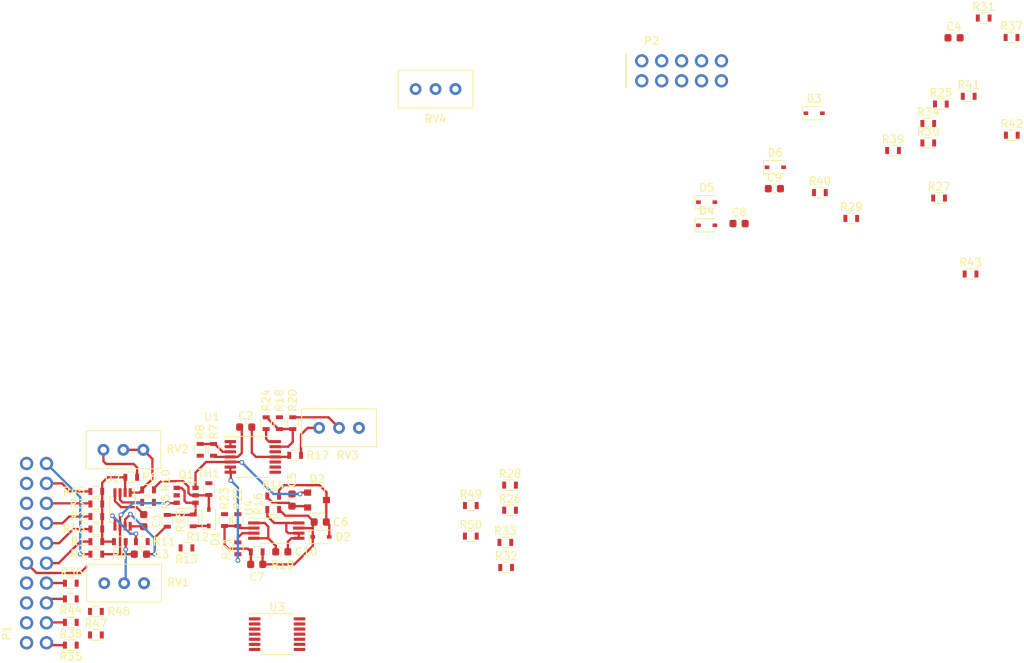
<source format=kicad_pcb>
(kicad_pcb (version 20171130) (host pcbnew "(5.1.7)-1")

  (general
    (thickness 1.6)
    (drawings 0)
    (tracks 215)
    (zones 0)
    (modules 79)
    (nets 58)
  )

  (page A4)
  (layers
    (0 F.Cu signal)
    (31 B.Cu signal)
    (32 B.Adhes user)
    (33 F.Adhes user)
    (34 B.Paste user)
    (35 F.Paste user)
    (36 B.SilkS user)
    (37 F.SilkS user)
    (38 B.Mask user)
    (39 F.Mask user)
    (40 Dwgs.User user)
    (41 Cmts.User user)
    (42 Eco1.User user)
    (43 Eco2.User user)
    (44 Edge.Cuts user)
    (45 Margin user)
    (46 B.CrtYd user)
    (47 F.CrtYd user)
    (48 B.Fab user)
    (49 F.Fab user hide)
  )

  (setup
    (last_trace_width 0.3)
    (user_trace_width 0.2)
    (user_trace_width 0.3)
    (user_trace_width 0.5)
    (trace_clearance 0.152)
    (zone_clearance 0.508)
    (zone_45_only no)
    (trace_min 0.2)
    (via_size 0.6)
    (via_drill 0.35)
    (via_min_size 0.4)
    (via_min_drill 0.3)
    (user_via 0.6 0.35)
    (uvia_size 0.3)
    (uvia_drill 0.1)
    (uvias_allowed no)
    (uvia_min_size 0.2)
    (uvia_min_drill 0.1)
    (edge_width 0.05)
    (segment_width 0.2)
    (pcb_text_width 0.3)
    (pcb_text_size 1.5 1.5)
    (mod_edge_width 0.12)
    (mod_text_size 1 1)
    (mod_text_width 0.15)
    (pad_size 1.524 1.524)
    (pad_drill 0.762)
    (pad_to_mask_clearance 0)
    (aux_axis_origin 0 0)
    (visible_elements 7FFFFFFF)
    (pcbplotparams
      (layerselection 0x010fc_ffffffff)
      (usegerberextensions false)
      (usegerberattributes true)
      (usegerberadvancedattributes true)
      (creategerberjobfile true)
      (excludeedgelayer true)
      (linewidth 0.100000)
      (plotframeref false)
      (viasonmask false)
      (mode 1)
      (useauxorigin false)
      (hpglpennumber 1)
      (hpglpenspeed 20)
      (hpglpendiameter 15.000000)
      (psnegative false)
      (psa4output false)
      (plotreference true)
      (plotvalue true)
      (plotinvisibletext false)
      (padsonsilk false)
      (subtractmaskfromsilk false)
      (outputformat 1)
      (mirror false)
      (drillshape 1)
      (scaleselection 1)
      (outputdirectory ""))
  )

  (net 0 "")
  (net 1 -12V)
  (net 2 +12V)
  (net 3 "Net-(C3-Pad2)")
  (net 4 "Net-(C3-Pad1)")
  (net 5 "Net-(C5-Pad2)")
  (net 6 "Net-(C5-Pad1)")
  (net 7 "Net-(C6-Pad2)")
  (net 8 "Net-(C6-Pad1)")
  (net 9 "Net-(C7-Pad2)")
  (net 10 /SOFT_SYNC)
  (net 11 /HARD_SYNC)
  (net 12 "Net-(C9-Pad2)")
  (net 13 "Net-(C9-Pad1)")
  (net 14 "Net-(D1-Pad2)")
  (net 15 "Net-(D1-Pad1)")
  (net 16 "Net-(D3-Pad2)")
  (net 17 "Net-(D3-Pad1)")
  (net 18 "Net-(D4-Pad2)")
  (net 19 GND)
  (net 20 "Net-(D5-Pad1)")
  (net 21 /FM)
  (net 22 /PWM_IN)
  (net 23 /EXP_FM)
  (net 24 /FINE)
  (net 25 /COARSE)
  (net 26 /POT_N)
  (net 27 /VOCT2)
  (net 28 /PMW_POT)
  (net 29 /VOCT)
  (net 30 /POT_P)
  (net 31 /PULSE)
  (net 32 /SINE)
  (net 33 /TRI)
  (net 34 /SAW)
  (net 35 "Net-(Q1-Pad1)")
  (net 36 "Net-(R1-Pad2)")
  (net 37 "Net-(R4-Pad2)")
  (net 38 "Net-(R5-Pad1)")
  (net 39 "Net-(R6-Pad1)")
  (net 40 "Net-(R7-Pad1)")
  (net 41 "Net-(R10-Pad2)")
  (net 42 "Net-(R11-Pad1)")
  (net 43 "Net-(R17-Pad1)")
  (net 44 "Net-(R18-Pad2)")
  (net 45 "Net-(R18-Pad1)")
  (net 46 "Net-(R20-Pad2)")
  (net 47 "Net-(R21-Pad2)")
  (net 48 "Net-(R24-Pad2)")
  (net 49 "Net-(R26-Pad2)")
  (net 50 "Net-(R27-Pad2)")
  (net 51 "Net-(R28-Pad1)")
  (net 52 "Net-(R31-Pad2)")
  (net 53 "Net-(R32-Pad2)")
  (net 54 "Net-(R32-Pad1)")
  (net 55 "Net-(R37-Pad2)")
  (net 56 "Net-(R40-Pad2)")
  (net 57 "Net-(R42-Pad2)")

  (net_class Default "This is the default net class."
    (clearance 0.152)
    (trace_width 0.3)
    (via_dia 0.6)
    (via_drill 0.35)
    (uvia_dia 0.3)
    (uvia_drill 0.1)
    (add_net +12V)
    (add_net -12V)
    (add_net /COARSE)
    (add_net /EXP_FM)
    (add_net /FINE)
    (add_net /FM)
    (add_net /HARD_SYNC)
    (add_net /PMW_POT)
    (add_net /POT_N)
    (add_net /POT_P)
    (add_net /PULSE)
    (add_net /PWM_IN)
    (add_net /SAW)
    (add_net /SINE)
    (add_net /SOFT_SYNC)
    (add_net /TRI)
    (add_net /VOCT)
    (add_net /VOCT2)
    (add_net GND)
    (add_net "Net-(C3-Pad1)")
    (add_net "Net-(C3-Pad2)")
    (add_net "Net-(C5-Pad1)")
    (add_net "Net-(C5-Pad2)")
    (add_net "Net-(C6-Pad1)")
    (add_net "Net-(C6-Pad2)")
    (add_net "Net-(C7-Pad2)")
    (add_net "Net-(C9-Pad1)")
    (add_net "Net-(C9-Pad2)")
    (add_net "Net-(D1-Pad1)")
    (add_net "Net-(D1-Pad2)")
    (add_net "Net-(D3-Pad1)")
    (add_net "Net-(D3-Pad2)")
    (add_net "Net-(D4-Pad2)")
    (add_net "Net-(D5-Pad1)")
    (add_net "Net-(Q1-Pad1)")
    (add_net "Net-(R1-Pad2)")
    (add_net "Net-(R10-Pad2)")
    (add_net "Net-(R11-Pad1)")
    (add_net "Net-(R17-Pad1)")
    (add_net "Net-(R18-Pad1)")
    (add_net "Net-(R18-Pad2)")
    (add_net "Net-(R20-Pad2)")
    (add_net "Net-(R21-Pad2)")
    (add_net "Net-(R24-Pad2)")
    (add_net "Net-(R26-Pad2)")
    (add_net "Net-(R27-Pad2)")
    (add_net "Net-(R28-Pad1)")
    (add_net "Net-(R31-Pad2)")
    (add_net "Net-(R32-Pad1)")
    (add_net "Net-(R32-Pad2)")
    (add_net "Net-(R37-Pad2)")
    (add_net "Net-(R4-Pad2)")
    (add_net "Net-(R40-Pad2)")
    (add_net "Net-(R42-Pad2)")
    (add_net "Net-(R5-Pad1)")
    (add_net "Net-(R6-Pad1)")
    (add_net "Net-(R7-Pad1)")
  )

  (module Capacitor_SMD:C_0603_1608Metric (layer F.Cu) (tedit 5F68FEEE) (tstamp 5FE12D6D)
    (at 155.5 103.1)
    (descr "Capacitor SMD 0603 (1608 Metric), square (rectangular) end terminal, IPC_7351 nominal, (Body size source: IPC-SM-782 page 76, https://www.pcb-3d.com/wordpress/wp-content/uploads/ipc-sm-782a_amendment_1_and_2.pdf), generated with kicad-footprint-generator")
    (tags capacitor)
    (path /60012739)
    (attr smd)
    (fp_text reference C10 (at 3.1 0) (layer F.SilkS)
      (effects (font (size 1 1) (thickness 0.15)))
    )
    (fp_text value 100n (at 0 1.43) (layer F.Fab)
      (effects (font (size 1 1) (thickness 0.15)))
    )
    (fp_text user %R (at 0 0) (layer F.Fab)
      (effects (font (size 0.4 0.4) (thickness 0.06)))
    )
    (fp_line (start -0.8 0.4) (end -0.8 -0.4) (layer F.Fab) (width 0.1))
    (fp_line (start -0.8 -0.4) (end 0.8 -0.4) (layer F.Fab) (width 0.1))
    (fp_line (start 0.8 -0.4) (end 0.8 0.4) (layer F.Fab) (width 0.1))
    (fp_line (start 0.8 0.4) (end -0.8 0.4) (layer F.Fab) (width 0.1))
    (fp_line (start -0.14058 -0.51) (end 0.14058 -0.51) (layer F.SilkS) (width 0.12))
    (fp_line (start -0.14058 0.51) (end 0.14058 0.51) (layer F.SilkS) (width 0.12))
    (fp_line (start -1.48 0.73) (end -1.48 -0.73) (layer F.CrtYd) (width 0.05))
    (fp_line (start -1.48 -0.73) (end 1.48 -0.73) (layer F.CrtYd) (width 0.05))
    (fp_line (start 1.48 -0.73) (end 1.48 0.73) (layer F.CrtYd) (width 0.05))
    (fp_line (start 1.48 0.73) (end -1.48 0.73) (layer F.CrtYd) (width 0.05))
    (pad 2 smd roundrect (at 0.775 0) (size 0.9 0.95) (layers F.Cu F.Paste F.Mask) (roundrect_rratio 0.25)
      (net 2 +12V))
    (pad 1 smd roundrect (at -0.775 0) (size 0.9 0.95) (layers F.Cu F.Paste F.Mask) (roundrect_rratio 0.25)
      (net 1 -12V))
    (model ${KISYS3DMOD}/Capacitor_SMD.3dshapes/C_0603_1608Metric.wrl
      (at (xyz 0 0 0))
      (scale (xyz 1 1 1))
      (rotate (xyz 0 0 0))
    )
  )

  (module Package_SO:TSSOP-8_4.4x3mm_P0.65mm (layer F.Cu) (tedit 5E476F32) (tstamp 5FDFCC9E)
    (at 154.8 100.4)
    (descr "TSSOP, 8 Pin (JEDEC MO-153 Var AA https://www.jedec.org/document_search?search_api_views_fulltext=MO-153), generated with kicad-footprint-generator ipc_gullwing_generator.py")
    (tags "TSSOP SO")
    (path /5FD0D9EF)
    (attr smd)
    (fp_text reference U4 (at -3.5 -2.9 90) (layer F.SilkS)
      (effects (font (size 1 1) (thickness 0.15)))
    )
    (fp_text value LM311 (at 0 2.45) (layer F.Fab)
      (effects (font (size 1 1) (thickness 0.15)))
    )
    (fp_line (start 3.85 -1.75) (end -3.85 -1.75) (layer F.CrtYd) (width 0.05))
    (fp_line (start 3.85 1.75) (end 3.85 -1.75) (layer F.CrtYd) (width 0.05))
    (fp_line (start -3.85 1.75) (end 3.85 1.75) (layer F.CrtYd) (width 0.05))
    (fp_line (start -3.85 -1.75) (end -3.85 1.75) (layer F.CrtYd) (width 0.05))
    (fp_line (start -2.2 -0.75) (end -1.45 -1.5) (layer F.Fab) (width 0.1))
    (fp_line (start -2.2 1.5) (end -2.2 -0.75) (layer F.Fab) (width 0.1))
    (fp_line (start 2.2 1.5) (end -2.2 1.5) (layer F.Fab) (width 0.1))
    (fp_line (start 2.2 -1.5) (end 2.2 1.5) (layer F.Fab) (width 0.1))
    (fp_line (start -1.45 -1.5) (end 2.2 -1.5) (layer F.Fab) (width 0.1))
    (fp_line (start 0 -1.61) (end -3.6 -1.61) (layer F.SilkS) (width 0.12))
    (fp_line (start 0 -1.61) (end 2.2 -1.61) (layer F.SilkS) (width 0.12))
    (fp_line (start 0 1.61) (end -2.2 1.61) (layer F.SilkS) (width 0.12))
    (fp_line (start 0 1.61) (end 2.2 1.61) (layer F.SilkS) (width 0.12))
    (fp_text user %R (at 0 0) (layer F.Fab)
      (effects (font (size 1 1) (thickness 0.15)))
    )
    (pad 8 smd roundrect (at 2.8625 -0.975) (size 1.475 0.4) (layers F.Cu F.Paste F.Mask) (roundrect_rratio 0.25)
      (net 2 +12V))
    (pad 7 smd roundrect (at 2.8625 -0.325) (size 1.475 0.4) (layers F.Cu F.Paste F.Mask) (roundrect_rratio 0.25)
      (net 8 "Net-(C6-Pad1)"))
    (pad 6 smd roundrect (at 2.8625 0.325) (size 1.475 0.4) (layers F.Cu F.Paste F.Mask) (roundrect_rratio 0.25)
      (net 2 +12V))
    (pad 5 smd roundrect (at 2.8625 0.975) (size 1.475 0.4) (layers F.Cu F.Paste F.Mask) (roundrect_rratio 0.25)
      (net 2 +12V))
    (pad 4 smd roundrect (at -2.8625 0.975) (size 1.475 0.4) (layers F.Cu F.Paste F.Mask) (roundrect_rratio 0.25)
      (net 1 -12V))
    (pad 3 smd roundrect (at -2.8625 0.325) (size 1.475 0.4) (layers F.Cu F.Paste F.Mask) (roundrect_rratio 0.25)
      (net 47 "Net-(R21-Pad2)"))
    (pad 2 smd roundrect (at -2.8625 -0.325) (size 1.475 0.4) (layers F.Cu F.Paste F.Mask) (roundrect_rratio 0.25)
      (net 9 "Net-(C7-Pad2)"))
    (pad 1 smd roundrect (at -2.8625 -0.975) (size 1.475 0.4) (layers F.Cu F.Paste F.Mask) (roundrect_rratio 0.25)
      (net 1 -12V))
    (model ${KISYS3DMOD}/Package_SO.3dshapes/TSSOP-8_4.4x3mm_P0.65mm.wrl
      (at (xyz 0 0 0))
      (scale (xyz 1 1 1))
      (rotate (xyz 0 0 0))
    )
  )

  (module Package_SO:TSSOP-14_4.4x5mm_P0.65mm (layer F.Cu) (tedit 5E476F32) (tstamp 5FDFCC84)
    (at 154.9 113.6)
    (descr "TSSOP, 14 Pin (JEDEC MO-153 Var AB-1 https://www.jedec.org/document_search?search_api_views_fulltext=MO-153), generated with kicad-footprint-generator ipc_gullwing_generator.py")
    (tags "TSSOP SO")
    (path /5FD1F13C)
    (attr smd)
    (fp_text reference U3 (at 0 -3.45) (layer F.SilkS)
      (effects (font (size 1 1) (thickness 0.15)))
    )
    (fp_text value TL084 (at 0 3.45) (layer F.Fab)
      (effects (font (size 1 1) (thickness 0.15)))
    )
    (fp_line (start 3.85 -2.75) (end -3.85 -2.75) (layer F.CrtYd) (width 0.05))
    (fp_line (start 3.85 2.75) (end 3.85 -2.75) (layer F.CrtYd) (width 0.05))
    (fp_line (start -3.85 2.75) (end 3.85 2.75) (layer F.CrtYd) (width 0.05))
    (fp_line (start -3.85 -2.75) (end -3.85 2.75) (layer F.CrtYd) (width 0.05))
    (fp_line (start -2.2 -1.5) (end -1.2 -2.5) (layer F.Fab) (width 0.1))
    (fp_line (start -2.2 2.5) (end -2.2 -1.5) (layer F.Fab) (width 0.1))
    (fp_line (start 2.2 2.5) (end -2.2 2.5) (layer F.Fab) (width 0.1))
    (fp_line (start 2.2 -2.5) (end 2.2 2.5) (layer F.Fab) (width 0.1))
    (fp_line (start -1.2 -2.5) (end 2.2 -2.5) (layer F.Fab) (width 0.1))
    (fp_line (start 0 -2.61) (end -3.6 -2.61) (layer F.SilkS) (width 0.12))
    (fp_line (start 0 -2.61) (end 2.2 -2.61) (layer F.SilkS) (width 0.12))
    (fp_line (start 0 2.61) (end -2.2 2.61) (layer F.SilkS) (width 0.12))
    (fp_line (start 0 2.61) (end 2.2 2.61) (layer F.SilkS) (width 0.12))
    (fp_text user %R (at 0 0) (layer F.Fab)
      (effects (font (size 1 1) (thickness 0.15)))
    )
    (pad 14 smd roundrect (at 2.8625 -1.95) (size 1.475 0.4) (layers F.Cu F.Paste F.Mask) (roundrect_rratio 0.25)
      (net 57 "Net-(R42-Pad2)"))
    (pad 13 smd roundrect (at 2.8625 -1.3) (size 1.475 0.4) (layers F.Cu F.Paste F.Mask) (roundrect_rratio 0.25)
      (net 56 "Net-(R40-Pad2)"))
    (pad 12 smd roundrect (at 2.8625 -0.65) (size 1.475 0.4) (layers F.Cu F.Paste F.Mask) (roundrect_rratio 0.25)
      (net 20 "Net-(D5-Pad1)"))
    (pad 11 smd roundrect (at 2.8625 0) (size 1.475 0.4) (layers F.Cu F.Paste F.Mask) (roundrect_rratio 0.25)
      (net 1 -12V))
    (pad 10 smd roundrect (at 2.8625 0.65) (size 1.475 0.4) (layers F.Cu F.Paste F.Mask) (roundrect_rratio 0.25)
      (net 19 GND))
    (pad 9 smd roundrect (at 2.8625 1.3) (size 1.475 0.4) (layers F.Cu F.Paste F.Mask) (roundrect_rratio 0.25)
      (net 13 "Net-(C9-Pad1)"))
    (pad 8 smd roundrect (at 2.8625 1.95) (size 1.475 0.4) (layers F.Cu F.Paste F.Mask) (roundrect_rratio 0.25)
      (net 12 "Net-(C9-Pad2)"))
    (pad 7 smd roundrect (at -2.8625 1.95) (size 1.475 0.4) (layers F.Cu F.Paste F.Mask) (roundrect_rratio 0.25)
      (net 16 "Net-(D3-Pad2)"))
    (pad 6 smd roundrect (at -2.8625 1.3) (size 1.475 0.4) (layers F.Cu F.Paste F.Mask) (roundrect_rratio 0.25)
      (net 17 "Net-(D3-Pad1)"))
    (pad 5 smd roundrect (at -2.8625 0.65) (size 1.475 0.4) (layers F.Cu F.Paste F.Mask) (roundrect_rratio 0.25)
      (net 19 GND))
    (pad 4 smd roundrect (at -2.8625 0) (size 1.475 0.4) (layers F.Cu F.Paste F.Mask) (roundrect_rratio 0.25)
      (net 2 +12V))
    (pad 3 smd roundrect (at -2.8625 -0.65) (size 1.475 0.4) (layers F.Cu F.Paste F.Mask) (roundrect_rratio 0.25)
      (net 19 GND))
    (pad 2 smd roundrect (at -2.8625 -1.3) (size 1.475 0.4) (layers F.Cu F.Paste F.Mask) (roundrect_rratio 0.25)
      (net 50 "Net-(R27-Pad2)"))
    (pad 1 smd roundrect (at -2.8625 -1.95) (size 1.475 0.4) (layers F.Cu F.Paste F.Mask) (roundrect_rratio 0.25)
      (net 52 "Net-(R31-Pad2)"))
    (model ${KISYS3DMOD}/Package_SO.3dshapes/TSSOP-14_4.4x5mm_P0.65mm.wrl
      (at (xyz 0 0 0))
      (scale (xyz 1 1 1))
      (rotate (xyz 0 0 0))
    )
  )

  (module Package_SO:TSSOP-8_3x3mm_P0.65mm (layer F.Cu) (tedit 5A02F25C) (tstamp 5FE0AFB6)
    (at 135.2 97.7 270)
    (descr "TSSOP8: plastic thin shrink small outline package; 8 leads; body width 3 mm; (see NXP SSOP-TSSOP-VSO-REFLOW.pdf and sot505-1_po.pdf)")
    (tags "SSOP 0.65")
    (path /5FDD57F9)
    (attr smd)
    (fp_text reference U2 (at -3.9 1.3) (layer F.SilkS)
      (effects (font (size 1 1) (thickness 0.15)))
    )
    (fp_text value TL082 (at 0 2.55 90) (layer F.Fab)
      (effects (font (size 1 1) (thickness 0.15)))
    )
    (fp_line (start -1.625 -1.5) (end -2.7 -1.5) (layer F.SilkS) (width 0.15))
    (fp_line (start -1.625 1.625) (end 1.625 1.625) (layer F.SilkS) (width 0.15))
    (fp_line (start -1.625 -1.625) (end 1.625 -1.625) (layer F.SilkS) (width 0.15))
    (fp_line (start -1.625 1.625) (end -1.625 1.4) (layer F.SilkS) (width 0.15))
    (fp_line (start 1.625 1.625) (end 1.625 1.4) (layer F.SilkS) (width 0.15))
    (fp_line (start 1.625 -1.625) (end 1.625 -1.4) (layer F.SilkS) (width 0.15))
    (fp_line (start -1.625 -1.625) (end -1.625 -1.5) (layer F.SilkS) (width 0.15))
    (fp_line (start -2.95 1.8) (end 2.95 1.8) (layer F.CrtYd) (width 0.05))
    (fp_line (start -2.95 -1.8) (end 2.95 -1.8) (layer F.CrtYd) (width 0.05))
    (fp_line (start 2.95 -1.8) (end 2.95 1.8) (layer F.CrtYd) (width 0.05))
    (fp_line (start -2.95 -1.8) (end -2.95 1.8) (layer F.CrtYd) (width 0.05))
    (fp_line (start -1.5 -0.5) (end -0.5 -1.5) (layer F.Fab) (width 0.15))
    (fp_line (start -1.5 1.5) (end -1.5 -0.5) (layer F.Fab) (width 0.15))
    (fp_line (start 1.5 1.5) (end -1.5 1.5) (layer F.Fab) (width 0.15))
    (fp_line (start 1.5 -1.5) (end 1.5 1.5) (layer F.Fab) (width 0.15))
    (fp_line (start -0.5 -1.5) (end 1.5 -1.5) (layer F.Fab) (width 0.15))
    (fp_text user %R (at 0 0 90) (layer F.Fab)
      (effects (font (size 0.6 0.6) (thickness 0.15)))
    )
    (pad 8 smd rect (at 2.15 -0.975 270) (size 1.1 0.4) (layers F.Cu F.Paste F.Mask)
      (net 2 +12V))
    (pad 7 smd rect (at 2.15 -0.325 270) (size 1.1 0.4) (layers F.Cu F.Paste F.Mask)
      (net 3 "Net-(C3-Pad2)"))
    (pad 6 smd rect (at 2.15 0.325 270) (size 1.1 0.4) (layers F.Cu F.Paste F.Mask)
      (net 4 "Net-(C3-Pad1)"))
    (pad 5 smd rect (at 2.15 0.975 270) (size 1.1 0.4) (layers F.Cu F.Paste F.Mask)
      (net 42 "Net-(R11-Pad1)"))
    (pad 4 smd rect (at -2.15 0.975 270) (size 1.1 0.4) (layers F.Cu F.Paste F.Mask)
      (net 1 -12V))
    (pad 3 smd rect (at -2.15 0.325 270) (size 1.1 0.4) (layers F.Cu F.Paste F.Mask)
      (net 38 "Net-(R5-Pad1)"))
    (pad 2 smd rect (at -2.15 -0.325 270) (size 1.1 0.4) (layers F.Cu F.Paste F.Mask)
      (net 36 "Net-(R1-Pad2)"))
    (pad 1 smd rect (at -2.15 -0.975 270) (size 1.1 0.4) (layers F.Cu F.Paste F.Mask)
      (net 41 "Net-(R10-Pad2)"))
    (model ${KISYS3DMOD}/Package_SO.3dshapes/TSSOP-8_3x3mm_P0.65mm.wrl
      (at (xyz 0 0 0))
      (scale (xyz 1 1 1))
      (rotate (xyz 0 0 0))
    )
  )

  (module Package_SO:TSSOP-14_4.4x5mm_P0.65mm (layer F.Cu) (tedit 5E476F32) (tstamp 5FDFCC47)
    (at 151.8 91)
    (descr "TSSOP, 14 Pin (JEDEC MO-153 Var AB-1 https://www.jedec.org/document_search?search_api_views_fulltext=MO-153), generated with kicad-footprint-generator ipc_gullwing_generator.py")
    (tags "TSSOP SO")
    (path /5FD208B8)
    (attr smd)
    (fp_text reference U1 (at -5.2 -5.1) (layer F.SilkS)
      (effects (font (size 1 1) (thickness 0.15)))
    )
    (fp_text value TL084 (at 0 3.45) (layer F.Fab)
      (effects (font (size 1 1) (thickness 0.15)))
    )
    (fp_line (start 3.85 -2.75) (end -3.85 -2.75) (layer F.CrtYd) (width 0.05))
    (fp_line (start 3.85 2.75) (end 3.85 -2.75) (layer F.CrtYd) (width 0.05))
    (fp_line (start -3.85 2.75) (end 3.85 2.75) (layer F.CrtYd) (width 0.05))
    (fp_line (start -3.85 -2.75) (end -3.85 2.75) (layer F.CrtYd) (width 0.05))
    (fp_line (start -2.2 -1.5) (end -1.2 -2.5) (layer F.Fab) (width 0.1))
    (fp_line (start -2.2 2.5) (end -2.2 -1.5) (layer F.Fab) (width 0.1))
    (fp_line (start 2.2 2.5) (end -2.2 2.5) (layer F.Fab) (width 0.1))
    (fp_line (start 2.2 -2.5) (end 2.2 2.5) (layer F.Fab) (width 0.1))
    (fp_line (start -1.2 -2.5) (end 2.2 -2.5) (layer F.Fab) (width 0.1))
    (fp_line (start 0 -2.61) (end -3.6 -2.61) (layer F.SilkS) (width 0.12))
    (fp_line (start 0 -2.61) (end 2.2 -2.61) (layer F.SilkS) (width 0.12))
    (fp_line (start 0 2.61) (end -2.2 2.61) (layer F.SilkS) (width 0.12))
    (fp_line (start 0 2.61) (end 2.2 2.61) (layer F.SilkS) (width 0.12))
    (fp_text user %R (at 0 0) (layer F.Fab)
      (effects (font (size 1 1) (thickness 0.15)))
    )
    (pad 14 smd roundrect (at 2.8625 -1.95) (size 1.475 0.4) (layers F.Cu F.Paste F.Mask) (roundrect_rratio 0.25)
      (net 48 "Net-(R24-Pad2)"))
    (pad 13 smd roundrect (at 2.8625 -1.3) (size 1.475 0.4) (layers F.Cu F.Paste F.Mask) (roundrect_rratio 0.25)
      (net 44 "Net-(R18-Pad2)"))
    (pad 12 smd roundrect (at 2.8625 -0.65) (size 1.475 0.4) (layers F.Cu F.Paste F.Mask) (roundrect_rratio 0.25)
      (net 19 GND))
    (pad 11 smd roundrect (at 2.8625 0) (size 1.475 0.4) (layers F.Cu F.Paste F.Mask) (roundrect_rratio 0.25)
      (net 1 -12V))
    (pad 10 smd roundrect (at 2.8625 0.65) (size 1.475 0.4) (layers F.Cu F.Paste F.Mask) (roundrect_rratio 0.25)
      (net 51 "Net-(R28-Pad1)"))
    (pad 9 smd roundrect (at 2.8625 1.3) (size 1.475 0.4) (layers F.Cu F.Paste F.Mask) (roundrect_rratio 0.25)
      (net 49 "Net-(R26-Pad2)"))
    (pad 8 smd roundrect (at 2.8625 1.95) (size 1.475 0.4) (layers F.Cu F.Paste F.Mask) (roundrect_rratio 0.25)
      (net 54 "Net-(R32-Pad1)"))
    (pad 7 smd roundrect (at -2.8625 1.95) (size 1.475 0.4) (layers F.Cu F.Paste F.Mask) (roundrect_rratio 0.25)
      (net 45 "Net-(R18-Pad1)"))
    (pad 6 smd roundrect (at -2.8625 1.3) (size 1.475 0.4) (layers F.Cu F.Paste F.Mask) (roundrect_rratio 0.25)
      (net 45 "Net-(R18-Pad1)"))
    (pad 5 smd roundrect (at -2.8625 0.65) (size 1.475 0.4) (layers F.Cu F.Paste F.Mask) (roundrect_rratio 0.25)
      (net 5 "Net-(C5-Pad2)"))
    (pad 4 smd roundrect (at -2.8625 0) (size 1.475 0.4) (layers F.Cu F.Paste F.Mask) (roundrect_rratio 0.25)
      (net 2 +12V))
    (pad 3 smd roundrect (at -2.8625 -0.65) (size 1.475 0.4) (layers F.Cu F.Paste F.Mask) (roundrect_rratio 0.25)
      (net 40 "Net-(R7-Pad1)"))
    (pad 2 smd roundrect (at -2.8625 -1.3) (size 1.475 0.4) (layers F.Cu F.Paste F.Mask) (roundrect_rratio 0.25)
      (net 6 "Net-(C5-Pad1)"))
    (pad 1 smd roundrect (at -2.8625 -1.95) (size 1.475 0.4) (layers F.Cu F.Paste F.Mask) (roundrect_rratio 0.25)
      (net 6 "Net-(C5-Pad1)"))
    (model ${KISYS3DMOD}/Package_SO.3dshapes/TSSOP-14_4.4x5mm_P0.65mm.wrl
      (at (xyz 0 0 0))
      (scale (xyz 1 1 1))
      (rotate (xyz 0 0 0))
    )
  )

  (module project_oscillator:R_0603 (layer F.Cu) (tedit 58E0A804) (tstamp 5FDFD822)
    (at 146.2 95.1 90)
    (descr "Resistor SMD 0603, reflow soldering, Vishay (see dcrcw.pdf)")
    (tags "resistor 0603")
    (path /5FCD1335)
    (attr smd)
    (fp_text reference TH1 (at 2 0 180) (layer F.SilkS)
      (effects (font (size 1 1) (thickness 0.15)))
    )
    (fp_text value PT1000 (at 0 1.5 90) (layer F.Fab)
      (effects (font (size 1 1) (thickness 0.15)))
    )
    (fp_line (start -0.8 0.4) (end -0.8 -0.4) (layer F.Fab) (width 0.1))
    (fp_line (start 0.8 0.4) (end -0.8 0.4) (layer F.Fab) (width 0.1))
    (fp_line (start 0.8 -0.4) (end 0.8 0.4) (layer F.Fab) (width 0.1))
    (fp_line (start -0.8 -0.4) (end 0.8 -0.4) (layer F.Fab) (width 0.1))
    (fp_line (start 0.5 0.68) (end -0.5 0.68) (layer F.SilkS) (width 0.12))
    (fp_line (start -0.5 -0.68) (end 0.5 -0.68) (layer F.SilkS) (width 0.12))
    (fp_line (start -1.25 -0.7) (end 1.25 -0.7) (layer F.CrtYd) (width 0.05))
    (fp_line (start -1.25 -0.7) (end -1.25 0.7) (layer F.CrtYd) (width 0.05))
    (fp_line (start 1.25 0.7) (end 1.25 -0.7) (layer F.CrtYd) (width 0.05))
    (fp_line (start 1.25 0.7) (end -1.25 0.7) (layer F.CrtYd) (width 0.05))
    (fp_text user %R (at 0 0 90) (layer F.Fab)
      (effects (font (size 0.4 0.4) (thickness 0.075)))
    )
    (pad 2 smd rect (at 0.75 0 90) (size 0.5 0.9) (layers F.Cu F.Paste F.Mask)
      (net 19 GND))
    (pad 1 smd rect (at -0.75 0 90) (size 0.5 0.9) (layers F.Cu F.Paste F.Mask)
      (net 14 "Net-(D1-Pad2)"))
    (model ${KISYS3DMOD}/Resistors_SMD.3dshapes/R_0603.wrl
      (at (xyz 0 0 0))
      (scale (xyz 1 1 1))
      (rotate (xyz 0 0 0))
    )
  )

  (module project_oscillator:PV36W (layer F.Cu) (tedit 5FCF9F10) (tstamp 5FDFCC16)
    (at 175.1 44.1)
    (path /600DAC4F)
    (fp_text reference RV4 (at 0 3.81) (layer F.SilkS)
      (effects (font (size 1 1) (thickness 0.15)))
    )
    (fp_text value 47k (at 0 -3.81) (layer F.Fab)
      (effects (font (size 1 1) (thickness 0.15)))
    )
    (fp_line (start -4.765 -2.42) (end -4.765 2.41) (layer F.SilkS) (width 0.12))
    (fp_line (start 4.765 -2.42) (end 4.765 2.41) (layer F.SilkS) (width 0.12))
    (fp_line (start 4.765 -2.42) (end -4.765 -2.42) (layer F.SilkS) (width 0.12))
    (fp_line (start -4.765 2.41) (end 4.765 2.41) (layer F.SilkS) (width 0.12))
    (pad 3 thru_hole circle (at 2.54 0) (size 1.5241 1.5241) (drill 0.8) (layers *.Cu *.Mask)
      (net 19 GND))
    (pad 2 thru_hole circle (at 0 0) (size 1.5 1.5) (drill 0.8) (layers *.Cu *.Mask)
      (net 55 "Net-(R37-Pad2)"))
    (pad 1 thru_hole circle (at -2.54 0) (size 1.5 1.5) (drill 0.8) (layers *.Cu *.Mask)
      (net 2 +12V))
  )

  (module project_oscillator:PV36W (layer F.Cu) (tedit 5FCF9F10) (tstamp 5FDFCC0B)
    (at 162.8 87.3)
    (path /5FFB0E65)
    (fp_text reference RV3 (at 1.1 3.5) (layer F.SilkS)
      (effects (font (size 1 1) (thickness 0.15)))
    )
    (fp_text value 10k (at 0 -3.81) (layer F.Fab)
      (effects (font (size 1 1) (thickness 0.15)))
    )
    (fp_line (start -4.765 -2.42) (end -4.765 2.41) (layer F.SilkS) (width 0.12))
    (fp_line (start 4.765 -2.42) (end 4.765 2.41) (layer F.SilkS) (width 0.12))
    (fp_line (start 4.765 -2.42) (end -4.765 -2.42) (layer F.SilkS) (width 0.12))
    (fp_line (start -4.765 2.41) (end 4.765 2.41) (layer F.SilkS) (width 0.12))
    (pad 3 thru_hole circle (at 2.54 0) (size 1.5241 1.5241) (drill 0.8) (layers *.Cu *.Mask)
      (net 19 GND))
    (pad 2 thru_hole circle (at 0 0) (size 1.5 1.5) (drill 0.8) (layers *.Cu *.Mask)
      (net 46 "Net-(R20-Pad2)"))
    (pad 1 thru_hole circle (at -2.54 0) (size 1.5 1.5) (drill 0.8) (layers *.Cu *.Mask)
      (net 43 "Net-(R17-Pad1)"))
  )

  (module project_oscillator:PV36W (layer F.Cu) (tedit 5FCF9F10) (tstamp 5FDFCC00)
    (at 135.3 90.1)
    (path /5FD4DD80)
    (fp_text reference RV2 (at 6.9 -0.1) (layer F.SilkS)
      (effects (font (size 1 1) (thickness 0.15)))
    )
    (fp_text value 25k (at 0 -3.81) (layer F.Fab)
      (effects (font (size 1 1) (thickness 0.15)))
    )
    (fp_line (start -4.765 -2.42) (end -4.765 2.41) (layer F.SilkS) (width 0.12))
    (fp_line (start 4.765 -2.42) (end 4.765 2.41) (layer F.SilkS) (width 0.12))
    (fp_line (start 4.765 -2.42) (end -4.765 -2.42) (layer F.SilkS) (width 0.12))
    (fp_line (start -4.765 2.41) (end 4.765 2.41) (layer F.SilkS) (width 0.12))
    (pad 3 thru_hole circle (at 2.54 0) (size 1.5241 1.5241) (drill 0.8) (layers *.Cu *.Mask)
      (net 41 "Net-(R10-Pad2)"))
    (pad 2 thru_hole circle (at 0 0) (size 1.5 1.5) (drill 0.8) (layers *.Cu *.Mask)
      (net 41 "Net-(R10-Pad2)"))
    (pad 1 thru_hole circle (at -2.54 0) (size 1.5 1.5) (drill 0.8) (layers *.Cu *.Mask)
      (net 39 "Net-(R6-Pad1)"))
  )

  (module project_oscillator:PV36W (layer F.Cu) (tedit 5FCF9F10) (tstamp 5FDFCBF5)
    (at 135.4 107.1)
    (path /5FDC0A8C)
    (fp_text reference RV1 (at 6.9 -0.1) (layer F.SilkS)
      (effects (font (size 1 1) (thickness 0.15)))
    )
    (fp_text value 220k (at 0 -3.81) (layer F.Fab)
      (effects (font (size 1 1) (thickness 0.15)))
    )
    (fp_line (start -4.765 -2.42) (end -4.765 2.41) (layer F.SilkS) (width 0.12))
    (fp_line (start 4.765 -2.42) (end 4.765 2.41) (layer F.SilkS) (width 0.12))
    (fp_line (start 4.765 -2.42) (end -4.765 -2.42) (layer F.SilkS) (width 0.12))
    (fp_line (start -4.765 2.41) (end 4.765 2.41) (layer F.SilkS) (width 0.12))
    (pad 3 thru_hole circle (at 2.54 0) (size 1.5241 1.5241) (drill 0.8) (layers *.Cu *.Mask)
      (net 2 +12V))
    (pad 2 thru_hole circle (at 0 0) (size 1.5 1.5) (drill 0.8) (layers *.Cu *.Mask)
      (net 37 "Net-(R4-Pad2)"))
    (pad 1 thru_hole circle (at -2.54 0) (size 1.5 1.5) (drill 0.8) (layers *.Cu *.Mask)
      (net 1 -12V))
  )

  (module project_oscillator:R_0603 (layer F.Cu) (tedit 58E0A804) (tstamp 5FDFD7D1)
    (at 179.6 101.1)
    (descr "Resistor SMD 0603, reflow soldering, Vishay (see dcrcw.pdf)")
    (tags "resistor 0603")
    (path /5FE8280E)
    (attr smd)
    (fp_text reference R50 (at 0 -1.45) (layer F.SilkS)
      (effects (font (size 1 1) (thickness 0.15)))
    )
    (fp_text value 100k (at 0 1.5) (layer F.Fab)
      (effects (font (size 1 1) (thickness 0.15)))
    )
    (fp_line (start -0.8 0.4) (end -0.8 -0.4) (layer F.Fab) (width 0.1))
    (fp_line (start 0.8 0.4) (end -0.8 0.4) (layer F.Fab) (width 0.1))
    (fp_line (start 0.8 -0.4) (end 0.8 0.4) (layer F.Fab) (width 0.1))
    (fp_line (start -0.8 -0.4) (end 0.8 -0.4) (layer F.Fab) (width 0.1))
    (fp_line (start 0.5 0.68) (end -0.5 0.68) (layer F.SilkS) (width 0.12))
    (fp_line (start -0.5 -0.68) (end 0.5 -0.68) (layer F.SilkS) (width 0.12))
    (fp_line (start -1.25 -0.7) (end 1.25 -0.7) (layer F.CrtYd) (width 0.05))
    (fp_line (start -1.25 -0.7) (end -1.25 0.7) (layer F.CrtYd) (width 0.05))
    (fp_line (start 1.25 0.7) (end 1.25 -0.7) (layer F.CrtYd) (width 0.05))
    (fp_line (start 1.25 0.7) (end -1.25 0.7) (layer F.CrtYd) (width 0.05))
    (fp_text user %R (at 0 0) (layer F.Fab)
      (effects (font (size 0.4 0.4) (thickness 0.075)))
    )
    (pad 2 smd rect (at 0.75 0) (size 0.5 0.9) (layers F.Cu F.Paste F.Mask)
      (net 51 "Net-(R28-Pad1)"))
    (pad 1 smd rect (at -0.75 0) (size 0.5 0.9) (layers F.Cu F.Paste F.Mask)
      (net 28 /PMW_POT))
    (model ${KISYS3DMOD}/Resistors_SMD.3dshapes/R_0603.wrl
      (at (xyz 0 0 0))
      (scale (xyz 1 1 1))
      (rotate (xyz 0 0 0))
    )
  )

  (module project_oscillator:R_0603 (layer F.Cu) (tedit 58E0A804) (tstamp 5FDFCBD9)
    (at 179.6 97.2)
    (descr "Resistor SMD 0603, reflow soldering, Vishay (see dcrcw.pdf)")
    (tags "resistor 0603")
    (path /5FE82378)
    (attr smd)
    (fp_text reference R49 (at 0 -1.45) (layer F.SilkS)
      (effects (font (size 1 1) (thickness 0.15)))
    )
    (fp_text value 180k (at 0 1.5) (layer F.Fab)
      (effects (font (size 1 1) (thickness 0.15)))
    )
    (fp_line (start -0.8 0.4) (end -0.8 -0.4) (layer F.Fab) (width 0.1))
    (fp_line (start 0.8 0.4) (end -0.8 0.4) (layer F.Fab) (width 0.1))
    (fp_line (start 0.8 -0.4) (end 0.8 0.4) (layer F.Fab) (width 0.1))
    (fp_line (start -0.8 -0.4) (end 0.8 -0.4) (layer F.Fab) (width 0.1))
    (fp_line (start 0.5 0.68) (end -0.5 0.68) (layer F.SilkS) (width 0.12))
    (fp_line (start -0.5 -0.68) (end 0.5 -0.68) (layer F.SilkS) (width 0.12))
    (fp_line (start -1.25 -0.7) (end 1.25 -0.7) (layer F.CrtYd) (width 0.05))
    (fp_line (start -1.25 -0.7) (end -1.25 0.7) (layer F.CrtYd) (width 0.05))
    (fp_line (start 1.25 0.7) (end 1.25 -0.7) (layer F.CrtYd) (width 0.05))
    (fp_line (start 1.25 0.7) (end -1.25 0.7) (layer F.CrtYd) (width 0.05))
    (fp_text user %R (at 0 0) (layer F.Fab)
      (effects (font (size 0.4 0.4) (thickness 0.075)))
    )
    (pad 2 smd rect (at 0.75 0) (size 0.5 0.9) (layers F.Cu F.Paste F.Mask)
      (net 51 "Net-(R28-Pad1)"))
    (pad 1 smd rect (at -0.75 0) (size 0.5 0.9) (layers F.Cu F.Paste F.Mask)
      (net 22 /PWM_IN))
    (model ${KISYS3DMOD}/Resistors_SMD.3dshapes/R_0603.wrl
      (at (xyz 0 0 0))
      (scale (xyz 1 1 1))
      (rotate (xyz 0 0 0))
    )
  )

  (module project_oscillator:R_0603 (layer F.Cu) (tedit 58E0A804) (tstamp 5FDFCBC8)
    (at 131.8 110.7)
    (descr "Resistor SMD 0603, reflow soldering, Vishay (see dcrcw.pdf)")
    (tags "resistor 0603")
    (path /5FEB0456)
    (attr smd)
    (fp_text reference R48 (at 2.9 0) (layer F.SilkS)
      (effects (font (size 1 1) (thickness 0.15)))
    )
    (fp_text value 7k5 (at 0 1.5) (layer F.Fab)
      (effects (font (size 1 1) (thickness 0.15)))
    )
    (fp_line (start -0.8 0.4) (end -0.8 -0.4) (layer F.Fab) (width 0.1))
    (fp_line (start 0.8 0.4) (end -0.8 0.4) (layer F.Fab) (width 0.1))
    (fp_line (start 0.8 -0.4) (end 0.8 0.4) (layer F.Fab) (width 0.1))
    (fp_line (start -0.8 -0.4) (end 0.8 -0.4) (layer F.Fab) (width 0.1))
    (fp_line (start 0.5 0.68) (end -0.5 0.68) (layer F.SilkS) (width 0.12))
    (fp_line (start -0.5 -0.68) (end 0.5 -0.68) (layer F.SilkS) (width 0.12))
    (fp_line (start -1.25 -0.7) (end 1.25 -0.7) (layer F.CrtYd) (width 0.05))
    (fp_line (start -1.25 -0.7) (end -1.25 0.7) (layer F.CrtYd) (width 0.05))
    (fp_line (start 1.25 0.7) (end 1.25 -0.7) (layer F.CrtYd) (width 0.05))
    (fp_line (start 1.25 0.7) (end -1.25 0.7) (layer F.CrtYd) (width 0.05))
    (fp_text user %R (at 0 0) (layer F.Fab)
      (effects (font (size 0.4 0.4) (thickness 0.075)))
    )
    (pad 2 smd rect (at 0.75 0) (size 0.5 0.9) (layers F.Cu F.Paste F.Mask)
      (net 1 -12V))
    (pad 1 smd rect (at -0.75 0) (size 0.5 0.9) (layers F.Cu F.Paste F.Mask)
      (net 26 /POT_N))
    (model ${KISYS3DMOD}/Resistors_SMD.3dshapes/R_0603.wrl
      (at (xyz 0 0 0))
      (scale (xyz 1 1 1))
      (rotate (xyz 0 0 0))
    )
  )

  (module project_oscillator:R_0603 (layer F.Cu) (tedit 58E0A804) (tstamp 5FDFCBB7)
    (at 131.8 113.7)
    (descr "Resistor SMD 0603, reflow soldering, Vishay (see dcrcw.pdf)")
    (tags "resistor 0603")
    (path /5FEB003A)
    (attr smd)
    (fp_text reference R47 (at 0 -1.45) (layer F.SilkS)
      (effects (font (size 1 1) (thickness 0.15)))
    )
    (fp_text value 7k5 (at 0 1.5) (layer F.Fab)
      (effects (font (size 1 1) (thickness 0.15)))
    )
    (fp_line (start -0.8 0.4) (end -0.8 -0.4) (layer F.Fab) (width 0.1))
    (fp_line (start 0.8 0.4) (end -0.8 0.4) (layer F.Fab) (width 0.1))
    (fp_line (start 0.8 -0.4) (end 0.8 0.4) (layer F.Fab) (width 0.1))
    (fp_line (start -0.8 -0.4) (end 0.8 -0.4) (layer F.Fab) (width 0.1))
    (fp_line (start 0.5 0.68) (end -0.5 0.68) (layer F.SilkS) (width 0.12))
    (fp_line (start -0.5 -0.68) (end 0.5 -0.68) (layer F.SilkS) (width 0.12))
    (fp_line (start -1.25 -0.7) (end 1.25 -0.7) (layer F.CrtYd) (width 0.05))
    (fp_line (start -1.25 -0.7) (end -1.25 0.7) (layer F.CrtYd) (width 0.05))
    (fp_line (start 1.25 0.7) (end 1.25 -0.7) (layer F.CrtYd) (width 0.05))
    (fp_line (start 1.25 0.7) (end -1.25 0.7) (layer F.CrtYd) (width 0.05))
    (fp_text user %R (at 0 0) (layer F.Fab)
      (effects (font (size 0.4 0.4) (thickness 0.075)))
    )
    (pad 2 smd rect (at 0.75 0) (size 0.5 0.9) (layers F.Cu F.Paste F.Mask)
      (net 2 +12V))
    (pad 1 smd rect (at -0.75 0) (size 0.5 0.9) (layers F.Cu F.Paste F.Mask)
      (net 30 /POT_P))
    (model ${KISYS3DMOD}/Resistors_SMD.3dshapes/R_0603.wrl
      (at (xyz 0 0 0))
      (scale (xyz 1 1 1))
      (rotate (xyz 0 0 0))
    )
  )

  (module project_oscillator:R_0603 (layer F.Cu) (tedit 58E0A804) (tstamp 5FDFCBA6)
    (at 131.85 100.2)
    (descr "Resistor SMD 0603, reflow soldering, Vishay (see dcrcw.pdf)")
    (tags "resistor 0603")
    (path /5FF89CD4)
    (attr smd)
    (fp_text reference R46 (at -2.85 0) (layer F.SilkS)
      (effects (font (size 1 1) (thickness 0.15)))
    )
    (fp_text value 100k (at 3.35 0) (layer F.Fab)
      (effects (font (size 1 1) (thickness 0.15)))
    )
    (fp_line (start -0.8 0.4) (end -0.8 -0.4) (layer F.Fab) (width 0.1))
    (fp_line (start 0.8 0.4) (end -0.8 0.4) (layer F.Fab) (width 0.1))
    (fp_line (start 0.8 -0.4) (end 0.8 0.4) (layer F.Fab) (width 0.1))
    (fp_line (start -0.8 -0.4) (end 0.8 -0.4) (layer F.Fab) (width 0.1))
    (fp_line (start 0.5 0.68) (end -0.5 0.68) (layer F.SilkS) (width 0.12))
    (fp_line (start -0.5 -0.68) (end 0.5 -0.68) (layer F.SilkS) (width 0.12))
    (fp_line (start -1.25 -0.7) (end 1.25 -0.7) (layer F.CrtYd) (width 0.05))
    (fp_line (start -1.25 -0.7) (end -1.25 0.7) (layer F.CrtYd) (width 0.05))
    (fp_line (start 1.25 0.7) (end 1.25 -0.7) (layer F.CrtYd) (width 0.05))
    (fp_line (start 1.25 0.7) (end -1.25 0.7) (layer F.CrtYd) (width 0.05))
    (fp_text user %R (at 0 0) (layer F.Fab)
      (effects (font (size 0.4 0.4) (thickness 0.075)))
    )
    (pad 2 smd rect (at 0.75 0) (size 0.5 0.9) (layers F.Cu F.Paste F.Mask)
      (net 36 "Net-(R1-Pad2)"))
    (pad 1 smd rect (at -0.75 0) (size 0.5 0.9) (layers F.Cu F.Paste F.Mask)
      (net 27 /VOCT2))
    (model ${KISYS3DMOD}/Resistors_SMD.3dshapes/R_0603.wrl
      (at (xyz 0 0 0))
      (scale (xyz 1 1 1))
      (rotate (xyz 0 0 0))
    )
  )

  (module project_oscillator:R_0603 (layer F.Cu) (tedit 58E0A804) (tstamp 5FDFCB95)
    (at 131.85 95.4)
    (descr "Resistor SMD 0603, reflow soldering, Vishay (see dcrcw.pdf)")
    (tags "resistor 0603")
    (path /5FF8A09E)
    (attr smd)
    (fp_text reference R45 (at -2.85 0) (layer F.SilkS)
      (effects (font (size 1 1) (thickness 0.15)))
    )
    (fp_text value 100k (at 3.25 0) (layer F.Fab)
      (effects (font (size 1 1) (thickness 0.15)))
    )
    (fp_line (start -0.8 0.4) (end -0.8 -0.4) (layer F.Fab) (width 0.1))
    (fp_line (start 0.8 0.4) (end -0.8 0.4) (layer F.Fab) (width 0.1))
    (fp_line (start 0.8 -0.4) (end 0.8 0.4) (layer F.Fab) (width 0.1))
    (fp_line (start -0.8 -0.4) (end 0.8 -0.4) (layer F.Fab) (width 0.1))
    (fp_line (start 0.5 0.68) (end -0.5 0.68) (layer F.SilkS) (width 0.12))
    (fp_line (start -0.5 -0.68) (end 0.5 -0.68) (layer F.SilkS) (width 0.12))
    (fp_line (start -1.25 -0.7) (end 1.25 -0.7) (layer F.CrtYd) (width 0.05))
    (fp_line (start -1.25 -0.7) (end -1.25 0.7) (layer F.CrtYd) (width 0.05))
    (fp_line (start 1.25 0.7) (end 1.25 -0.7) (layer F.CrtYd) (width 0.05))
    (fp_line (start 1.25 0.7) (end -1.25 0.7) (layer F.CrtYd) (width 0.05))
    (fp_text user %R (at 0 0) (layer F.Fab)
      (effects (font (size 0.4 0.4) (thickness 0.075)))
    )
    (pad 2 smd rect (at 0.75 0) (size 0.5 0.9) (layers F.Cu F.Paste F.Mask)
      (net 36 "Net-(R1-Pad2)"))
    (pad 1 smd rect (at -0.75 0) (size 0.5 0.9) (layers F.Cu F.Paste F.Mask)
      (net 23 /EXP_FM))
    (model ${KISYS3DMOD}/Resistors_SMD.3dshapes/R_0603.wrl
      (at (xyz 0 0 0))
      (scale (xyz 1 1 1))
      (rotate (xyz 0 0 0))
    )
  )

  (module project_oscillator:R_0603 (layer F.Cu) (tedit 58E0A804) (tstamp 5FDFCB84)
    (at 128.6 109.1 180)
    (descr "Resistor SMD 0603, reflow soldering, Vishay (see dcrcw.pdf)")
    (tags "resistor 0603")
    (path /601C1F9A)
    (attr smd)
    (fp_text reference R44 (at 0 -1.45) (layer F.SilkS)
      (effects (font (size 1 1) (thickness 0.15)))
    )
    (fp_text value 1k (at 0 1.5) (layer F.Fab)
      (effects (font (size 1 1) (thickness 0.15)))
    )
    (fp_line (start -0.8 0.4) (end -0.8 -0.4) (layer F.Fab) (width 0.1))
    (fp_line (start 0.8 0.4) (end -0.8 0.4) (layer F.Fab) (width 0.1))
    (fp_line (start 0.8 -0.4) (end 0.8 0.4) (layer F.Fab) (width 0.1))
    (fp_line (start -0.8 -0.4) (end 0.8 -0.4) (layer F.Fab) (width 0.1))
    (fp_line (start 0.5 0.68) (end -0.5 0.68) (layer F.SilkS) (width 0.12))
    (fp_line (start -0.5 -0.68) (end 0.5 -0.68) (layer F.SilkS) (width 0.12))
    (fp_line (start -1.25 -0.7) (end 1.25 -0.7) (layer F.CrtYd) (width 0.05))
    (fp_line (start -1.25 -0.7) (end -1.25 0.7) (layer F.CrtYd) (width 0.05))
    (fp_line (start 1.25 0.7) (end 1.25 -0.7) (layer F.CrtYd) (width 0.05))
    (fp_line (start 1.25 0.7) (end -1.25 0.7) (layer F.CrtYd) (width 0.05))
    (fp_text user %R (at 0 0) (layer F.Fab)
      (effects (font (size 0.4 0.4) (thickness 0.075)))
    )
    (pad 2 smd rect (at 0.75 0 180) (size 0.5 0.9) (layers F.Cu F.Paste F.Mask)
      (net 32 /SINE))
    (pad 1 smd rect (at -0.75 0 180) (size 0.5 0.9) (layers F.Cu F.Paste F.Mask)
      (net 57 "Net-(R42-Pad2)"))
    (model ${KISYS3DMOD}/Resistors_SMD.3dshapes/R_0603.wrl
      (at (xyz 0 0 0))
      (scale (xyz 1 1 1))
      (rotate (xyz 0 0 0))
    )
  )

  (module project_oscillator:R_0603 (layer F.Cu) (tedit 58E0A804) (tstamp 5FDFCB73)
    (at 243.31 67.68)
    (descr "Resistor SMD 0603, reflow soldering, Vishay (see dcrcw.pdf)")
    (tags "resistor 0603")
    (path /6011325B)
    (attr smd)
    (fp_text reference R43 (at 0 -1.45) (layer F.SilkS)
      (effects (font (size 1 1) (thickness 0.15)))
    )
    (fp_text value 22k (at 0 1.5) (layer F.Fab)
      (effects (font (size 1 1) (thickness 0.15)))
    )
    (fp_line (start -0.8 0.4) (end -0.8 -0.4) (layer F.Fab) (width 0.1))
    (fp_line (start 0.8 0.4) (end -0.8 0.4) (layer F.Fab) (width 0.1))
    (fp_line (start 0.8 -0.4) (end 0.8 0.4) (layer F.Fab) (width 0.1))
    (fp_line (start -0.8 -0.4) (end 0.8 -0.4) (layer F.Fab) (width 0.1))
    (fp_line (start 0.5 0.68) (end -0.5 0.68) (layer F.SilkS) (width 0.12))
    (fp_line (start -0.5 -0.68) (end 0.5 -0.68) (layer F.SilkS) (width 0.12))
    (fp_line (start -1.25 -0.7) (end 1.25 -0.7) (layer F.CrtYd) (width 0.05))
    (fp_line (start -1.25 -0.7) (end -1.25 0.7) (layer F.CrtYd) (width 0.05))
    (fp_line (start 1.25 0.7) (end 1.25 -0.7) (layer F.CrtYd) (width 0.05))
    (fp_line (start 1.25 0.7) (end -1.25 0.7) (layer F.CrtYd) (width 0.05))
    (fp_text user %R (at 0 0) (layer F.Fab)
      (effects (font (size 0.4 0.4) (thickness 0.075)))
    )
    (pad 2 smd rect (at 0.75 0) (size 0.5 0.9) (layers F.Cu F.Paste F.Mask)
      (net 20 "Net-(D5-Pad1)"))
    (pad 1 smd rect (at -0.75 0) (size 0.5 0.9) (layers F.Cu F.Paste F.Mask)
      (net 19 GND))
    (model ${KISYS3DMOD}/Resistors_SMD.3dshapes/R_0603.wrl
      (at (xyz 0 0 0))
      (scale (xyz 1 1 1))
      (rotate (xyz 0 0 0))
    )
  )

  (module project_oscillator:R_0603 (layer F.Cu) (tedit 58E0A804) (tstamp 5FDFCB62)
    (at 248.57 49.985)
    (descr "Resistor SMD 0603, reflow soldering, Vishay (see dcrcw.pdf)")
    (tags "resistor 0603")
    (path /6015428B)
    (attr smd)
    (fp_text reference R42 (at 0 -1.45) (layer F.SilkS)
      (effects (font (size 1 1) (thickness 0.15)))
    )
    (fp_text value 15k (at 0 1.5) (layer F.Fab)
      (effects (font (size 1 1) (thickness 0.15)))
    )
    (fp_line (start -0.8 0.4) (end -0.8 -0.4) (layer F.Fab) (width 0.1))
    (fp_line (start 0.8 0.4) (end -0.8 0.4) (layer F.Fab) (width 0.1))
    (fp_line (start 0.8 -0.4) (end 0.8 0.4) (layer F.Fab) (width 0.1))
    (fp_line (start -0.8 -0.4) (end 0.8 -0.4) (layer F.Fab) (width 0.1))
    (fp_line (start 0.5 0.68) (end -0.5 0.68) (layer F.SilkS) (width 0.12))
    (fp_line (start -0.5 -0.68) (end 0.5 -0.68) (layer F.SilkS) (width 0.12))
    (fp_line (start -1.25 -0.7) (end 1.25 -0.7) (layer F.CrtYd) (width 0.05))
    (fp_line (start -1.25 -0.7) (end -1.25 0.7) (layer F.CrtYd) (width 0.05))
    (fp_line (start 1.25 0.7) (end 1.25 -0.7) (layer F.CrtYd) (width 0.05))
    (fp_line (start 1.25 0.7) (end -1.25 0.7) (layer F.CrtYd) (width 0.05))
    (fp_text user %R (at 0 0) (layer F.Fab)
      (effects (font (size 0.4 0.4) (thickness 0.075)))
    )
    (pad 2 smd rect (at 0.75 0) (size 0.5 0.9) (layers F.Cu F.Paste F.Mask)
      (net 57 "Net-(R42-Pad2)"))
    (pad 1 smd rect (at -0.75 0) (size 0.5 0.9) (layers F.Cu F.Paste F.Mask)
      (net 56 "Net-(R40-Pad2)"))
    (model ${KISYS3DMOD}/Resistors_SMD.3dshapes/R_0603.wrl
      (at (xyz 0 0 0))
      (scale (xyz 1 1 1))
      (rotate (xyz 0 0 0))
    )
  )

  (module project_oscillator:R_0603 (layer F.Cu) (tedit 58E0A804) (tstamp 5FDFCB51)
    (at 243.08 45.025)
    (descr "Resistor SMD 0603, reflow soldering, Vishay (see dcrcw.pdf)")
    (tags "resistor 0603")
    (path /6011196A)
    (attr smd)
    (fp_text reference R41 (at 0 -1.45) (layer F.SilkS)
      (effects (font (size 1 1) (thickness 0.15)))
    )
    (fp_text value 150k (at 0 1.5) (layer F.Fab)
      (effects (font (size 1 1) (thickness 0.15)))
    )
    (fp_line (start -0.8 0.4) (end -0.8 -0.4) (layer F.Fab) (width 0.1))
    (fp_line (start 0.8 0.4) (end -0.8 0.4) (layer F.Fab) (width 0.1))
    (fp_line (start 0.8 -0.4) (end 0.8 0.4) (layer F.Fab) (width 0.1))
    (fp_line (start -0.8 -0.4) (end 0.8 -0.4) (layer F.Fab) (width 0.1))
    (fp_line (start 0.5 0.68) (end -0.5 0.68) (layer F.SilkS) (width 0.12))
    (fp_line (start -0.5 -0.68) (end 0.5 -0.68) (layer F.SilkS) (width 0.12))
    (fp_line (start -1.25 -0.7) (end 1.25 -0.7) (layer F.CrtYd) (width 0.05))
    (fp_line (start -1.25 -0.7) (end -1.25 0.7) (layer F.CrtYd) (width 0.05))
    (fp_line (start 1.25 0.7) (end 1.25 -0.7) (layer F.CrtYd) (width 0.05))
    (fp_line (start 1.25 0.7) (end -1.25 0.7) (layer F.CrtYd) (width 0.05))
    (fp_text user %R (at 0 0) (layer F.Fab)
      (effects (font (size 0.4 0.4) (thickness 0.075)))
    )
    (pad 2 smd rect (at 0.75 0) (size 0.5 0.9) (layers F.Cu F.Paste F.Mask)
      (net 12 "Net-(C9-Pad2)"))
    (pad 1 smd rect (at -0.75 0) (size 0.5 0.9) (layers F.Cu F.Paste F.Mask)
      (net 20 "Net-(D5-Pad1)"))
    (model ${KISYS3DMOD}/Resistors_SMD.3dshapes/R_0603.wrl
      (at (xyz 0 0 0))
      (scale (xyz 1 1 1))
      (rotate (xyz 0 0 0))
    )
  )

  (module project_oscillator:R_0603 (layer F.Cu) (tedit 58E0A804) (tstamp 5FDFCB40)
    (at 224.1 57.3)
    (descr "Resistor SMD 0603, reflow soldering, Vishay (see dcrcw.pdf)")
    (tags "resistor 0603")
    (path /60154A93)
    (attr smd)
    (fp_text reference R40 (at 0 -1.45) (layer F.SilkS)
      (effects (font (size 1 1) (thickness 0.15)))
    )
    (fp_text value 1k5 (at 0 1.5) (layer F.Fab)
      (effects (font (size 1 1) (thickness 0.15)))
    )
    (fp_line (start -0.8 0.4) (end -0.8 -0.4) (layer F.Fab) (width 0.1))
    (fp_line (start 0.8 0.4) (end -0.8 0.4) (layer F.Fab) (width 0.1))
    (fp_line (start 0.8 -0.4) (end 0.8 0.4) (layer F.Fab) (width 0.1))
    (fp_line (start -0.8 -0.4) (end 0.8 -0.4) (layer F.Fab) (width 0.1))
    (fp_line (start 0.5 0.68) (end -0.5 0.68) (layer F.SilkS) (width 0.12))
    (fp_line (start -0.5 -0.68) (end 0.5 -0.68) (layer F.SilkS) (width 0.12))
    (fp_line (start -1.25 -0.7) (end 1.25 -0.7) (layer F.CrtYd) (width 0.05))
    (fp_line (start -1.25 -0.7) (end -1.25 0.7) (layer F.CrtYd) (width 0.05))
    (fp_line (start 1.25 0.7) (end 1.25 -0.7) (layer F.CrtYd) (width 0.05))
    (fp_line (start 1.25 0.7) (end -1.25 0.7) (layer F.CrtYd) (width 0.05))
    (fp_text user %R (at 0 0) (layer F.Fab)
      (effects (font (size 0.4 0.4) (thickness 0.075)))
    )
    (pad 2 smd rect (at 0.75 0) (size 0.5 0.9) (layers F.Cu F.Paste F.Mask)
      (net 56 "Net-(R40-Pad2)"))
    (pad 1 smd rect (at -0.75 0) (size 0.5 0.9) (layers F.Cu F.Paste F.Mask)
      (net 19 GND))
    (model ${KISYS3DMOD}/Resistors_SMD.3dshapes/R_0603.wrl
      (at (xyz 0 0 0))
      (scale (xyz 1 1 1))
      (rotate (xyz 0 0 0))
    )
  )

  (module project_oscillator:R_0603 (layer F.Cu) (tedit 58E0A804) (tstamp 5FDFCB2F)
    (at 233.43 51.935)
    (descr "Resistor SMD 0603, reflow soldering, Vishay (see dcrcw.pdf)")
    (tags "resistor 0603")
    (path /600D9AF3)
    (attr smd)
    (fp_text reference R39 (at 0 -1.45) (layer F.SilkS)
      (effects (font (size 1 1) (thickness 0.15)))
    )
    (fp_text value 200k (at 0 1.5) (layer F.Fab)
      (effects (font (size 1 1) (thickness 0.15)))
    )
    (fp_line (start -0.8 0.4) (end -0.8 -0.4) (layer F.Fab) (width 0.1))
    (fp_line (start 0.8 0.4) (end -0.8 0.4) (layer F.Fab) (width 0.1))
    (fp_line (start 0.8 -0.4) (end 0.8 0.4) (layer F.Fab) (width 0.1))
    (fp_line (start -0.8 -0.4) (end 0.8 -0.4) (layer F.Fab) (width 0.1))
    (fp_line (start 0.5 0.68) (end -0.5 0.68) (layer F.SilkS) (width 0.12))
    (fp_line (start -0.5 -0.68) (end 0.5 -0.68) (layer F.SilkS) (width 0.12))
    (fp_line (start -1.25 -0.7) (end 1.25 -0.7) (layer F.CrtYd) (width 0.05))
    (fp_line (start -1.25 -0.7) (end -1.25 0.7) (layer F.CrtYd) (width 0.05))
    (fp_line (start 1.25 0.7) (end 1.25 -0.7) (layer F.CrtYd) (width 0.05))
    (fp_line (start 1.25 0.7) (end -1.25 0.7) (layer F.CrtYd) (width 0.05))
    (fp_text user %R (at 0 0) (layer F.Fab)
      (effects (font (size 0.4 0.4) (thickness 0.075)))
    )
    (pad 2 smd rect (at 0.75 0) (size 0.5 0.9) (layers F.Cu F.Paste F.Mask)
      (net 13 "Net-(C9-Pad1)"))
    (pad 1 smd rect (at -0.75 0) (size 0.5 0.9) (layers F.Cu F.Paste F.Mask)
      (net 12 "Net-(C9-Pad2)"))
    (model ${KISYS3DMOD}/Resistors_SMD.3dshapes/R_0603.wrl
      (at (xyz 0 0 0))
      (scale (xyz 1 1 1))
      (rotate (xyz 0 0 0))
    )
  )

  (module project_oscillator:R_0603 (layer F.Cu) (tedit 58E0A804) (tstamp 5FDFCB1E)
    (at 128.6 112.1 180)
    (descr "Resistor SMD 0603, reflow soldering, Vishay (see dcrcw.pdf)")
    (tags "resistor 0603")
    (path /60204E0A)
    (attr smd)
    (fp_text reference R38 (at 0 -1.45) (layer F.SilkS)
      (effects (font (size 1 1) (thickness 0.15)))
    )
    (fp_text value 1k (at 0 1.5) (layer F.Fab)
      (effects (font (size 1 1) (thickness 0.15)))
    )
    (fp_line (start -0.8 0.4) (end -0.8 -0.4) (layer F.Fab) (width 0.1))
    (fp_line (start 0.8 0.4) (end -0.8 0.4) (layer F.Fab) (width 0.1))
    (fp_line (start 0.8 -0.4) (end 0.8 0.4) (layer F.Fab) (width 0.1))
    (fp_line (start -0.8 -0.4) (end 0.8 -0.4) (layer F.Fab) (width 0.1))
    (fp_line (start 0.5 0.68) (end -0.5 0.68) (layer F.SilkS) (width 0.12))
    (fp_line (start -0.5 -0.68) (end 0.5 -0.68) (layer F.SilkS) (width 0.12))
    (fp_line (start -1.25 -0.7) (end 1.25 -0.7) (layer F.CrtYd) (width 0.05))
    (fp_line (start -1.25 -0.7) (end -1.25 0.7) (layer F.CrtYd) (width 0.05))
    (fp_line (start 1.25 0.7) (end 1.25 -0.7) (layer F.CrtYd) (width 0.05))
    (fp_line (start 1.25 0.7) (end -1.25 0.7) (layer F.CrtYd) (width 0.05))
    (fp_text user %R (at 0 0) (layer F.Fab)
      (effects (font (size 0.4 0.4) (thickness 0.075)))
    )
    (pad 2 smd rect (at 0.75 0 180) (size 0.5 0.9) (layers F.Cu F.Paste F.Mask)
      (net 33 /TRI))
    (pad 1 smd rect (at -0.75 0 180) (size 0.5 0.9) (layers F.Cu F.Paste F.Mask)
      (net 13 "Net-(C9-Pad1)"))
    (model ${KISYS3DMOD}/Resistors_SMD.3dshapes/R_0603.wrl
      (at (xyz 0 0 0))
      (scale (xyz 1 1 1))
      (rotate (xyz 0 0 0))
    )
  )

  (module project_oscillator:R_0603 (layer F.Cu) (tedit 58E0A804) (tstamp 5FDFCB0D)
    (at 248.54 37.525)
    (descr "Resistor SMD 0603, reflow soldering, Vishay (see dcrcw.pdf)")
    (tags "resistor 0603")
    (path /600DA619)
    (attr smd)
    (fp_text reference R37 (at 0 -1.45) (layer F.SilkS)
      (effects (font (size 1 1) (thickness 0.15)))
    )
    (fp_text value 150k (at 0 1.5) (layer F.Fab)
      (effects (font (size 1 1) (thickness 0.15)))
    )
    (fp_line (start -0.8 0.4) (end -0.8 -0.4) (layer F.Fab) (width 0.1))
    (fp_line (start 0.8 0.4) (end -0.8 0.4) (layer F.Fab) (width 0.1))
    (fp_line (start 0.8 -0.4) (end 0.8 0.4) (layer F.Fab) (width 0.1))
    (fp_line (start -0.8 -0.4) (end 0.8 -0.4) (layer F.Fab) (width 0.1))
    (fp_line (start 0.5 0.68) (end -0.5 0.68) (layer F.SilkS) (width 0.12))
    (fp_line (start -0.5 -0.68) (end 0.5 -0.68) (layer F.SilkS) (width 0.12))
    (fp_line (start -1.25 -0.7) (end 1.25 -0.7) (layer F.CrtYd) (width 0.05))
    (fp_line (start -1.25 -0.7) (end -1.25 0.7) (layer F.CrtYd) (width 0.05))
    (fp_line (start 1.25 0.7) (end 1.25 -0.7) (layer F.CrtYd) (width 0.05))
    (fp_line (start 1.25 0.7) (end -1.25 0.7) (layer F.CrtYd) (width 0.05))
    (fp_text user %R (at 0 0) (layer F.Fab)
      (effects (font (size 0.4 0.4) (thickness 0.075)))
    )
    (pad 2 smd rect (at 0.75 0) (size 0.5 0.9) (layers F.Cu F.Paste F.Mask)
      (net 55 "Net-(R37-Pad2)"))
    (pad 1 smd rect (at -0.75 0) (size 0.5 0.9) (layers F.Cu F.Paste F.Mask)
      (net 13 "Net-(C9-Pad1)"))
    (model ${KISYS3DMOD}/Resistors_SMD.3dshapes/R_0603.wrl
      (at (xyz 0 0 0))
      (scale (xyz 1 1 1))
      (rotate (xyz 0 0 0))
    )
  )

  (module project_oscillator:R_0603 (layer F.Cu) (tedit 58E0A804) (tstamp 5FDFCAFC)
    (at 128.6 107.1 180)
    (descr "Resistor SMD 0603, reflow soldering, Vishay (see dcrcw.pdf)")
    (tags "resistor 0603")
    (path /601CD24B)
    (attr smd)
    (fp_text reference R36 (at -0.1 1.4) (layer F.SilkS)
      (effects (font (size 1 1) (thickness 0.15)))
    )
    (fp_text value 1k (at 0 1.5) (layer F.Fab)
      (effects (font (size 1 1) (thickness 0.15)))
    )
    (fp_line (start -0.8 0.4) (end -0.8 -0.4) (layer F.Fab) (width 0.1))
    (fp_line (start 0.8 0.4) (end -0.8 0.4) (layer F.Fab) (width 0.1))
    (fp_line (start 0.8 -0.4) (end 0.8 0.4) (layer F.Fab) (width 0.1))
    (fp_line (start -0.8 -0.4) (end 0.8 -0.4) (layer F.Fab) (width 0.1))
    (fp_line (start 0.5 0.68) (end -0.5 0.68) (layer F.SilkS) (width 0.12))
    (fp_line (start -0.5 -0.68) (end 0.5 -0.68) (layer F.SilkS) (width 0.12))
    (fp_line (start -1.25 -0.7) (end 1.25 -0.7) (layer F.CrtYd) (width 0.05))
    (fp_line (start -1.25 -0.7) (end -1.25 0.7) (layer F.CrtYd) (width 0.05))
    (fp_line (start 1.25 0.7) (end 1.25 -0.7) (layer F.CrtYd) (width 0.05))
    (fp_line (start 1.25 0.7) (end -1.25 0.7) (layer F.CrtYd) (width 0.05))
    (fp_text user %R (at 0 0) (layer F.Fab)
      (effects (font (size 0.4 0.4) (thickness 0.075)))
    )
    (pad 2 smd rect (at 0.75 0 180) (size 0.5 0.9) (layers F.Cu F.Paste F.Mask)
      (net 31 /PULSE))
    (pad 1 smd rect (at -0.75 0 180) (size 0.5 0.9) (layers F.Cu F.Paste F.Mask)
      (net 53 "Net-(R32-Pad2)"))
    (model ${KISYS3DMOD}/Resistors_SMD.3dshapes/R_0603.wrl
      (at (xyz 0 0 0))
      (scale (xyz 1 1 1))
      (rotate (xyz 0 0 0))
    )
  )

  (module project_oscillator:R_0603 (layer F.Cu) (tedit 58E0A804) (tstamp 5FDFCAEB)
    (at 128.6 115 180)
    (descr "Resistor SMD 0603, reflow soldering, Vishay (see dcrcw.pdf)")
    (tags "resistor 0603")
    (path /601CCC56)
    (attr smd)
    (fp_text reference R35 (at 0 -1.45) (layer F.SilkS)
      (effects (font (size 1 1) (thickness 0.15)))
    )
    (fp_text value 1k (at 0 1.5) (layer F.Fab)
      (effects (font (size 1 1) (thickness 0.15)))
    )
    (fp_line (start -0.8 0.4) (end -0.8 -0.4) (layer F.Fab) (width 0.1))
    (fp_line (start 0.8 0.4) (end -0.8 0.4) (layer F.Fab) (width 0.1))
    (fp_line (start 0.8 -0.4) (end 0.8 0.4) (layer F.Fab) (width 0.1))
    (fp_line (start -0.8 -0.4) (end 0.8 -0.4) (layer F.Fab) (width 0.1))
    (fp_line (start 0.5 0.68) (end -0.5 0.68) (layer F.SilkS) (width 0.12))
    (fp_line (start -0.5 -0.68) (end 0.5 -0.68) (layer F.SilkS) (width 0.12))
    (fp_line (start -1.25 -0.7) (end 1.25 -0.7) (layer F.CrtYd) (width 0.05))
    (fp_line (start -1.25 -0.7) (end -1.25 0.7) (layer F.CrtYd) (width 0.05))
    (fp_line (start 1.25 0.7) (end 1.25 -0.7) (layer F.CrtYd) (width 0.05))
    (fp_line (start 1.25 0.7) (end -1.25 0.7) (layer F.CrtYd) (width 0.05))
    (fp_text user %R (at 0 0) (layer F.Fab)
      (effects (font (size 0.4 0.4) (thickness 0.075)))
    )
    (pad 2 smd rect (at 0.75 0 180) (size 0.5 0.9) (layers F.Cu F.Paste F.Mask)
      (net 34 /SAW))
    (pad 1 smd rect (at -0.75 0 180) (size 0.5 0.9) (layers F.Cu F.Paste F.Mask)
      (net 52 "Net-(R31-Pad2)"))
    (model ${KISYS3DMOD}/Resistors_SMD.3dshapes/R_0603.wrl
      (at (xyz 0 0 0))
      (scale (xyz 1 1 1))
      (rotate (xyz 0 0 0))
    )
  )

  (module project_oscillator:R_0603 (layer F.Cu) (tedit 58E0A804) (tstamp 5FDFCADA)
    (at 237.92 48.495)
    (descr "Resistor SMD 0603, reflow soldering, Vishay (see dcrcw.pdf)")
    (tags "resistor 0603")
    (path /600A6D88)
    (attr smd)
    (fp_text reference R34 (at 0 -1.45) (layer F.SilkS)
      (effects (font (size 1 1) (thickness 0.15)))
    )
    (fp_text value 50k (at 0 1.5) (layer F.Fab)
      (effects (font (size 1 1) (thickness 0.15)))
    )
    (fp_line (start -0.8 0.4) (end -0.8 -0.4) (layer F.Fab) (width 0.1))
    (fp_line (start 0.8 0.4) (end -0.8 0.4) (layer F.Fab) (width 0.1))
    (fp_line (start 0.8 -0.4) (end 0.8 0.4) (layer F.Fab) (width 0.1))
    (fp_line (start -0.8 -0.4) (end 0.8 -0.4) (layer F.Fab) (width 0.1))
    (fp_line (start 0.5 0.68) (end -0.5 0.68) (layer F.SilkS) (width 0.12))
    (fp_line (start -0.5 -0.68) (end 0.5 -0.68) (layer F.SilkS) (width 0.12))
    (fp_line (start -1.25 -0.7) (end 1.25 -0.7) (layer F.CrtYd) (width 0.05))
    (fp_line (start -1.25 -0.7) (end -1.25 0.7) (layer F.CrtYd) (width 0.05))
    (fp_line (start 1.25 0.7) (end 1.25 -0.7) (layer F.CrtYd) (width 0.05))
    (fp_line (start 1.25 0.7) (end -1.25 0.7) (layer F.CrtYd) (width 0.05))
    (fp_text user %R (at 0 0) (layer F.Fab)
      (effects (font (size 0.4 0.4) (thickness 0.075)))
    )
    (pad 2 smd rect (at 0.75 0) (size 0.5 0.9) (layers F.Cu F.Paste F.Mask)
      (net 13 "Net-(C9-Pad1)"))
    (pad 1 smd rect (at -0.75 0) (size 0.5 0.9) (layers F.Cu F.Paste F.Mask)
      (net 18 "Net-(D4-Pad2)"))
    (model ${KISYS3DMOD}/Resistors_SMD.3dshapes/R_0603.wrl
      (at (xyz 0 0 0))
      (scale (xyz 1 1 1))
      (rotate (xyz 0 0 0))
    )
  )

  (module project_oscillator:R_0603 (layer F.Cu) (tedit 58E0A804) (tstamp 5FDFCAC9)
    (at 184 101.9)
    (descr "Resistor SMD 0603, reflow soldering, Vishay (see dcrcw.pdf)")
    (tags "resistor 0603")
    (path /601CD86B)
    (attr smd)
    (fp_text reference R33 (at 0 -1.45) (layer F.SilkS)
      (effects (font (size 1 1) (thickness 0.15)))
    )
    (fp_text value 4k7 (at 0 1.5) (layer F.Fab)
      (effects (font (size 1 1) (thickness 0.15)))
    )
    (fp_line (start -0.8 0.4) (end -0.8 -0.4) (layer F.Fab) (width 0.1))
    (fp_line (start 0.8 0.4) (end -0.8 0.4) (layer F.Fab) (width 0.1))
    (fp_line (start 0.8 -0.4) (end 0.8 0.4) (layer F.Fab) (width 0.1))
    (fp_line (start -0.8 -0.4) (end 0.8 -0.4) (layer F.Fab) (width 0.1))
    (fp_line (start 0.5 0.68) (end -0.5 0.68) (layer F.SilkS) (width 0.12))
    (fp_line (start -0.5 -0.68) (end 0.5 -0.68) (layer F.SilkS) (width 0.12))
    (fp_line (start -1.25 -0.7) (end 1.25 -0.7) (layer F.CrtYd) (width 0.05))
    (fp_line (start -1.25 -0.7) (end -1.25 0.7) (layer F.CrtYd) (width 0.05))
    (fp_line (start 1.25 0.7) (end 1.25 -0.7) (layer F.CrtYd) (width 0.05))
    (fp_line (start 1.25 0.7) (end -1.25 0.7) (layer F.CrtYd) (width 0.05))
    (fp_text user %R (at 0 0) (layer F.Fab)
      (effects (font (size 0.4 0.4) (thickness 0.075)))
    )
    (pad 2 smd rect (at 0.75 0) (size 0.5 0.9) (layers F.Cu F.Paste F.Mask)
      (net 19 GND))
    (pad 1 smd rect (at -0.75 0) (size 0.5 0.9) (layers F.Cu F.Paste F.Mask)
      (net 53 "Net-(R32-Pad2)"))
    (model ${KISYS3DMOD}/Resistors_SMD.3dshapes/R_0603.wrl
      (at (xyz 0 0 0))
      (scale (xyz 1 1 1))
      (rotate (xyz 0 0 0))
    )
  )

  (module project_oscillator:R_0603 (layer F.Cu) (tedit 58E0A804) (tstamp 5FDFCAB8)
    (at 184.1 105.1)
    (descr "Resistor SMD 0603, reflow soldering, Vishay (see dcrcw.pdf)")
    (tags "resistor 0603")
    (path /601CD5E9)
    (attr smd)
    (fp_text reference R32 (at 0 -1.45) (layer F.SilkS)
      (effects (font (size 1 1) (thickness 0.15)))
    )
    (fp_text value 10k (at 0 1.5) (layer F.Fab)
      (effects (font (size 1 1) (thickness 0.15)))
    )
    (fp_line (start -0.8 0.4) (end -0.8 -0.4) (layer F.Fab) (width 0.1))
    (fp_line (start 0.8 0.4) (end -0.8 0.4) (layer F.Fab) (width 0.1))
    (fp_line (start 0.8 -0.4) (end 0.8 0.4) (layer F.Fab) (width 0.1))
    (fp_line (start -0.8 -0.4) (end 0.8 -0.4) (layer F.Fab) (width 0.1))
    (fp_line (start 0.5 0.68) (end -0.5 0.68) (layer F.SilkS) (width 0.12))
    (fp_line (start -0.5 -0.68) (end 0.5 -0.68) (layer F.SilkS) (width 0.12))
    (fp_line (start -1.25 -0.7) (end 1.25 -0.7) (layer F.CrtYd) (width 0.05))
    (fp_line (start -1.25 -0.7) (end -1.25 0.7) (layer F.CrtYd) (width 0.05))
    (fp_line (start 1.25 0.7) (end 1.25 -0.7) (layer F.CrtYd) (width 0.05))
    (fp_line (start 1.25 0.7) (end -1.25 0.7) (layer F.CrtYd) (width 0.05))
    (fp_text user %R (at 0 0) (layer F.Fab)
      (effects (font (size 0.4 0.4) (thickness 0.075)))
    )
    (pad 2 smd rect (at 0.75 0) (size 0.5 0.9) (layers F.Cu F.Paste F.Mask)
      (net 53 "Net-(R32-Pad2)"))
    (pad 1 smd rect (at -0.75 0) (size 0.5 0.9) (layers F.Cu F.Paste F.Mask)
      (net 54 "Net-(R32-Pad1)"))
    (model ${KISYS3DMOD}/Resistors_SMD.3dshapes/R_0603.wrl
      (at (xyz 0 0 0))
      (scale (xyz 1 1 1))
      (rotate (xyz 0 0 0))
    )
  )

  (module project_oscillator:R_0603 (layer F.Cu) (tedit 58E0A804) (tstamp 5FDFCAA7)
    (at 244.99 35.045)
    (descr "Resistor SMD 0603, reflow soldering, Vishay (see dcrcw.pdf)")
    (tags "resistor 0603")
    (path /6003E6CB)
    (attr smd)
    (fp_text reference R31 (at 0 -1.45) (layer F.SilkS)
      (effects (font (size 1 1) (thickness 0.15)))
    )
    (fp_text value 100k (at 0 1.5) (layer F.Fab)
      (effects (font (size 1 1) (thickness 0.15)))
    )
    (fp_line (start -0.8 0.4) (end -0.8 -0.4) (layer F.Fab) (width 0.1))
    (fp_line (start 0.8 0.4) (end -0.8 0.4) (layer F.Fab) (width 0.1))
    (fp_line (start 0.8 -0.4) (end 0.8 0.4) (layer F.Fab) (width 0.1))
    (fp_line (start -0.8 -0.4) (end 0.8 -0.4) (layer F.Fab) (width 0.1))
    (fp_line (start 0.5 0.68) (end -0.5 0.68) (layer F.SilkS) (width 0.12))
    (fp_line (start -0.5 -0.68) (end 0.5 -0.68) (layer F.SilkS) (width 0.12))
    (fp_line (start -1.25 -0.7) (end 1.25 -0.7) (layer F.CrtYd) (width 0.05))
    (fp_line (start -1.25 -0.7) (end -1.25 0.7) (layer F.CrtYd) (width 0.05))
    (fp_line (start 1.25 0.7) (end 1.25 -0.7) (layer F.CrtYd) (width 0.05))
    (fp_line (start 1.25 0.7) (end -1.25 0.7) (layer F.CrtYd) (width 0.05))
    (fp_text user %R (at 0 0) (layer F.Fab)
      (effects (font (size 0.4 0.4) (thickness 0.075)))
    )
    (pad 2 smd rect (at 0.75 0) (size 0.5 0.9) (layers F.Cu F.Paste F.Mask)
      (net 52 "Net-(R31-Pad2)"))
    (pad 1 smd rect (at -0.75 0) (size 0.5 0.9) (layers F.Cu F.Paste F.Mask)
      (net 50 "Net-(R27-Pad2)"))
    (model ${KISYS3DMOD}/Resistors_SMD.3dshapes/R_0603.wrl
      (at (xyz 0 0 0))
      (scale (xyz 1 1 1))
      (rotate (xyz 0 0 0))
    )
  )

  (module project_oscillator:R_0603 (layer F.Cu) (tedit 58E0A804) (tstamp 5FDFCA96)
    (at 237.92 50.975)
    (descr "Resistor SMD 0603, reflow soldering, Vishay (see dcrcw.pdf)")
    (tags "resistor 0603")
    (path /600B409B)
    (attr smd)
    (fp_text reference R30 (at 0 -1.45) (layer F.SilkS)
      (effects (font (size 1 1) (thickness 0.15)))
    )
    (fp_text value 100k (at 0 1.5) (layer F.Fab)
      (effects (font (size 1 1) (thickness 0.15)))
    )
    (fp_line (start -0.8 0.4) (end -0.8 -0.4) (layer F.Fab) (width 0.1))
    (fp_line (start 0.8 0.4) (end -0.8 0.4) (layer F.Fab) (width 0.1))
    (fp_line (start 0.8 -0.4) (end 0.8 0.4) (layer F.Fab) (width 0.1))
    (fp_line (start -0.8 -0.4) (end 0.8 -0.4) (layer F.Fab) (width 0.1))
    (fp_line (start 0.5 0.68) (end -0.5 0.68) (layer F.SilkS) (width 0.12))
    (fp_line (start -0.5 -0.68) (end 0.5 -0.68) (layer F.SilkS) (width 0.12))
    (fp_line (start -1.25 -0.7) (end 1.25 -0.7) (layer F.CrtYd) (width 0.05))
    (fp_line (start -1.25 -0.7) (end -1.25 0.7) (layer F.CrtYd) (width 0.05))
    (fp_line (start 1.25 0.7) (end 1.25 -0.7) (layer F.CrtYd) (width 0.05))
    (fp_line (start 1.25 0.7) (end -1.25 0.7) (layer F.CrtYd) (width 0.05))
    (fp_text user %R (at 0 0) (layer F.Fab)
      (effects (font (size 0.4 0.4) (thickness 0.075)))
    )
    (pad 2 smd rect (at 0.75 0) (size 0.5 0.9) (layers F.Cu F.Paste F.Mask)
      (net 13 "Net-(C9-Pad1)"))
    (pad 1 smd rect (at -0.75 0) (size 0.5 0.9) (layers F.Cu F.Paste F.Mask)
      (net 48 "Net-(R24-Pad2)"))
    (model ${KISYS3DMOD}/Resistors_SMD.3dshapes/R_0603.wrl
      (at (xyz 0 0 0))
      (scale (xyz 1 1 1))
      (rotate (xyz 0 0 0))
    )
  )

  (module project_oscillator:R_0603 (layer F.Cu) (tedit 58E0A804) (tstamp 5FDFCA85)
    (at 228.1 60.6)
    (descr "Resistor SMD 0603, reflow soldering, Vishay (see dcrcw.pdf)")
    (tags "resistor 0603")
    (path /6009B156)
    (attr smd)
    (fp_text reference R29 (at 0 -1.45) (layer F.SilkS)
      (effects (font (size 1 1) (thickness 0.15)))
    )
    (fp_text value 100k (at 0 1.5) (layer F.Fab)
      (effects (font (size 1 1) (thickness 0.15)))
    )
    (fp_line (start -0.8 0.4) (end -0.8 -0.4) (layer F.Fab) (width 0.1))
    (fp_line (start 0.8 0.4) (end -0.8 0.4) (layer F.Fab) (width 0.1))
    (fp_line (start 0.8 -0.4) (end 0.8 0.4) (layer F.Fab) (width 0.1))
    (fp_line (start -0.8 -0.4) (end 0.8 -0.4) (layer F.Fab) (width 0.1))
    (fp_line (start 0.5 0.68) (end -0.5 0.68) (layer F.SilkS) (width 0.12))
    (fp_line (start -0.5 -0.68) (end 0.5 -0.68) (layer F.SilkS) (width 0.12))
    (fp_line (start -1.25 -0.7) (end 1.25 -0.7) (layer F.CrtYd) (width 0.05))
    (fp_line (start -1.25 -0.7) (end -1.25 0.7) (layer F.CrtYd) (width 0.05))
    (fp_line (start 1.25 0.7) (end 1.25 -0.7) (layer F.CrtYd) (width 0.05))
    (fp_line (start 1.25 0.7) (end -1.25 0.7) (layer F.CrtYd) (width 0.05))
    (fp_text user %R (at 0 0) (layer F.Fab)
      (effects (font (size 0.4 0.4) (thickness 0.075)))
    )
    (pad 2 smd rect (at 0.75 0) (size 0.5 0.9) (layers F.Cu F.Paste F.Mask)
      (net 18 "Net-(D4-Pad2)"))
    (pad 1 smd rect (at -0.75 0) (size 0.5 0.9) (layers F.Cu F.Paste F.Mask)
      (net 17 "Net-(D3-Pad1)"))
    (model ${KISYS3DMOD}/Resistors_SMD.3dshapes/R_0603.wrl
      (at (xyz 0 0 0))
      (scale (xyz 1 1 1))
      (rotate (xyz 0 0 0))
    )
  )

  (module project_oscillator:R_0603 (layer F.Cu) (tedit 58E0A804) (tstamp 5FDFCA74)
    (at 184.6 94.6)
    (descr "Resistor SMD 0603, reflow soldering, Vishay (see dcrcw.pdf)")
    (tags "resistor 0603")
    (path /6006A003)
    (attr smd)
    (fp_text reference R28 (at 0 -1.45) (layer F.SilkS)
      (effects (font (size 1 1) (thickness 0.15)))
    )
    (fp_text value 10k (at 0 1.5) (layer F.Fab)
      (effects (font (size 1 1) (thickness 0.15)))
    )
    (fp_line (start -0.8 0.4) (end -0.8 -0.4) (layer F.Fab) (width 0.1))
    (fp_line (start 0.8 0.4) (end -0.8 0.4) (layer F.Fab) (width 0.1))
    (fp_line (start 0.8 -0.4) (end 0.8 0.4) (layer F.Fab) (width 0.1))
    (fp_line (start -0.8 -0.4) (end 0.8 -0.4) (layer F.Fab) (width 0.1))
    (fp_line (start 0.5 0.68) (end -0.5 0.68) (layer F.SilkS) (width 0.12))
    (fp_line (start -0.5 -0.68) (end 0.5 -0.68) (layer F.SilkS) (width 0.12))
    (fp_line (start -1.25 -0.7) (end 1.25 -0.7) (layer F.CrtYd) (width 0.05))
    (fp_line (start -1.25 -0.7) (end -1.25 0.7) (layer F.CrtYd) (width 0.05))
    (fp_line (start 1.25 0.7) (end 1.25 -0.7) (layer F.CrtYd) (width 0.05))
    (fp_line (start 1.25 0.7) (end -1.25 0.7) (layer F.CrtYd) (width 0.05))
    (fp_text user %R (at 0 0) (layer F.Fab)
      (effects (font (size 0.4 0.4) (thickness 0.075)))
    )
    (pad 2 smd rect (at 0.75 0) (size 0.5 0.9) (layers F.Cu F.Paste F.Mask)
      (net 19 GND))
    (pad 1 smd rect (at -0.75 0) (size 0.5 0.9) (layers F.Cu F.Paste F.Mask)
      (net 51 "Net-(R28-Pad1)"))
    (model ${KISYS3DMOD}/Resistors_SMD.3dshapes/R_0603.wrl
      (at (xyz 0 0 0))
      (scale (xyz 1 1 1))
      (rotate (xyz 0 0 0))
    )
  )

  (module project_oscillator:R_0603 (layer F.Cu) (tedit 58E0A804) (tstamp 5FDFCA63)
    (at 239.3 58)
    (descr "Resistor SMD 0603, reflow soldering, Vishay (see dcrcw.pdf)")
    (tags "resistor 0603")
    (path /6003BD7B)
    (attr smd)
    (fp_text reference R27 (at 0 -1.45) (layer F.SilkS)
      (effects (font (size 1 1) (thickness 0.15)))
    )
    (fp_text value 100k (at 0 1.5) (layer F.Fab)
      (effects (font (size 1 1) (thickness 0.15)))
    )
    (fp_line (start -0.8 0.4) (end -0.8 -0.4) (layer F.Fab) (width 0.1))
    (fp_line (start 0.8 0.4) (end -0.8 0.4) (layer F.Fab) (width 0.1))
    (fp_line (start 0.8 -0.4) (end 0.8 0.4) (layer F.Fab) (width 0.1))
    (fp_line (start -0.8 -0.4) (end 0.8 -0.4) (layer F.Fab) (width 0.1))
    (fp_line (start 0.5 0.68) (end -0.5 0.68) (layer F.SilkS) (width 0.12))
    (fp_line (start -0.5 -0.68) (end 0.5 -0.68) (layer F.SilkS) (width 0.12))
    (fp_line (start -1.25 -0.7) (end 1.25 -0.7) (layer F.CrtYd) (width 0.05))
    (fp_line (start -1.25 -0.7) (end -1.25 0.7) (layer F.CrtYd) (width 0.05))
    (fp_line (start 1.25 0.7) (end 1.25 -0.7) (layer F.CrtYd) (width 0.05))
    (fp_line (start 1.25 0.7) (end -1.25 0.7) (layer F.CrtYd) (width 0.05))
    (fp_text user %R (at 0 0) (layer F.Fab)
      (effects (font (size 0.4 0.4) (thickness 0.075)))
    )
    (pad 2 smd rect (at 0.75 0) (size 0.5 0.9) (layers F.Cu F.Paste F.Mask)
      (net 50 "Net-(R27-Pad2)"))
    (pad 1 smd rect (at -0.75 0) (size 0.5 0.9) (layers F.Cu F.Paste F.Mask)
      (net 48 "Net-(R24-Pad2)"))
    (model ${KISYS3DMOD}/Resistors_SMD.3dshapes/R_0603.wrl
      (at (xyz 0 0 0))
      (scale (xyz 1 1 1))
      (rotate (xyz 0 0 0))
    )
  )

  (module project_oscillator:R_0603 (layer F.Cu) (tedit 58E0A804) (tstamp 5FDFCA52)
    (at 184.6 97.8)
    (descr "Resistor SMD 0603, reflow soldering, Vishay (see dcrcw.pdf)")
    (tags "resistor 0603")
    (path /6005F4C7)
    (attr smd)
    (fp_text reference R26 (at 0 -1.45) (layer F.SilkS)
      (effects (font (size 1 1) (thickness 0.15)))
    )
    (fp_text value 10k (at 0 1.5) (layer F.Fab)
      (effects (font (size 1 1) (thickness 0.15)))
    )
    (fp_line (start -0.8 0.4) (end -0.8 -0.4) (layer F.Fab) (width 0.1))
    (fp_line (start 0.8 0.4) (end -0.8 0.4) (layer F.Fab) (width 0.1))
    (fp_line (start 0.8 -0.4) (end 0.8 0.4) (layer F.Fab) (width 0.1))
    (fp_line (start -0.8 -0.4) (end 0.8 -0.4) (layer F.Fab) (width 0.1))
    (fp_line (start 0.5 0.68) (end -0.5 0.68) (layer F.SilkS) (width 0.12))
    (fp_line (start -0.5 -0.68) (end 0.5 -0.68) (layer F.SilkS) (width 0.12))
    (fp_line (start -1.25 -0.7) (end 1.25 -0.7) (layer F.CrtYd) (width 0.05))
    (fp_line (start -1.25 -0.7) (end -1.25 0.7) (layer F.CrtYd) (width 0.05))
    (fp_line (start 1.25 0.7) (end 1.25 -0.7) (layer F.CrtYd) (width 0.05))
    (fp_line (start 1.25 0.7) (end -1.25 0.7) (layer F.CrtYd) (width 0.05))
    (fp_text user %R (at 0 0) (layer F.Fab)
      (effects (font (size 0.4 0.4) (thickness 0.075)))
    )
    (pad 2 smd rect (at 0.75 0) (size 0.5 0.9) (layers F.Cu F.Paste F.Mask)
      (net 49 "Net-(R26-Pad2)"))
    (pad 1 smd rect (at -0.75 0) (size 0.5 0.9) (layers F.Cu F.Paste F.Mask)
      (net 48 "Net-(R24-Pad2)"))
    (model ${KISYS3DMOD}/Resistors_SMD.3dshapes/R_0603.wrl
      (at (xyz 0 0 0))
      (scale (xyz 1 1 1))
      (rotate (xyz 0 0 0))
    )
  )

  (module project_oscillator:R_0603 (layer F.Cu) (tedit 58E0A804) (tstamp 5FDFCA41)
    (at 239.53 46.015)
    (descr "Resistor SMD 0603, reflow soldering, Vishay (see dcrcw.pdf)")
    (tags "resistor 0603")
    (path /6007967A)
    (attr smd)
    (fp_text reference R25 (at 0 -1.45) (layer F.SilkS)
      (effects (font (size 1 1) (thickness 0.15)))
    )
    (fp_text value 100k (at 0 1.5) (layer F.Fab)
      (effects (font (size 1 1) (thickness 0.15)))
    )
    (fp_line (start -0.8 0.4) (end -0.8 -0.4) (layer F.Fab) (width 0.1))
    (fp_line (start 0.8 0.4) (end -0.8 0.4) (layer F.Fab) (width 0.1))
    (fp_line (start 0.8 -0.4) (end 0.8 0.4) (layer F.Fab) (width 0.1))
    (fp_line (start -0.8 -0.4) (end 0.8 -0.4) (layer F.Fab) (width 0.1))
    (fp_line (start 0.5 0.68) (end -0.5 0.68) (layer F.SilkS) (width 0.12))
    (fp_line (start -0.5 -0.68) (end 0.5 -0.68) (layer F.SilkS) (width 0.12))
    (fp_line (start -1.25 -0.7) (end 1.25 -0.7) (layer F.CrtYd) (width 0.05))
    (fp_line (start -1.25 -0.7) (end -1.25 0.7) (layer F.CrtYd) (width 0.05))
    (fp_line (start 1.25 0.7) (end 1.25 -0.7) (layer F.CrtYd) (width 0.05))
    (fp_line (start 1.25 0.7) (end -1.25 0.7) (layer F.CrtYd) (width 0.05))
    (fp_text user %R (at 0 0) (layer F.Fab)
      (effects (font (size 0.4 0.4) (thickness 0.075)))
    )
    (pad 2 smd rect (at 0.75 0) (size 0.5 0.9) (layers F.Cu F.Paste F.Mask)
      (net 17 "Net-(D3-Pad1)"))
    (pad 1 smd rect (at -0.75 0) (size 0.5 0.9) (layers F.Cu F.Paste F.Mask)
      (net 48 "Net-(R24-Pad2)"))
    (model ${KISYS3DMOD}/Resistors_SMD.3dshapes/R_0603.wrl
      (at (xyz 0 0 0))
      (scale (xyz 1 1 1))
      (rotate (xyz 0 0 0))
    )
  )

  (module project_oscillator:R_0603 (layer F.Cu) (tedit 58E0A804) (tstamp 5FDFCA30)
    (at 153.5 86.7 270)
    (descr "Resistor SMD 0603, reflow soldering, Vishay (see dcrcw.pdf)")
    (tags "resistor 0603")
    (path /60004E03)
    (attr smd)
    (fp_text reference R24 (at -2.9 0 90) (layer F.SilkS)
      (effects (font (size 1 1) (thickness 0.15)))
    )
    (fp_text value 220k (at 0 1.5 90) (layer F.Fab)
      (effects (font (size 1 1) (thickness 0.15)))
    )
    (fp_line (start -0.8 0.4) (end -0.8 -0.4) (layer F.Fab) (width 0.1))
    (fp_line (start 0.8 0.4) (end -0.8 0.4) (layer F.Fab) (width 0.1))
    (fp_line (start 0.8 -0.4) (end 0.8 0.4) (layer F.Fab) (width 0.1))
    (fp_line (start -0.8 -0.4) (end 0.8 -0.4) (layer F.Fab) (width 0.1))
    (fp_line (start 0.5 0.68) (end -0.5 0.68) (layer F.SilkS) (width 0.12))
    (fp_line (start -0.5 -0.68) (end 0.5 -0.68) (layer F.SilkS) (width 0.12))
    (fp_line (start -1.25 -0.7) (end 1.25 -0.7) (layer F.CrtYd) (width 0.05))
    (fp_line (start -1.25 -0.7) (end -1.25 0.7) (layer F.CrtYd) (width 0.05))
    (fp_line (start 1.25 0.7) (end 1.25 -0.7) (layer F.CrtYd) (width 0.05))
    (fp_line (start 1.25 0.7) (end -1.25 0.7) (layer F.CrtYd) (width 0.05))
    (fp_text user %R (at 0 0 90) (layer F.Fab)
      (effects (font (size 0.4 0.4) (thickness 0.075)))
    )
    (pad 2 smd rect (at 0.75 0 270) (size 0.5 0.9) (layers F.Cu F.Paste F.Mask)
      (net 48 "Net-(R24-Pad2)"))
    (pad 1 smd rect (at -0.75 0 270) (size 0.5 0.9) (layers F.Cu F.Paste F.Mask)
      (net 44 "Net-(R18-Pad2)"))
    (model ${KISYS3DMOD}/Resistors_SMD.3dshapes/R_0603.wrl
      (at (xyz 0 0 0))
      (scale (xyz 1 1 1))
      (rotate (xyz 0 0 0))
    )
  )

  (module project_oscillator:R_0603 (layer F.Cu) (tedit 58E0A804) (tstamp 5FDFCA1F)
    (at 148.2 99.05 270)
    (descr "Resistor SMD 0603, reflow soldering, Vishay (see dcrcw.pdf)")
    (tags "resistor 0603")
    (path /5FF8CF49)
    (attr smd)
    (fp_text reference R23 (at -2.75 0 90) (layer F.SilkS)
      (effects (font (size 1 1) (thickness 0.15)))
    )
    (fp_text value 10k (at 0 1.5 90) (layer F.Fab)
      (effects (font (size 1 1) (thickness 0.15)))
    )
    (fp_line (start -0.8 0.4) (end -0.8 -0.4) (layer F.Fab) (width 0.1))
    (fp_line (start 0.8 0.4) (end -0.8 0.4) (layer F.Fab) (width 0.1))
    (fp_line (start 0.8 -0.4) (end 0.8 0.4) (layer F.Fab) (width 0.1))
    (fp_line (start -0.8 -0.4) (end 0.8 -0.4) (layer F.Fab) (width 0.1))
    (fp_line (start 0.5 0.68) (end -0.5 0.68) (layer F.SilkS) (width 0.12))
    (fp_line (start -0.5 -0.68) (end 0.5 -0.68) (layer F.SilkS) (width 0.12))
    (fp_line (start -1.25 -0.7) (end 1.25 -0.7) (layer F.CrtYd) (width 0.05))
    (fp_line (start -1.25 -0.7) (end -1.25 0.7) (layer F.CrtYd) (width 0.05))
    (fp_line (start 1.25 0.7) (end 1.25 -0.7) (layer F.CrtYd) (width 0.05))
    (fp_line (start 1.25 0.7) (end -1.25 0.7) (layer F.CrtYd) (width 0.05))
    (fp_text user %R (at 0 0 90) (layer F.Fab)
      (effects (font (size 0.4 0.4) (thickness 0.075)))
    )
    (pad 2 smd rect (at 0.75 0 270) (size 0.5 0.9) (layers F.Cu F.Paste F.Mask)
      (net 9 "Net-(C7-Pad2)"))
    (pad 1 smd rect (at -0.75 0 270) (size 0.5 0.9) (layers F.Cu F.Paste F.Mask)
      (net 19 GND))
    (model ${KISYS3DMOD}/Resistors_SMD.3dshapes/R_0603.wrl
      (at (xyz 0 0 0))
      (scale (xyz 1 1 1))
      (rotate (xyz 0 0 0))
    )
  )

  (module project_oscillator:R_0603 (layer F.Cu) (tedit 58E0A804) (tstamp 5FDFCA0E)
    (at 149.9 99.05 90)
    (descr "Resistor SMD 0603, reflow soldering, Vishay (see dcrcw.pdf)")
    (tags "resistor 0603")
    (path /5FF8DED6)
    (attr smd)
    (fp_text reference R22 (at 2.75 0 90) (layer F.SilkS)
      (effects (font (size 1 1) (thickness 0.15)))
    )
    (fp_text value 10k (at 0 1.5 90) (layer F.Fab)
      (effects (font (size 1 1) (thickness 0.15)))
    )
    (fp_line (start -0.8 0.4) (end -0.8 -0.4) (layer F.Fab) (width 0.1))
    (fp_line (start 0.8 0.4) (end -0.8 0.4) (layer F.Fab) (width 0.1))
    (fp_line (start 0.8 -0.4) (end 0.8 0.4) (layer F.Fab) (width 0.1))
    (fp_line (start -0.8 -0.4) (end 0.8 -0.4) (layer F.Fab) (width 0.1))
    (fp_line (start 0.5 0.68) (end -0.5 0.68) (layer F.SilkS) (width 0.12))
    (fp_line (start -0.5 -0.68) (end 0.5 -0.68) (layer F.SilkS) (width 0.12))
    (fp_line (start -1.25 -0.7) (end 1.25 -0.7) (layer F.CrtYd) (width 0.05))
    (fp_line (start -1.25 -0.7) (end -1.25 0.7) (layer F.CrtYd) (width 0.05))
    (fp_line (start 1.25 0.7) (end 1.25 -0.7) (layer F.CrtYd) (width 0.05))
    (fp_line (start 1.25 0.7) (end -1.25 0.7) (layer F.CrtYd) (width 0.05))
    (fp_text user %R (at 0 0 90) (layer F.Fab)
      (effects (font (size 0.4 0.4) (thickness 0.075)))
    )
    (pad 2 smd rect (at 0.75 0 90) (size 0.5 0.9) (layers F.Cu F.Paste F.Mask)
      (net 11 /HARD_SYNC))
    (pad 1 smd rect (at -0.75 0 90) (size 0.5 0.9) (layers F.Cu F.Paste F.Mask)
      (net 9 "Net-(C7-Pad2)"))
    (model ${KISYS3DMOD}/Resistors_SMD.3dshapes/R_0603.wrl
      (at (xyz 0 0 0))
      (scale (xyz 1 1 1))
      (rotate (xyz 0 0 0))
    )
  )

  (module project_oscillator:R_0603 (layer F.Cu) (tedit 58E0A804) (tstamp 5FDFC9FD)
    (at 149.9 102.65 90)
    (descr "Resistor SMD 0603, reflow soldering, Vishay (see dcrcw.pdf)")
    (tags "resistor 0603")
    (path /5FF9A91A)
    (attr smd)
    (fp_text reference R21 (at 0 -1.45 90) (layer F.SilkS)
      (effects (font (size 1 1) (thickness 0.15)))
    )
    (fp_text value 10k (at 0 1.5 90) (layer F.Fab)
      (effects (font (size 1 1) (thickness 0.15)))
    )
    (fp_line (start -0.8 0.4) (end -0.8 -0.4) (layer F.Fab) (width 0.1))
    (fp_line (start 0.8 0.4) (end -0.8 0.4) (layer F.Fab) (width 0.1))
    (fp_line (start 0.8 -0.4) (end 0.8 0.4) (layer F.Fab) (width 0.1))
    (fp_line (start -0.8 -0.4) (end 0.8 -0.4) (layer F.Fab) (width 0.1))
    (fp_line (start 0.5 0.68) (end -0.5 0.68) (layer F.SilkS) (width 0.12))
    (fp_line (start -0.5 -0.68) (end 0.5 -0.68) (layer F.SilkS) (width 0.12))
    (fp_line (start -1.25 -0.7) (end 1.25 -0.7) (layer F.CrtYd) (width 0.05))
    (fp_line (start -1.25 -0.7) (end -1.25 0.7) (layer F.CrtYd) (width 0.05))
    (fp_line (start 1.25 0.7) (end 1.25 -0.7) (layer F.CrtYd) (width 0.05))
    (fp_line (start 1.25 0.7) (end -1.25 0.7) (layer F.CrtYd) (width 0.05))
    (fp_text user %R (at 0 0 90) (layer F.Fab)
      (effects (font (size 0.4 0.4) (thickness 0.075)))
    )
    (pad 2 smd rect (at 0.75 0 90) (size 0.5 0.9) (layers F.Cu F.Paste F.Mask)
      (net 47 "Net-(R21-Pad2)"))
    (pad 1 smd rect (at -0.75 0 90) (size 0.5 0.9) (layers F.Cu F.Paste F.Mask)
      (net 45 "Net-(R18-Pad1)"))
    (model ${KISYS3DMOD}/Resistors_SMD.3dshapes/R_0603.wrl
      (at (xyz 0 0 0))
      (scale (xyz 1 1 1))
      (rotate (xyz 0 0 0))
    )
  )

  (module project_oscillator:R_0603 (layer F.Cu) (tedit 58E0A804) (tstamp 5FDFC9EC)
    (at 156.9 86.7 90)
    (descr "Resistor SMD 0603, reflow soldering, Vishay (see dcrcw.pdf)")
    (tags "resistor 0603")
    (path /5FFB04B4)
    (attr smd)
    (fp_text reference R20 (at 2.9 0 90) (layer F.SilkS)
      (effects (font (size 1 1) (thickness 0.15)))
    )
    (fp_text value 100k (at 0 1.5 90) (layer F.Fab)
      (effects (font (size 1 1) (thickness 0.15)))
    )
    (fp_line (start -0.8 0.4) (end -0.8 -0.4) (layer F.Fab) (width 0.1))
    (fp_line (start 0.8 0.4) (end -0.8 0.4) (layer F.Fab) (width 0.1))
    (fp_line (start 0.8 -0.4) (end 0.8 0.4) (layer F.Fab) (width 0.1))
    (fp_line (start -0.8 -0.4) (end 0.8 -0.4) (layer F.Fab) (width 0.1))
    (fp_line (start 0.5 0.68) (end -0.5 0.68) (layer F.SilkS) (width 0.12))
    (fp_line (start -0.5 -0.68) (end 0.5 -0.68) (layer F.SilkS) (width 0.12))
    (fp_line (start -1.25 -0.7) (end 1.25 -0.7) (layer F.CrtYd) (width 0.05))
    (fp_line (start -1.25 -0.7) (end -1.25 0.7) (layer F.CrtYd) (width 0.05))
    (fp_line (start 1.25 0.7) (end 1.25 -0.7) (layer F.CrtYd) (width 0.05))
    (fp_line (start 1.25 0.7) (end -1.25 0.7) (layer F.CrtYd) (width 0.05))
    (fp_text user %R (at 0 0 90) (layer F.Fab)
      (effects (font (size 0.4 0.4) (thickness 0.075)))
    )
    (pad 2 smd rect (at 0.75 0 90) (size 0.5 0.9) (layers F.Cu F.Paste F.Mask)
      (net 46 "Net-(R20-Pad2)"))
    (pad 1 smd rect (at -0.75 0 90) (size 0.5 0.9) (layers F.Cu F.Paste F.Mask)
      (net 44 "Net-(R18-Pad2)"))
    (model ${KISYS3DMOD}/Resistors_SMD.3dshapes/R_0603.wrl
      (at (xyz 0 0 0))
      (scale (xyz 1 1 1))
      (rotate (xyz 0 0 0))
    )
  )

  (module project_oscillator:R_0603 (layer F.Cu) (tedit 58E0A804) (tstamp 5FDFC9DB)
    (at 152.3 103.1)
    (descr "Resistor SMD 0603, reflow soldering, Vishay (see dcrcw.pdf)")
    (tags "resistor 0603")
    (path /5FF66488)
    (attr smd)
    (fp_text reference R19 (at 3.3 1.7) (layer F.SilkS)
      (effects (font (size 1 1) (thickness 0.15)))
    )
    (fp_text value 1M (at 0 1.5) (layer F.Fab)
      (effects (font (size 1 1) (thickness 0.15)))
    )
    (fp_line (start -0.8 0.4) (end -0.8 -0.4) (layer F.Fab) (width 0.1))
    (fp_line (start 0.8 0.4) (end -0.8 0.4) (layer F.Fab) (width 0.1))
    (fp_line (start 0.8 -0.4) (end 0.8 0.4) (layer F.Fab) (width 0.1))
    (fp_line (start -0.8 -0.4) (end 0.8 -0.4) (layer F.Fab) (width 0.1))
    (fp_line (start 0.5 0.68) (end -0.5 0.68) (layer F.SilkS) (width 0.12))
    (fp_line (start -0.5 -0.68) (end 0.5 -0.68) (layer F.SilkS) (width 0.12))
    (fp_line (start -1.25 -0.7) (end 1.25 -0.7) (layer F.CrtYd) (width 0.05))
    (fp_line (start -1.25 -0.7) (end -1.25 0.7) (layer F.CrtYd) (width 0.05))
    (fp_line (start 1.25 0.7) (end 1.25 -0.7) (layer F.CrtYd) (width 0.05))
    (fp_line (start 1.25 0.7) (end -1.25 0.7) (layer F.CrtYd) (width 0.05))
    (fp_text user %R (at 0 0) (layer F.Fab)
      (effects (font (size 0.4 0.4) (thickness 0.075)))
    )
    (pad 2 smd rect (at 0.75 0) (size 0.5 0.9) (layers F.Cu F.Paste F.Mask)
      (net 8 "Net-(C6-Pad1)"))
    (pad 1 smd rect (at -0.75 0) (size 0.5 0.9) (layers F.Cu F.Paste F.Mask)
      (net 9 "Net-(C7-Pad2)"))
    (model ${KISYS3DMOD}/Resistors_SMD.3dshapes/R_0603.wrl
      (at (xyz 0 0 0))
      (scale (xyz 1 1 1))
      (rotate (xyz 0 0 0))
    )
  )

  (module project_oscillator:R_0603 (layer F.Cu) (tedit 58E0A804) (tstamp 5FE15C88)
    (at 155.2 86.7 270)
    (descr "Resistor SMD 0603, reflow soldering, Vishay (see dcrcw.pdf)")
    (tags "resistor 0603")
    (path /5FFA8A4E)
    (attr smd)
    (fp_text reference R18 (at -2.9 0 90) (layer F.SilkS)
      (effects (font (size 1 1) (thickness 0.15)))
    )
    (fp_text value 82k (at 0 1.5 90) (layer F.Fab)
      (effects (font (size 1 1) (thickness 0.15)))
    )
    (fp_line (start -0.8 0.4) (end -0.8 -0.4) (layer F.Fab) (width 0.1))
    (fp_line (start 0.8 0.4) (end -0.8 0.4) (layer F.Fab) (width 0.1))
    (fp_line (start 0.8 -0.4) (end 0.8 0.4) (layer F.Fab) (width 0.1))
    (fp_line (start -0.8 -0.4) (end 0.8 -0.4) (layer F.Fab) (width 0.1))
    (fp_line (start 0.5 0.68) (end -0.5 0.68) (layer F.SilkS) (width 0.12))
    (fp_line (start -0.5 -0.68) (end 0.5 -0.68) (layer F.SilkS) (width 0.12))
    (fp_line (start -1.25 -0.7) (end 1.25 -0.7) (layer F.CrtYd) (width 0.05))
    (fp_line (start -1.25 -0.7) (end -1.25 0.7) (layer F.CrtYd) (width 0.05))
    (fp_line (start 1.25 0.7) (end 1.25 -0.7) (layer F.CrtYd) (width 0.05))
    (fp_line (start 1.25 0.7) (end -1.25 0.7) (layer F.CrtYd) (width 0.05))
    (fp_text user %R (at 0 0 90) (layer F.Fab)
      (effects (font (size 0.4 0.4) (thickness 0.075)))
    )
    (pad 2 smd rect (at 0.75 0 270) (size 0.5 0.9) (layers F.Cu F.Paste F.Mask)
      (net 44 "Net-(R18-Pad2)"))
    (pad 1 smd rect (at -0.75 0 270) (size 0.5 0.9) (layers F.Cu F.Paste F.Mask)
      (net 45 "Net-(R18-Pad1)"))
    (model ${KISYS3DMOD}/Resistors_SMD.3dshapes/R_0603.wrl
      (at (xyz 0 0 0))
      (scale (xyz 1 1 1))
      (rotate (xyz 0 0 0))
    )
  )

  (module project_oscillator:R_0603 (layer F.Cu) (tedit 58E0A804) (tstamp 5FDFC9B9)
    (at 157.2 90.8 180)
    (descr "Resistor SMD 0603, reflow soldering, Vishay (see dcrcw.pdf)")
    (tags "resistor 0603")
    (path /5FFB0A09)
    (attr smd)
    (fp_text reference R17 (at -2.9 0) (layer F.SilkS)
      (effects (font (size 1 1) (thickness 0.15)))
    )
    (fp_text value 5k6 (at 0 1.5) (layer F.Fab)
      (effects (font (size 1 1) (thickness 0.15)))
    )
    (fp_line (start -0.8 0.4) (end -0.8 -0.4) (layer F.Fab) (width 0.1))
    (fp_line (start 0.8 0.4) (end -0.8 0.4) (layer F.Fab) (width 0.1))
    (fp_line (start 0.8 -0.4) (end 0.8 0.4) (layer F.Fab) (width 0.1))
    (fp_line (start -0.8 -0.4) (end 0.8 -0.4) (layer F.Fab) (width 0.1))
    (fp_line (start 0.5 0.68) (end -0.5 0.68) (layer F.SilkS) (width 0.12))
    (fp_line (start -0.5 -0.68) (end 0.5 -0.68) (layer F.SilkS) (width 0.12))
    (fp_line (start -1.25 -0.7) (end 1.25 -0.7) (layer F.CrtYd) (width 0.05))
    (fp_line (start -1.25 -0.7) (end -1.25 0.7) (layer F.CrtYd) (width 0.05))
    (fp_line (start 1.25 0.7) (end 1.25 -0.7) (layer F.CrtYd) (width 0.05))
    (fp_line (start 1.25 0.7) (end -1.25 0.7) (layer F.CrtYd) (width 0.05))
    (fp_text user %R (at 0 0) (layer F.Fab)
      (effects (font (size 0.4 0.4) (thickness 0.075)))
    )
    (pad 2 smd rect (at 0.75 0 180) (size 0.5 0.9) (layers F.Cu F.Paste F.Mask)
      (net 1 -12V))
    (pad 1 smd rect (at -0.75 0 180) (size 0.5 0.9) (layers F.Cu F.Paste F.Mask)
      (net 43 "Net-(R17-Pad1)"))
    (model ${KISYS3DMOD}/Resistors_SMD.3dshapes/R_0603.wrl
      (at (xyz 0 0 0))
      (scale (xyz 1 1 1))
      (rotate (xyz 0 0 0))
    )
  )

  (module project_oscillator:R_0603 (layer F.Cu) (tedit 58E0A804) (tstamp 5FE11558)
    (at 154.4 97.7 180)
    (descr "Resistor SMD 0603, reflow soldering, Vishay (see dcrcw.pdf)")
    (tags "resistor 0603")
    (path /5FF5B1AC)
    (attr smd)
    (fp_text reference R16 (at 1.9 0.7 90) (layer F.SilkS)
      (effects (font (size 1 1) (thickness 0.15)))
    )
    (fp_text value 33k (at 0 1.5) (layer F.Fab)
      (effects (font (size 1 1) (thickness 0.15)))
    )
    (fp_line (start -0.8 0.4) (end -0.8 -0.4) (layer F.Fab) (width 0.1))
    (fp_line (start 0.8 0.4) (end -0.8 0.4) (layer F.Fab) (width 0.1))
    (fp_line (start 0.8 -0.4) (end 0.8 0.4) (layer F.Fab) (width 0.1))
    (fp_line (start -0.8 -0.4) (end 0.8 -0.4) (layer F.Fab) (width 0.1))
    (fp_line (start 0.5 0.68) (end -0.5 0.68) (layer F.SilkS) (width 0.12))
    (fp_line (start -0.5 -0.68) (end 0.5 -0.68) (layer F.SilkS) (width 0.12))
    (fp_line (start -1.25 -0.7) (end 1.25 -0.7) (layer F.CrtYd) (width 0.05))
    (fp_line (start -1.25 -0.7) (end -1.25 0.7) (layer F.CrtYd) (width 0.05))
    (fp_line (start 1.25 0.7) (end 1.25 -0.7) (layer F.CrtYd) (width 0.05))
    (fp_line (start 1.25 0.7) (end -1.25 0.7) (layer F.CrtYd) (width 0.05))
    (fp_text user %R (at 0 0) (layer F.Fab)
      (effects (font (size 0.4 0.4) (thickness 0.075)))
    )
    (pad 2 smd rect (at 0.75 0 180) (size 0.5 0.9) (layers F.Cu F.Paste F.Mask)
      (net 2 +12V))
    (pad 1 smd rect (at -0.75 0 180) (size 0.5 0.9) (layers F.Cu F.Paste F.Mask)
      (net 8 "Net-(C6-Pad1)"))
    (model ${KISYS3DMOD}/Resistors_SMD.3dshapes/R_0603.wrl
      (at (xyz 0 0 0))
      (scale (xyz 1 1 1))
      (rotate (xyz 0 0 0))
    )
  )

  (module project_oscillator:R_0603 (layer F.Cu) (tedit 58E0A804) (tstamp 5FDFC997)
    (at 140.9 99.15 270)
    (descr "Resistor SMD 0603, reflow soldering, Vishay (see dcrcw.pdf)")
    (tags "resistor 0603")
    (path /5FE59090)
    (attr smd)
    (fp_text reference R15 (at 0.05 -1.7 90) (layer F.SilkS)
      (effects (font (size 1 1) (thickness 0.15)))
    )
    (fp_text value 10k (at 0 1.5 90) (layer F.Fab)
      (effects (font (size 1 1) (thickness 0.15)))
    )
    (fp_line (start -0.8 0.4) (end -0.8 -0.4) (layer F.Fab) (width 0.1))
    (fp_line (start 0.8 0.4) (end -0.8 0.4) (layer F.Fab) (width 0.1))
    (fp_line (start 0.8 -0.4) (end 0.8 0.4) (layer F.Fab) (width 0.1))
    (fp_line (start -0.8 -0.4) (end 0.8 -0.4) (layer F.Fab) (width 0.1))
    (fp_line (start 0.5 0.68) (end -0.5 0.68) (layer F.SilkS) (width 0.12))
    (fp_line (start -0.5 -0.68) (end 0.5 -0.68) (layer F.SilkS) (width 0.12))
    (fp_line (start -1.25 -0.7) (end 1.25 -0.7) (layer F.CrtYd) (width 0.05))
    (fp_line (start -1.25 -0.7) (end -1.25 0.7) (layer F.CrtYd) (width 0.05))
    (fp_line (start 1.25 0.7) (end 1.25 -0.7) (layer F.CrtYd) (width 0.05))
    (fp_line (start 1.25 0.7) (end -1.25 0.7) (layer F.CrtYd) (width 0.05))
    (fp_text user %R (at 0 0 90) (layer F.Fab)
      (effects (font (size 0.4 0.4) (thickness 0.075)))
    )
    (pad 2 smd rect (at 0.75 0 270) (size 0.5 0.9) (layers F.Cu F.Paste F.Mask)
      (net 3 "Net-(C3-Pad2)"))
    (pad 1 smd rect (at -0.75 0 270) (size 0.5 0.9) (layers F.Cu F.Paste F.Mask)
      (net 35 "Net-(Q1-Pad1)"))
    (model ${KISYS3DMOD}/Resistors_SMD.3dshapes/R_0603.wrl
      (at (xyz 0 0 0))
      (scale (xyz 1 1 1))
      (rotate (xyz 0 0 0))
    )
  )

  (module project_oscillator:R_0603 (layer F.Cu) (tedit 58E0A804) (tstamp 5FDFC986)
    (at 154.4 96 180)
    (descr "Resistor SMD 0603, reflow soldering, Vishay (see dcrcw.pdf)")
    (tags "resistor 0603")
    (path /5FF44753)
    (attr smd)
    (fp_text reference R14 (at 0 1.4) (layer F.SilkS)
      (effects (font (size 1 1) (thickness 0.15)))
    )
    (fp_text value 100k (at 0 1.5) (layer F.Fab)
      (effects (font (size 1 1) (thickness 0.15)))
    )
    (fp_line (start -0.8 0.4) (end -0.8 -0.4) (layer F.Fab) (width 0.1))
    (fp_line (start 0.8 0.4) (end -0.8 0.4) (layer F.Fab) (width 0.1))
    (fp_line (start 0.8 -0.4) (end 0.8 0.4) (layer F.Fab) (width 0.1))
    (fp_line (start -0.8 -0.4) (end 0.8 -0.4) (layer F.Fab) (width 0.1))
    (fp_line (start 0.5 0.68) (end -0.5 0.68) (layer F.SilkS) (width 0.12))
    (fp_line (start -0.5 -0.68) (end 0.5 -0.68) (layer F.SilkS) (width 0.12))
    (fp_line (start -1.25 -0.7) (end 1.25 -0.7) (layer F.CrtYd) (width 0.05))
    (fp_line (start -1.25 -0.7) (end -1.25 0.7) (layer F.CrtYd) (width 0.05))
    (fp_line (start 1.25 0.7) (end 1.25 -0.7) (layer F.CrtYd) (width 0.05))
    (fp_line (start 1.25 0.7) (end -1.25 0.7) (layer F.CrtYd) (width 0.05))
    (fp_text user %R (at 0 0) (layer F.Fab)
      (effects (font (size 0.4 0.4) (thickness 0.075)))
    )
    (pad 2 smd rect (at 0.75 0 180) (size 0.5 0.9) (layers F.Cu F.Paste F.Mask)
      (net 6 "Net-(C5-Pad1)"))
    (pad 1 smd rect (at -0.75 0 180) (size 0.5 0.9) (layers F.Cu F.Paste F.Mask)
      (net 7 "Net-(C6-Pad2)"))
    (model ${KISYS3DMOD}/Resistors_SMD.3dshapes/R_0603.wrl
      (at (xyz 0 0 0))
      (scale (xyz 1 1 1))
      (rotate (xyz 0 0 0))
    )
  )

  (module project_oscillator:R_0603 (layer F.Cu) (tedit 58E0A804) (tstamp 5FDFC975)
    (at 143.35 102.6 180)
    (descr "Resistor SMD 0603, reflow soldering, Vishay (see dcrcw.pdf)")
    (tags "resistor 0603")
    (path /5FC9C612)
    (attr smd)
    (fp_text reference R13 (at 0 -1.45) (layer F.SilkS)
      (effects (font (size 1 1) (thickness 0.15)))
    )
    (fp_text value 1M (at 0 1.5) (layer F.Fab)
      (effects (font (size 1 1) (thickness 0.15)))
    )
    (fp_line (start -0.8 0.4) (end -0.8 -0.4) (layer F.Fab) (width 0.1))
    (fp_line (start 0.8 0.4) (end -0.8 0.4) (layer F.Fab) (width 0.1))
    (fp_line (start 0.8 -0.4) (end 0.8 0.4) (layer F.Fab) (width 0.1))
    (fp_line (start -0.8 -0.4) (end 0.8 -0.4) (layer F.Fab) (width 0.1))
    (fp_line (start 0.5 0.68) (end -0.5 0.68) (layer F.SilkS) (width 0.12))
    (fp_line (start -0.5 -0.68) (end 0.5 -0.68) (layer F.SilkS) (width 0.12))
    (fp_line (start -1.25 -0.7) (end 1.25 -0.7) (layer F.CrtYd) (width 0.05))
    (fp_line (start -1.25 -0.7) (end -1.25 0.7) (layer F.CrtYd) (width 0.05))
    (fp_line (start 1.25 0.7) (end 1.25 -0.7) (layer F.CrtYd) (width 0.05))
    (fp_line (start 1.25 0.7) (end -1.25 0.7) (layer F.CrtYd) (width 0.05))
    (fp_text user %R (at 0 0) (layer F.Fab)
      (effects (font (size 0.4 0.4) (thickness 0.075)))
    )
    (pad 2 smd rect (at 0.75 0 180) (size 0.5 0.9) (layers F.Cu F.Paste F.Mask)
      (net 4 "Net-(C3-Pad1)"))
    (pad 1 smd rect (at -0.75 0 180) (size 0.5 0.9) (layers F.Cu F.Paste F.Mask)
      (net 6 "Net-(C5-Pad1)"))
    (model ${KISYS3DMOD}/Resistors_SMD.3dshapes/R_0603.wrl
      (at (xyz 0 0 0))
      (scale (xyz 1 1 1))
      (rotate (xyz 0 0 0))
    )
  )

  (module project_oscillator:R_0603 (layer F.Cu) (tedit 58E0A804) (tstamp 5FDFC964)
    (at 144.2 99.1 270)
    (descr "Resistor SMD 0603, reflow soldering, Vishay (see dcrcw.pdf)")
    (tags "resistor 0603")
    (path /5FD5AD3A)
    (attr smd)
    (fp_text reference R12 (at 2.1 -0.6) (layer F.SilkS)
      (effects (font (size 1 1) (thickness 0.15)))
    )
    (fp_text value 1M (at 0 1.5 90) (layer F.Fab)
      (effects (font (size 1 1) (thickness 0.15)))
    )
    (fp_line (start -0.8 0.4) (end -0.8 -0.4) (layer F.Fab) (width 0.1))
    (fp_line (start 0.8 0.4) (end -0.8 0.4) (layer F.Fab) (width 0.1))
    (fp_line (start 0.8 -0.4) (end 0.8 0.4) (layer F.Fab) (width 0.1))
    (fp_line (start -0.8 -0.4) (end 0.8 -0.4) (layer F.Fab) (width 0.1))
    (fp_line (start 0.5 0.68) (end -0.5 0.68) (layer F.SilkS) (width 0.12))
    (fp_line (start -0.5 -0.68) (end 0.5 -0.68) (layer F.SilkS) (width 0.12))
    (fp_line (start -1.25 -0.7) (end 1.25 -0.7) (layer F.CrtYd) (width 0.05))
    (fp_line (start -1.25 -0.7) (end -1.25 0.7) (layer F.CrtYd) (width 0.05))
    (fp_line (start 1.25 0.7) (end 1.25 -0.7) (layer F.CrtYd) (width 0.05))
    (fp_line (start 1.25 0.7) (end -1.25 0.7) (layer F.CrtYd) (width 0.05))
    (fp_text user %R (at 0 0 90) (layer F.Fab)
      (effects (font (size 0.4 0.4) (thickness 0.075)))
    )
    (pad 2 smd rect (at 0.75 0 270) (size 0.5 0.9) (layers F.Cu F.Paste F.Mask)
      (net 15 "Net-(D1-Pad1)"))
    (pad 1 smd rect (at -0.75 0 270) (size 0.5 0.9) (layers F.Cu F.Paste F.Mask)
      (net 35 "Net-(Q1-Pad1)"))
    (model ${KISYS3DMOD}/Resistors_SMD.3dshapes/R_0603.wrl
      (at (xyz 0 0 0))
      (scale (xyz 1 1 1))
      (rotate (xyz 0 0 0))
    )
  )

  (module project_oscillator:R_0603 (layer F.Cu) (tedit 58E0A804) (tstamp 5FDFC953)
    (at 137.65 101.8)
    (descr "Resistor SMD 0603, reflow soldering, Vishay (see dcrcw.pdf)")
    (tags "resistor 0603")
    (path /5FE59B94)
    (attr smd)
    (fp_text reference R11 (at 2.85 0) (layer F.SilkS)
      (effects (font (size 1 1) (thickness 0.15)))
    )
    (fp_text value 100k (at 0 1.5) (layer F.Fab)
      (effects (font (size 1 1) (thickness 0.15)))
    )
    (fp_line (start -0.8 0.4) (end -0.8 -0.4) (layer F.Fab) (width 0.1))
    (fp_line (start 0.8 0.4) (end -0.8 0.4) (layer F.Fab) (width 0.1))
    (fp_line (start 0.8 -0.4) (end 0.8 0.4) (layer F.Fab) (width 0.1))
    (fp_line (start -0.8 -0.4) (end 0.8 -0.4) (layer F.Fab) (width 0.1))
    (fp_line (start 0.5 0.68) (end -0.5 0.68) (layer F.SilkS) (width 0.12))
    (fp_line (start -0.5 -0.68) (end 0.5 -0.68) (layer F.SilkS) (width 0.12))
    (fp_line (start -1.25 -0.7) (end 1.25 -0.7) (layer F.CrtYd) (width 0.05))
    (fp_line (start -1.25 -0.7) (end -1.25 0.7) (layer F.CrtYd) (width 0.05))
    (fp_line (start 1.25 0.7) (end 1.25 -0.7) (layer F.CrtYd) (width 0.05))
    (fp_line (start 1.25 0.7) (end -1.25 0.7) (layer F.CrtYd) (width 0.05))
    (fp_text user %R (at 0 0) (layer F.Fab)
      (effects (font (size 0.4 0.4) (thickness 0.075)))
    )
    (pad 2 smd rect (at 0.75 0) (size 0.5 0.9) (layers F.Cu F.Paste F.Mask)
      (net 19 GND))
    (pad 1 smd rect (at -0.75 0) (size 0.5 0.9) (layers F.Cu F.Paste F.Mask)
      (net 42 "Net-(R11-Pad1)"))
    (model ${KISYS3DMOD}/Resistors_SMD.3dshapes/R_0603.wrl
      (at (xyz 0 0 0))
      (scale (xyz 1 1 1))
      (rotate (xyz 0 0 0))
    )
  )

  (module project_oscillator:R_0603 (layer F.Cu) (tedit 58E0A804) (tstamp 5FE0B10B)
    (at 138.45 95.2 180)
    (descr "Resistor SMD 0603, reflow soldering, Vishay (see dcrcw.pdf)")
    (tags "resistor 0603")
    (path /5FCD2027)
    (attr smd)
    (fp_text reference R10 (at -2.25 1.2 90) (layer F.SilkS)
      (effects (font (size 1 1) (thickness 0.15)))
    )
    (fp_text value 22k (at 0 1.5) (layer F.Fab)
      (effects (font (size 1 1) (thickness 0.15)))
    )
    (fp_line (start -0.8 0.4) (end -0.8 -0.4) (layer F.Fab) (width 0.1))
    (fp_line (start 0.8 0.4) (end -0.8 0.4) (layer F.Fab) (width 0.1))
    (fp_line (start 0.8 -0.4) (end 0.8 0.4) (layer F.Fab) (width 0.1))
    (fp_line (start -0.8 -0.4) (end 0.8 -0.4) (layer F.Fab) (width 0.1))
    (fp_line (start 0.5 0.68) (end -0.5 0.68) (layer F.SilkS) (width 0.12))
    (fp_line (start -0.5 -0.68) (end 0.5 -0.68) (layer F.SilkS) (width 0.12))
    (fp_line (start -1.25 -0.7) (end 1.25 -0.7) (layer F.CrtYd) (width 0.05))
    (fp_line (start -1.25 -0.7) (end -1.25 0.7) (layer F.CrtYd) (width 0.05))
    (fp_line (start 1.25 0.7) (end 1.25 -0.7) (layer F.CrtYd) (width 0.05))
    (fp_line (start 1.25 0.7) (end -1.25 0.7) (layer F.CrtYd) (width 0.05))
    (fp_text user %R (at 0 0) (layer F.Fab)
      (effects (font (size 0.4 0.4) (thickness 0.075)))
    )
    (pad 2 smd rect (at 0.75 0 180) (size 0.5 0.9) (layers F.Cu F.Paste F.Mask)
      (net 41 "Net-(R10-Pad2)"))
    (pad 1 smd rect (at -0.75 0 180) (size 0.5 0.9) (layers F.Cu F.Paste F.Mask)
      (net 14 "Net-(D1-Pad2)"))
    (model ${KISYS3DMOD}/Resistors_SMD.3dshapes/R_0603.wrl
      (at (xyz 0 0 0))
      (scale (xyz 1 1 1))
      (rotate (xyz 0 0 0))
    )
  )

  (module project_oscillator:R_0603 (layer F.Cu) (tedit 58E0A804) (tstamp 5FDFC931)
    (at 131.85 103.4 180)
    (descr "Resistor SMD 0603, reflow soldering, Vishay (see dcrcw.pdf)")
    (tags "resistor 0603")
    (path /5FE5F6D8)
    (attr smd)
    (fp_text reference R9 (at 2.35 0) (layer F.SilkS)
      (effects (font (size 1 1) (thickness 0.15)))
    )
    (fp_text value 100k (at 0 1.5) (layer F.Fab)
      (effects (font (size 1 1) (thickness 0.15)))
    )
    (fp_line (start -0.8 0.4) (end -0.8 -0.4) (layer F.Fab) (width 0.1))
    (fp_line (start 0.8 0.4) (end -0.8 0.4) (layer F.Fab) (width 0.1))
    (fp_line (start 0.8 -0.4) (end 0.8 0.4) (layer F.Fab) (width 0.1))
    (fp_line (start -0.8 -0.4) (end 0.8 -0.4) (layer F.Fab) (width 0.1))
    (fp_line (start 0.5 0.68) (end -0.5 0.68) (layer F.SilkS) (width 0.12))
    (fp_line (start -0.5 -0.68) (end 0.5 -0.68) (layer F.SilkS) (width 0.12))
    (fp_line (start -1.25 -0.7) (end 1.25 -0.7) (layer F.CrtYd) (width 0.05))
    (fp_line (start -1.25 -0.7) (end -1.25 0.7) (layer F.CrtYd) (width 0.05))
    (fp_line (start 1.25 0.7) (end 1.25 -0.7) (layer F.CrtYd) (width 0.05))
    (fp_line (start 1.25 0.7) (end -1.25 0.7) (layer F.CrtYd) (width 0.05))
    (fp_text user %R (at 0 0) (layer F.Fab)
      (effects (font (size 0.4 0.4) (thickness 0.075)))
    )
    (pad 2 smd rect (at 0.75 0 180) (size 0.5 0.9) (layers F.Cu F.Paste F.Mask)
      (net 21 /FM))
    (pad 1 smd rect (at -0.75 0 180) (size 0.5 0.9) (layers F.Cu F.Paste F.Mask)
      (net 4 "Net-(C3-Pad1)"))
    (model ${KISYS3DMOD}/Resistors_SMD.3dshapes/R_0603.wrl
      (at (xyz 0 0 0))
      (scale (xyz 1 1 1))
      (rotate (xyz 0 0 0))
    )
  )

  (module project_oscillator:R_0603 (layer F.Cu) (tedit 58E0A804) (tstamp 5FE1071D)
    (at 145.1 90.1 90)
    (descr "Resistor SMD 0603, reflow soldering, Vishay (see dcrcw.pdf)")
    (tags "resistor 0603")
    (path /5FEFA49B)
    (attr smd)
    (fp_text reference R8 (at 2.3 0 90) (layer F.SilkS)
      (effects (font (size 1 1) (thickness 0.15)))
    )
    (fp_text value 50k (at 0 1.5 90) (layer F.Fab)
      (effects (font (size 1 1) (thickness 0.15)))
    )
    (fp_line (start -0.8 0.4) (end -0.8 -0.4) (layer F.Fab) (width 0.1))
    (fp_line (start 0.8 0.4) (end -0.8 0.4) (layer F.Fab) (width 0.1))
    (fp_line (start 0.8 -0.4) (end 0.8 0.4) (layer F.Fab) (width 0.1))
    (fp_line (start -0.8 -0.4) (end 0.8 -0.4) (layer F.Fab) (width 0.1))
    (fp_line (start 0.5 0.68) (end -0.5 0.68) (layer F.SilkS) (width 0.12))
    (fp_line (start -0.5 -0.68) (end 0.5 -0.68) (layer F.SilkS) (width 0.12))
    (fp_line (start -1.25 -0.7) (end 1.25 -0.7) (layer F.CrtYd) (width 0.05))
    (fp_line (start -1.25 -0.7) (end -1.25 0.7) (layer F.CrtYd) (width 0.05))
    (fp_line (start 1.25 0.7) (end 1.25 -0.7) (layer F.CrtYd) (width 0.05))
    (fp_line (start 1.25 0.7) (end -1.25 0.7) (layer F.CrtYd) (width 0.05))
    (fp_text user %R (at 0 0 90) (layer F.Fab)
      (effects (font (size 0.4 0.4) (thickness 0.075)))
    )
    (pad 2 smd rect (at 0.75 0 90) (size 0.5 0.9) (layers F.Cu F.Paste F.Mask)
      (net 40 "Net-(R7-Pad1)"))
    (pad 1 smd rect (at -0.75 0 90) (size 0.5 0.9) (layers F.Cu F.Paste F.Mask)
      (net 19 GND))
    (model ${KISYS3DMOD}/Resistors_SMD.3dshapes/R_0603.wrl
      (at (xyz 0 0 0))
      (scale (xyz 1 1 1))
      (rotate (xyz 0 0 0))
    )
  )

  (module project_oscillator:R_0603 (layer F.Cu) (tedit 58E0A804) (tstamp 5FE106ED)
    (at 146.8 90.1 270)
    (descr "Resistor SMD 0603, reflow soldering, Vishay (see dcrcw.pdf)")
    (tags "resistor 0603")
    (path /5FEFA030)
    (attr smd)
    (fp_text reference R7 (at -2.3 0 90) (layer F.SilkS)
      (effects (font (size 1 1) (thickness 0.15)))
    )
    (fp_text value 68k (at 0 1.5 90) (layer F.Fab)
      (effects (font (size 1 1) (thickness 0.15)))
    )
    (fp_line (start -0.8 0.4) (end -0.8 -0.4) (layer F.Fab) (width 0.1))
    (fp_line (start 0.8 0.4) (end -0.8 0.4) (layer F.Fab) (width 0.1))
    (fp_line (start 0.8 -0.4) (end 0.8 0.4) (layer F.Fab) (width 0.1))
    (fp_line (start -0.8 -0.4) (end 0.8 -0.4) (layer F.Fab) (width 0.1))
    (fp_line (start 0.5 0.68) (end -0.5 0.68) (layer F.SilkS) (width 0.12))
    (fp_line (start -0.5 -0.68) (end 0.5 -0.68) (layer F.SilkS) (width 0.12))
    (fp_line (start -1.25 -0.7) (end 1.25 -0.7) (layer F.CrtYd) (width 0.05))
    (fp_line (start -1.25 -0.7) (end -1.25 0.7) (layer F.CrtYd) (width 0.05))
    (fp_line (start 1.25 0.7) (end 1.25 -0.7) (layer F.CrtYd) (width 0.05))
    (fp_line (start 1.25 0.7) (end -1.25 0.7) (layer F.CrtYd) (width 0.05))
    (fp_text user %R (at 0 0 90) (layer F.Fab)
      (effects (font (size 0.4 0.4) (thickness 0.075)))
    )
    (pad 2 smd rect (at 0.75 0 270) (size 0.5 0.9) (layers F.Cu F.Paste F.Mask)
      (net 2 +12V))
    (pad 1 smd rect (at -0.75 0 270) (size 0.5 0.9) (layers F.Cu F.Paste F.Mask)
      (net 40 "Net-(R7-Pad1)"))
    (model ${KISYS3DMOD}/Resistors_SMD.3dshapes/R_0603.wrl
      (at (xyz 0 0 0))
      (scale (xyz 1 1 1))
      (rotate (xyz 0 0 0))
    )
  )

  (module project_oscillator:R_0603 (layer F.Cu) (tedit 58E0A804) (tstamp 5FDFC8FE)
    (at 136.3 93.6 180)
    (descr "Resistor SMD 0603, reflow soldering, Vishay (see dcrcw.pdf)")
    (tags "resistor 0603")
    (path /5FDFB08B)
    (attr smd)
    (fp_text reference R6 (at -2.35 0) (layer F.SilkS)
      (effects (font (size 1 1) (thickness 0.15)))
    )
    (fp_text value 33k (at 0 1.5) (layer F.Fab)
      (effects (font (size 1 1) (thickness 0.15)))
    )
    (fp_line (start -0.8 0.4) (end -0.8 -0.4) (layer F.Fab) (width 0.1))
    (fp_line (start 0.8 0.4) (end -0.8 0.4) (layer F.Fab) (width 0.1))
    (fp_line (start 0.8 -0.4) (end 0.8 0.4) (layer F.Fab) (width 0.1))
    (fp_line (start -0.8 -0.4) (end 0.8 -0.4) (layer F.Fab) (width 0.1))
    (fp_line (start 0.5 0.68) (end -0.5 0.68) (layer F.SilkS) (width 0.12))
    (fp_line (start -0.5 -0.68) (end 0.5 -0.68) (layer F.SilkS) (width 0.12))
    (fp_line (start -1.25 -0.7) (end 1.25 -0.7) (layer F.CrtYd) (width 0.05))
    (fp_line (start -1.25 -0.7) (end -1.25 0.7) (layer F.CrtYd) (width 0.05))
    (fp_line (start 1.25 0.7) (end 1.25 -0.7) (layer F.CrtYd) (width 0.05))
    (fp_line (start 1.25 0.7) (end -1.25 0.7) (layer F.CrtYd) (width 0.05))
    (fp_text user %R (at 0 0) (layer F.Fab)
      (effects (font (size 0.4 0.4) (thickness 0.075)))
    )
    (pad 2 smd rect (at 0.75 0 180) (size 0.5 0.9) (layers F.Cu F.Paste F.Mask)
      (net 36 "Net-(R1-Pad2)"))
    (pad 1 smd rect (at -0.75 0 180) (size 0.5 0.9) (layers F.Cu F.Paste F.Mask)
      (net 39 "Net-(R6-Pad1)"))
    (model ${KISYS3DMOD}/Resistors_SMD.3dshapes/R_0603.wrl
      (at (xyz 0 0 0))
      (scale (xyz 1 1 1))
      (rotate (xyz 0 0 0))
    )
  )

  (module project_oscillator:R_0603 (layer F.Cu) (tedit 58E0A804) (tstamp 5FDFC8ED)
    (at 138.45 96.8)
    (descr "Resistor SMD 0603, reflow soldering, Vishay (see dcrcw.pdf)")
    (tags "resistor 0603")
    (path /5FDF0394)
    (attr smd)
    (fp_text reference R5 (at 2.25 -0.1 90) (layer F.SilkS)
      (effects (font (size 1 1) (thickness 0.15)))
    )
    (fp_text value 47k (at 0 1.5) (layer F.Fab)
      (effects (font (size 1 1) (thickness 0.15)))
    )
    (fp_line (start -0.8 0.4) (end -0.8 -0.4) (layer F.Fab) (width 0.1))
    (fp_line (start 0.8 0.4) (end -0.8 0.4) (layer F.Fab) (width 0.1))
    (fp_line (start 0.8 -0.4) (end 0.8 0.4) (layer F.Fab) (width 0.1))
    (fp_line (start -0.8 -0.4) (end 0.8 -0.4) (layer F.Fab) (width 0.1))
    (fp_line (start 0.5 0.68) (end -0.5 0.68) (layer F.SilkS) (width 0.12))
    (fp_line (start -0.5 -0.68) (end 0.5 -0.68) (layer F.SilkS) (width 0.12))
    (fp_line (start -1.25 -0.7) (end 1.25 -0.7) (layer F.CrtYd) (width 0.05))
    (fp_line (start -1.25 -0.7) (end -1.25 0.7) (layer F.CrtYd) (width 0.05))
    (fp_line (start 1.25 0.7) (end 1.25 -0.7) (layer F.CrtYd) (width 0.05))
    (fp_line (start 1.25 0.7) (end -1.25 0.7) (layer F.CrtYd) (width 0.05))
    (fp_text user %R (at 0 0) (layer F.Fab)
      (effects (font (size 0.4 0.4) (thickness 0.075)))
    )
    (pad 2 smd rect (at 0.75 0) (size 0.5 0.9) (layers F.Cu F.Paste F.Mask)
      (net 19 GND))
    (pad 1 smd rect (at -0.75 0) (size 0.5 0.9) (layers F.Cu F.Paste F.Mask)
      (net 38 "Net-(R5-Pad1)"))
    (model ${KISYS3DMOD}/Resistors_SMD.3dshapes/R_0603.wrl
      (at (xyz 0 0 0))
      (scale (xyz 1 1 1))
      (rotate (xyz 0 0 0))
    )
  )

  (module project_oscillator:R_0603 (layer F.Cu) (tedit 58E0A804) (tstamp 5FE0DB39)
    (at 134.85 101.8)
    (descr "Resistor SMD 0603, reflow soldering, Vishay (see dcrcw.pdf)")
    (tags "resistor 0603")
    (path /5FDC050A)
    (attr smd)
    (fp_text reference R4 (at -0.05 1.7) (layer F.SilkS)
      (effects (font (size 1 1) (thickness 0.15)))
    )
    (fp_text value 470k (at 0 1.5) (layer F.Fab)
      (effects (font (size 1 1) (thickness 0.15)))
    )
    (fp_line (start -0.8 0.4) (end -0.8 -0.4) (layer F.Fab) (width 0.1))
    (fp_line (start 0.8 0.4) (end -0.8 0.4) (layer F.Fab) (width 0.1))
    (fp_line (start 0.8 -0.4) (end 0.8 0.4) (layer F.Fab) (width 0.1))
    (fp_line (start -0.8 -0.4) (end 0.8 -0.4) (layer F.Fab) (width 0.1))
    (fp_line (start 0.5 0.68) (end -0.5 0.68) (layer F.SilkS) (width 0.12))
    (fp_line (start -0.5 -0.68) (end 0.5 -0.68) (layer F.SilkS) (width 0.12))
    (fp_line (start -1.25 -0.7) (end 1.25 -0.7) (layer F.CrtYd) (width 0.05))
    (fp_line (start -1.25 -0.7) (end -1.25 0.7) (layer F.CrtYd) (width 0.05))
    (fp_line (start 1.25 0.7) (end 1.25 -0.7) (layer F.CrtYd) (width 0.05))
    (fp_line (start 1.25 0.7) (end -1.25 0.7) (layer F.CrtYd) (width 0.05))
    (fp_text user %R (at 0 0) (layer F.Fab)
      (effects (font (size 0.4 0.4) (thickness 0.075)))
    )
    (pad 2 smd rect (at 0.75 0) (size 0.5 0.9) (layers F.Cu F.Paste F.Mask)
      (net 37 "Net-(R4-Pad2)"))
    (pad 1 smd rect (at -0.75 0) (size 0.5 0.9) (layers F.Cu F.Paste F.Mask)
      (net 36 "Net-(R1-Pad2)"))
    (model ${KISYS3DMOD}/Resistors_SMD.3dshapes/R_0603.wrl
      (at (xyz 0 0 0))
      (scale (xyz 1 1 1))
      (rotate (xyz 0 0 0))
    )
  )

  (module project_oscillator:R_0603 (layer F.Cu) (tedit 58E0A804) (tstamp 5FDFC8CB)
    (at 131.85 97)
    (descr "Resistor SMD 0603, reflow soldering, Vishay (see dcrcw.pdf)")
    (tags "resistor 0603")
    (path /5FDB817A)
    (attr smd)
    (fp_text reference R3 (at -2.45 0) (layer F.SilkS)
      (effects (font (size 1 1) (thickness 0.15)))
    )
    (fp_text value 3M3 (at 3.1 0) (layer F.Fab)
      (effects (font (size 1 1) (thickness 0.15)))
    )
    (fp_line (start -0.8 0.4) (end -0.8 -0.4) (layer F.Fab) (width 0.1))
    (fp_line (start 0.8 0.4) (end -0.8 0.4) (layer F.Fab) (width 0.1))
    (fp_line (start 0.8 -0.4) (end 0.8 0.4) (layer F.Fab) (width 0.1))
    (fp_line (start -0.8 -0.4) (end 0.8 -0.4) (layer F.Fab) (width 0.1))
    (fp_line (start 0.5 0.68) (end -0.5 0.68) (layer F.SilkS) (width 0.12))
    (fp_line (start -0.5 -0.68) (end 0.5 -0.68) (layer F.SilkS) (width 0.12))
    (fp_line (start -1.25 -0.7) (end 1.25 -0.7) (layer F.CrtYd) (width 0.05))
    (fp_line (start -1.25 -0.7) (end -1.25 0.7) (layer F.CrtYd) (width 0.05))
    (fp_line (start 1.25 0.7) (end 1.25 -0.7) (layer F.CrtYd) (width 0.05))
    (fp_line (start 1.25 0.7) (end -1.25 0.7) (layer F.CrtYd) (width 0.05))
    (fp_text user %R (at 0 0) (layer F.Fab)
      (effects (font (size 0.4 0.4) (thickness 0.075)))
    )
    (pad 2 smd rect (at 0.75 0) (size 0.5 0.9) (layers F.Cu F.Paste F.Mask)
      (net 36 "Net-(R1-Pad2)"))
    (pad 1 smd rect (at -0.75 0) (size 0.5 0.9) (layers F.Cu F.Paste F.Mask)
      (net 24 /FINE))
    (model ${KISYS3DMOD}/Resistors_SMD.3dshapes/R_0603.wrl
      (at (xyz 0 0 0))
      (scale (xyz 1 1 1))
      (rotate (xyz 0 0 0))
    )
  )

  (module project_oscillator:R_0603 (layer F.Cu) (tedit 58E0A804) (tstamp 5FE0AC2C)
    (at 131.85 98.6)
    (descr "Resistor SMD 0603, reflow soldering, Vishay (see dcrcw.pdf)")
    (tags "resistor 0603")
    (path /5FDB7F53)
    (attr smd)
    (fp_text reference R2 (at -2.35 0) (layer F.SilkS)
      (effects (font (size 1 1) (thickness 0.15)))
    )
    (fp_text value 220k (at 3.2 0) (layer F.Fab)
      (effects (font (size 1 1) (thickness 0.15)))
    )
    (fp_line (start -0.8 0.4) (end -0.8 -0.4) (layer F.Fab) (width 0.1))
    (fp_line (start 0.8 0.4) (end -0.8 0.4) (layer F.Fab) (width 0.1))
    (fp_line (start 0.8 -0.4) (end 0.8 0.4) (layer F.Fab) (width 0.1))
    (fp_line (start -0.8 -0.4) (end 0.8 -0.4) (layer F.Fab) (width 0.1))
    (fp_line (start 0.5 0.68) (end -0.5 0.68) (layer F.SilkS) (width 0.12))
    (fp_line (start -0.5 -0.68) (end 0.5 -0.68) (layer F.SilkS) (width 0.12))
    (fp_line (start -1.25 -0.7) (end 1.25 -0.7) (layer F.CrtYd) (width 0.05))
    (fp_line (start -1.25 -0.7) (end -1.25 0.7) (layer F.CrtYd) (width 0.05))
    (fp_line (start 1.25 0.7) (end 1.25 -0.7) (layer F.CrtYd) (width 0.05))
    (fp_line (start 1.25 0.7) (end -1.25 0.7) (layer F.CrtYd) (width 0.05))
    (fp_text user %R (at 0 0) (layer F.Fab)
      (effects (font (size 0.4 0.4) (thickness 0.075)))
    )
    (pad 2 smd rect (at 0.75 0) (size 0.5 0.9) (layers F.Cu F.Paste F.Mask)
      (net 36 "Net-(R1-Pad2)"))
    (pad 1 smd rect (at -0.75 0) (size 0.5 0.9) (layers F.Cu F.Paste F.Mask)
      (net 25 /COARSE))
    (model ${KISYS3DMOD}/Resistors_SMD.3dshapes/R_0603.wrl
      (at (xyz 0 0 0))
      (scale (xyz 1 1 1))
      (rotate (xyz 0 0 0))
    )
  )

  (module project_oscillator:R_0603 (layer F.Cu) (tedit 58E0A804) (tstamp 5FDFC8A9)
    (at 131.85 101.8)
    (descr "Resistor SMD 0603, reflow soldering, Vishay (see dcrcw.pdf)")
    (tags "resistor 0603")
    (path /5FDB7944)
    (attr smd)
    (fp_text reference R1 (at -2.3 0) (layer F.SilkS)
      (effects (font (size 1 1) (thickness 0.15)))
    )
    (fp_text value 100k (at 3.1 0) (layer F.Fab)
      (effects (font (size 1 1) (thickness 0.15)))
    )
    (fp_line (start -0.8 0.4) (end -0.8 -0.4) (layer F.Fab) (width 0.1))
    (fp_line (start 0.8 0.4) (end -0.8 0.4) (layer F.Fab) (width 0.1))
    (fp_line (start 0.8 -0.4) (end 0.8 0.4) (layer F.Fab) (width 0.1))
    (fp_line (start -0.8 -0.4) (end 0.8 -0.4) (layer F.Fab) (width 0.1))
    (fp_line (start 0.5 0.68) (end -0.5 0.68) (layer F.SilkS) (width 0.12))
    (fp_line (start -0.5 -0.68) (end 0.5 -0.68) (layer F.SilkS) (width 0.12))
    (fp_line (start -1.25 -0.7) (end 1.25 -0.7) (layer F.CrtYd) (width 0.05))
    (fp_line (start -1.25 -0.7) (end -1.25 0.7) (layer F.CrtYd) (width 0.05))
    (fp_line (start 1.25 0.7) (end 1.25 -0.7) (layer F.CrtYd) (width 0.05))
    (fp_line (start 1.25 0.7) (end -1.25 0.7) (layer F.CrtYd) (width 0.05))
    (fp_text user %R (at 0 0) (layer F.Fab)
      (effects (font (size 0.4 0.4) (thickness 0.075)))
    )
    (pad 2 smd rect (at 0.75 0) (size 0.5 0.9) (layers F.Cu F.Paste F.Mask)
      (net 36 "Net-(R1-Pad2)"))
    (pad 1 smd rect (at -0.75 0) (size 0.5 0.9) (layers F.Cu F.Paste F.Mask)
      (net 29 /VOCT))
    (model ${KISYS3DMOD}/Resistors_SMD.3dshapes/R_0603.wrl
      (at (xyz 0 0 0))
      (scale (xyz 1 1 1))
      (rotate (xyz 0 0 0))
    )
  )

  (module Package_TO_SOT_SMD:SC-59 (layer F.Cu) (tedit 5A02FF57) (tstamp 5FDFC898)
    (at 160 96.5)
    (descr "SC-59, https://lib.chipdip.ru/images/import_diod/original/SOT-23_SC-59.jpg")
    (tags SC-59)
    (path /5FD0B020)
    (attr smd)
    (fp_text reference Q2 (at 0 -2.7) (layer F.SilkS)
      (effects (font (size 1 1) (thickness 0.15)))
    )
    (fp_text value MMBFJ108 (at 0 2.5) (layer F.Fab)
      (effects (font (size 1 1) (thickness 0.15)))
    )
    (fp_line (start 1.9 1.8) (end -1.9 1.8) (layer F.CrtYd) (width 0.05))
    (fp_line (start 1.9 1.8) (end 1.9 -1.8) (layer F.CrtYd) (width 0.05))
    (fp_line (start -1.9 -1.8) (end -1.9 1.8) (layer F.CrtYd) (width 0.05))
    (fp_line (start -1.9 -1.8) (end 1.9 -1.8) (layer F.CrtYd) (width 0.05))
    (fp_line (start 0.85 -1.52) (end 0.85 1.52) (layer F.Fab) (width 0.1))
    (fp_line (start -0.3 -1.55) (end 0.85 -1.55) (layer F.Fab) (width 0.1))
    (fp_line (start -0.3 -1.55) (end -0.85 -1) (layer F.Fab) (width 0.1))
    (fp_line (start -0.85 1.55) (end 0.85 1.55) (layer F.Fab) (width 0.1))
    (fp_line (start 0.95 1.65) (end 0.95 0.6) (layer F.SilkS) (width 0.12))
    (fp_line (start -0.85 1.65) (end 0.95 1.65) (layer F.SilkS) (width 0.12))
    (fp_line (start 0.95 -1.65) (end 0.95 -0.6) (layer F.SilkS) (width 0.12))
    (fp_line (start -1.45 -1.65) (end 0.95 -1.65) (layer F.SilkS) (width 0.12))
    (fp_line (start -0.85 1.55) (end -0.85 -1) (layer F.Fab) (width 0.1))
    (fp_text user %R (at 0 0 90) (layer F.Fab)
      (effects (font (size 0.5 0.5) (thickness 0.075)))
    )
    (pad 3 smd rect (at 1.2 0) (size 0.9 0.8) (layers F.Cu F.Paste F.Mask)
      (net 7 "Net-(C6-Pad2)"))
    (pad 2 smd rect (at -1.2 0.95) (size 0.9 0.8) (layers F.Cu F.Paste F.Mask)
      (net 6 "Net-(C5-Pad1)"))
    (pad 1 smd rect (at -1.2 -0.95) (size 0.9 0.8) (layers F.Cu F.Paste F.Mask)
      (net 5 "Net-(C5-Pad2)"))
    (model ${KISYS3DMOD}/Package_TO_SOT_SMD.3dshapes/SC-59.wrl
      (at (xyz 0 0 0))
      (scale (xyz 1 1 1))
      (rotate (xyz 0 0 0))
    )
  )

  (module "project_oscillator:SOT-457, SC-74" (layer F.Cu) (tedit 5FCCFBE8) (tstamp 5FDFC883)
    (at 143.3 95.9 180)
    (path /5FCD33C7)
    (fp_text reference Q1 (at -0.02 2.61) (layer F.SilkS)
      (effects (font (size 1 1) (thickness 0.15)))
    )
    (fp_text value BCM847 (at 0 2.8) (layer F.Fab)
      (effects (font (size 1 1) (thickness 0.15)))
    )
    (fp_line (start 1.2 1.65) (end -1.2 1.65) (layer F.SilkS) (width 0.15))
    (fp_line (start -1.2 -1.65) (end 1.2 -1.65) (layer F.SilkS) (width 0.15))
    (pad 1 smd rect (at -1.2 -0.95 180) (size 0.8 0.55) (layers F.Cu F.Paste F.Mask)
      (net 35 "Net-(Q1-Pad1)"))
    (pad 2 smd rect (at -1.2 0 180) (size 0.8 0.55) (layers F.Cu F.Paste F.Mask)
      (net 14 "Net-(D1-Pad2)"))
    (pad 3 smd rect (at -1.2 0.95 180) (size 0.8 0.55) (layers F.Cu F.Paste F.Mask)
      (net 5 "Net-(C5-Pad2)"))
    (pad 4 smd rect (at 1.2 0.95 180) (size 0.8 0.55) (layers F.Cu F.Paste F.Mask)
      (net 35 "Net-(Q1-Pad1)"))
    (pad 5 smd rect (at 1.2 0 180) (size 0.8 0.55) (layers F.Cu F.Paste F.Mask)
      (net 19 GND))
    (pad 6 smd rect (at 1.2 -0.95 180) (size 0.8 0.55) (layers F.Cu F.Paste F.Mask)
      (net 4 "Net-(C3-Pad1)"))
  )

  (module project_oscillator:HEADER_10POS_2ROW (layer F.Cu) (tedit 5FDF4D6B) (tstamp 5FDFC877)
    (at 201.395 43.045)
    (path /5FFF7BD3)
    (fp_text reference P2 (at 1.27 -5.08) (layer F.SilkS)
      (effects (font (size 1 1) (thickness 0.15)))
    )
    (fp_text value Eurorack_10pin_power (at 5.08 2.54) (layer F.Fab)
      (effects (font (size 1 1) (thickness 0.15)))
    )
    (fp_line (start -2 -3.4) (end -2 0.9) (layer F.SilkS) (width 0.2))
    (pad 10 thru_hole circle (at 10.16 -2.54) (size 1.7 1.7) (drill 1.05) (layers *.Cu *.Mask)
      (net 2 +12V))
    (pad 9 thru_hole circle (at 10.16 0) (size 1.7 1.7) (drill 1.05) (layers *.Cu *.Mask)
      (net 2 +12V))
    (pad 8 thru_hole circle (at 7.62 -2.54) (size 1.7 1.7) (drill 1.05) (layers *.Cu *.Mask)
      (net 19 GND))
    (pad 7 thru_hole circle (at 7.62 0) (size 1.7 1.7) (drill 1.05) (layers *.Cu *.Mask)
      (net 19 GND))
    (pad 6 thru_hole circle (at 5.08 -2.54) (size 1.7 1.7) (drill 1.05) (layers *.Cu *.Mask)
      (net 19 GND))
    (pad 5 thru_hole circle (at 5.08 0) (size 1.7 1.7) (drill 1.05) (layers *.Cu *.Mask)
      (net 19 GND))
    (pad 4 thru_hole circle (at 2.54 -2.54) (size 1.7 1.7) (drill 1.05) (layers *.Cu *.Mask)
      (net 19 GND))
    (pad 3 thru_hole circle (at 2.54 0) (size 1.7 1.7) (drill 1.05) (layers *.Cu *.Mask)
      (net 19 GND))
    (pad 2 thru_hole circle (at 0 -2.54) (size 1.7 1.7) (drill 1.05) (layers *.Cu *.Mask)
      (net 1 -12V))
    (pad 1 thru_hole circle (at 0 0) (size 1.7 1.7) (drill 1.05) (layers *.Cu *.Mask)
      (net 1 -12V))
  )

  (module project_oscillator:HEADER_20POS_2ROW (layer F.Cu) (tedit 5FDF4C9F) (tstamp 5FDFC868)
    (at 125.5 114.7 90)
    (path /5FFF94E9)
    (fp_text reference P1 (at 1.27 -5.08 90) (layer F.SilkS)
      (effects (font (size 1 1) (thickness 0.15)))
    )
    (fp_text value 20pos_2row_header (at 12.7 2.54 90) (layer F.Fab)
      (effects (font (size 1 1) (thickness 0.15)))
    )
    (pad 20 thru_hole circle (at 22.86 -2.54 90) (size 1.7 1.7) (drill 1.05) (layers *.Cu *.Mask)
      (net 19 GND))
    (pad 19 thru_hole circle (at 22.86 0 90) (size 1.7 1.7) (drill 1.05) (layers *.Cu *.Mask)
      (net 21 /FM))
    (pad 18 thru_hole circle (at 20.32 -2.54 90) (size 1.7 1.7) (drill 1.05) (layers *.Cu *.Mask)
      (net 22 /PWM_IN))
    (pad 17 thru_hole circle (at 20.32 0 90) (size 1.7 1.7) (drill 1.05) (layers *.Cu *.Mask)
      (net 23 /EXP_FM))
    (pad 16 thru_hole circle (at 17.78 -2.54 90) (size 1.7 1.7) (drill 1.05) (layers *.Cu *.Mask)
      (net 19 GND))
    (pad 15 thru_hole circle (at 17.78 0 90) (size 1.7 1.7) (drill 1.05) (layers *.Cu *.Mask)
      (net 24 /FINE))
    (pad 14 thru_hole circle (at 15.24 -2.54 90) (size 1.7 1.7) (drill 1.05) (layers *.Cu *.Mask)
      (net 19 GND))
    (pad 13 thru_hole circle (at 15.24 0 90) (size 1.7 1.7) (drill 1.05) (layers *.Cu *.Mask)
      (net 25 /COARSE))
    (pad 12 thru_hole circle (at 12.7 -2.54 90) (size 1.7 1.7) (drill 1.05) (layers *.Cu *.Mask)
      (net 26 /POT_N))
    (pad 11 thru_hole circle (at 12.7 0 90) (size 1.7 1.7) (drill 1.05) (layers *.Cu *.Mask)
      (net 27 /VOCT2))
    (pad 10 thru_hole circle (at 10.16 -2.54 90) (size 1.7 1.7) (drill 1.05) (layers *.Cu *.Mask)
      (net 28 /PMW_POT))
    (pad 9 thru_hole circle (at 10.16 0 90) (size 1.7 1.7) (drill 1.05) (layers *.Cu *.Mask)
      (net 29 /VOCT))
    (pad 8 thru_hole circle (at 7.62 -2.54 90) (size 1.7 1.7) (drill 1.05) (layers *.Cu *.Mask)
      (net 30 /POT_P))
    (pad 7 thru_hole circle (at 7.62 0 90) (size 1.7 1.7) (drill 1.05) (layers *.Cu *.Mask)
      (net 31 /PULSE))
    (pad 6 thru_hole circle (at 5.08 -2.54 90) (size 1.7 1.7) (drill 1.05) (layers *.Cu *.Mask)
      (net 19 GND))
    (pad 5 thru_hole circle (at 5.08 0 90) (size 1.7 1.7) (drill 1.05) (layers *.Cu *.Mask)
      (net 32 /SINE))
    (pad 4 thru_hole circle (at 2.54 -2.54 90) (size 1.7 1.7) (drill 1.05) (layers *.Cu *.Mask)
      (net 10 /SOFT_SYNC))
    (pad 3 thru_hole circle (at 2.54 0 90) (size 1.7 1.7) (drill 1.05) (layers *.Cu *.Mask)
      (net 33 /TRI))
    (pad 2 thru_hole circle (at 0 -2.54 90) (size 1.7 1.7) (drill 1.05) (layers *.Cu *.Mask)
      (net 11 /HARD_SYNC))
    (pad 1 thru_hole circle (at 0 0 90) (size 1.7 1.7) (drill 1.05) (layers *.Cu *.Mask)
      (net 34 /SAW))
  )

  (module Diode_SMD:D_SOD-323 (layer F.Cu) (tedit 58641739) (tstamp 5FDFC850)
    (at 218.42 54.07)
    (descr SOD-323)
    (tags SOD-323)
    (path /601125AF)
    (attr smd)
    (fp_text reference D6 (at 0 -1.85) (layer F.SilkS)
      (effects (font (size 1 1) (thickness 0.15)))
    )
    (fp_text value 1N4148WS (at 0.1 1.9) (layer F.Fab)
      (effects (font (size 1 1) (thickness 0.15)))
    )
    (fp_line (start -1.5 -0.85) (end 1.05 -0.85) (layer F.SilkS) (width 0.12))
    (fp_line (start -1.5 0.85) (end 1.05 0.85) (layer F.SilkS) (width 0.12))
    (fp_line (start -1.6 -0.95) (end -1.6 0.95) (layer F.CrtYd) (width 0.05))
    (fp_line (start -1.6 0.95) (end 1.6 0.95) (layer F.CrtYd) (width 0.05))
    (fp_line (start 1.6 -0.95) (end 1.6 0.95) (layer F.CrtYd) (width 0.05))
    (fp_line (start -1.6 -0.95) (end 1.6 -0.95) (layer F.CrtYd) (width 0.05))
    (fp_line (start -0.9 -0.7) (end 0.9 -0.7) (layer F.Fab) (width 0.1))
    (fp_line (start 0.9 -0.7) (end 0.9 0.7) (layer F.Fab) (width 0.1))
    (fp_line (start 0.9 0.7) (end -0.9 0.7) (layer F.Fab) (width 0.1))
    (fp_line (start -0.9 0.7) (end -0.9 -0.7) (layer F.Fab) (width 0.1))
    (fp_line (start -0.3 -0.35) (end -0.3 0.35) (layer F.Fab) (width 0.1))
    (fp_line (start -0.3 0) (end -0.5 0) (layer F.Fab) (width 0.1))
    (fp_line (start -0.3 0) (end 0.2 -0.35) (layer F.Fab) (width 0.1))
    (fp_line (start 0.2 -0.35) (end 0.2 0.35) (layer F.Fab) (width 0.1))
    (fp_line (start 0.2 0.35) (end -0.3 0) (layer F.Fab) (width 0.1))
    (fp_line (start 0.2 0) (end 0.45 0) (layer F.Fab) (width 0.1))
    (fp_line (start -1.5 -0.85) (end -1.5 0.85) (layer F.SilkS) (width 0.12))
    (fp_text user %R (at 0 -1.85) (layer F.Fab)
      (effects (font (size 1 1) (thickness 0.15)))
    )
    (pad 2 smd rect (at 1.05 0) (size 0.6 0.45) (layers F.Cu F.Paste F.Mask)
      (net 20 "Net-(D5-Pad1)"))
    (pad 1 smd rect (at -1.05 0) (size 0.6 0.45) (layers F.Cu F.Paste F.Mask)
      (net 19 GND))
    (model ${KISYS3DMOD}/Diode_SMD.3dshapes/D_SOD-323.wrl
      (at (xyz 0 0 0))
      (scale (xyz 1 1 1))
      (rotate (xyz 0 0 0))
    )
  )

  (module Diode_SMD:D_SOD-323 (layer F.Cu) (tedit 58641739) (tstamp 5FDFC838)
    (at 209.67 58.52)
    (descr SOD-323)
    (tags SOD-323)
    (path /60111C8A)
    (attr smd)
    (fp_text reference D5 (at 0 -1.85) (layer F.SilkS)
      (effects (font (size 1 1) (thickness 0.15)))
    )
    (fp_text value 1N4148WS (at 0.1 1.9) (layer F.Fab)
      (effects (font (size 1 1) (thickness 0.15)))
    )
    (fp_line (start -1.5 -0.85) (end 1.05 -0.85) (layer F.SilkS) (width 0.12))
    (fp_line (start -1.5 0.85) (end 1.05 0.85) (layer F.SilkS) (width 0.12))
    (fp_line (start -1.6 -0.95) (end -1.6 0.95) (layer F.CrtYd) (width 0.05))
    (fp_line (start -1.6 0.95) (end 1.6 0.95) (layer F.CrtYd) (width 0.05))
    (fp_line (start 1.6 -0.95) (end 1.6 0.95) (layer F.CrtYd) (width 0.05))
    (fp_line (start -1.6 -0.95) (end 1.6 -0.95) (layer F.CrtYd) (width 0.05))
    (fp_line (start -0.9 -0.7) (end 0.9 -0.7) (layer F.Fab) (width 0.1))
    (fp_line (start 0.9 -0.7) (end 0.9 0.7) (layer F.Fab) (width 0.1))
    (fp_line (start 0.9 0.7) (end -0.9 0.7) (layer F.Fab) (width 0.1))
    (fp_line (start -0.9 0.7) (end -0.9 -0.7) (layer F.Fab) (width 0.1))
    (fp_line (start -0.3 -0.35) (end -0.3 0.35) (layer F.Fab) (width 0.1))
    (fp_line (start -0.3 0) (end -0.5 0) (layer F.Fab) (width 0.1))
    (fp_line (start -0.3 0) (end 0.2 -0.35) (layer F.Fab) (width 0.1))
    (fp_line (start 0.2 -0.35) (end 0.2 0.35) (layer F.Fab) (width 0.1))
    (fp_line (start 0.2 0.35) (end -0.3 0) (layer F.Fab) (width 0.1))
    (fp_line (start 0.2 0) (end 0.45 0) (layer F.Fab) (width 0.1))
    (fp_line (start -1.5 -0.85) (end -1.5 0.85) (layer F.SilkS) (width 0.12))
    (fp_text user %R (at 0 -1.85) (layer F.Fab)
      (effects (font (size 1 1) (thickness 0.15)))
    )
    (pad 2 smd rect (at 1.05 0) (size 0.6 0.45) (layers F.Cu F.Paste F.Mask)
      (net 19 GND))
    (pad 1 smd rect (at -1.05 0) (size 0.6 0.45) (layers F.Cu F.Paste F.Mask)
      (net 20 "Net-(D5-Pad1)"))
    (model ${KISYS3DMOD}/Diode_SMD.3dshapes/D_SOD-323.wrl
      (at (xyz 0 0 0))
      (scale (xyz 1 1 1))
      (rotate (xyz 0 0 0))
    )
  )

  (module Diode_SMD:D_SOD-323 (layer F.Cu) (tedit 58641739) (tstamp 5FDFC820)
    (at 209.67 61.47)
    (descr SOD-323)
    (tags SOD-323)
    (path /60095370)
    (attr smd)
    (fp_text reference D4 (at 0 -1.85) (layer F.SilkS)
      (effects (font (size 1 1) (thickness 0.15)))
    )
    (fp_text value 1N4148WS (at 0.1 1.9) (layer F.Fab)
      (effects (font (size 1 1) (thickness 0.15)))
    )
    (fp_line (start -1.5 -0.85) (end 1.05 -0.85) (layer F.SilkS) (width 0.12))
    (fp_line (start -1.5 0.85) (end 1.05 0.85) (layer F.SilkS) (width 0.12))
    (fp_line (start -1.6 -0.95) (end -1.6 0.95) (layer F.CrtYd) (width 0.05))
    (fp_line (start -1.6 0.95) (end 1.6 0.95) (layer F.CrtYd) (width 0.05))
    (fp_line (start 1.6 -0.95) (end 1.6 0.95) (layer F.CrtYd) (width 0.05))
    (fp_line (start -1.6 -0.95) (end 1.6 -0.95) (layer F.CrtYd) (width 0.05))
    (fp_line (start -0.9 -0.7) (end 0.9 -0.7) (layer F.Fab) (width 0.1))
    (fp_line (start 0.9 -0.7) (end 0.9 0.7) (layer F.Fab) (width 0.1))
    (fp_line (start 0.9 0.7) (end -0.9 0.7) (layer F.Fab) (width 0.1))
    (fp_line (start -0.9 0.7) (end -0.9 -0.7) (layer F.Fab) (width 0.1))
    (fp_line (start -0.3 -0.35) (end -0.3 0.35) (layer F.Fab) (width 0.1))
    (fp_line (start -0.3 0) (end -0.5 0) (layer F.Fab) (width 0.1))
    (fp_line (start -0.3 0) (end 0.2 -0.35) (layer F.Fab) (width 0.1))
    (fp_line (start 0.2 -0.35) (end 0.2 0.35) (layer F.Fab) (width 0.1))
    (fp_line (start 0.2 0.35) (end -0.3 0) (layer F.Fab) (width 0.1))
    (fp_line (start 0.2 0) (end 0.45 0) (layer F.Fab) (width 0.1))
    (fp_line (start -1.5 -0.85) (end -1.5 0.85) (layer F.SilkS) (width 0.12))
    (fp_text user %R (at 0 -1.85) (layer F.Fab)
      (effects (font (size 1 1) (thickness 0.15)))
    )
    (pad 2 smd rect (at 1.05 0) (size 0.6 0.45) (layers F.Cu F.Paste F.Mask)
      (net 18 "Net-(D4-Pad2)"))
    (pad 1 smd rect (at -1.05 0) (size 0.6 0.45) (layers F.Cu F.Paste F.Mask)
      (net 16 "Net-(D3-Pad2)"))
    (model ${KISYS3DMOD}/Diode_SMD.3dshapes/D_SOD-323.wrl
      (at (xyz 0 0 0))
      (scale (xyz 1 1 1))
      (rotate (xyz 0 0 0))
    )
  )

  (module Diode_SMD:D_SOD-323 (layer F.Cu) (tedit 58641739) (tstamp 5FDFC808)
    (at 223.37 47.18)
    (descr SOD-323)
    (tags SOD-323)
    (path /60089133)
    (attr smd)
    (fp_text reference D3 (at 0 -1.85) (layer F.SilkS)
      (effects (font (size 1 1) (thickness 0.15)))
    )
    (fp_text value 1N4148WS (at 0.1 1.9) (layer F.Fab)
      (effects (font (size 1 1) (thickness 0.15)))
    )
    (fp_line (start -1.5 -0.85) (end 1.05 -0.85) (layer F.SilkS) (width 0.12))
    (fp_line (start -1.5 0.85) (end 1.05 0.85) (layer F.SilkS) (width 0.12))
    (fp_line (start -1.6 -0.95) (end -1.6 0.95) (layer F.CrtYd) (width 0.05))
    (fp_line (start -1.6 0.95) (end 1.6 0.95) (layer F.CrtYd) (width 0.05))
    (fp_line (start 1.6 -0.95) (end 1.6 0.95) (layer F.CrtYd) (width 0.05))
    (fp_line (start -1.6 -0.95) (end 1.6 -0.95) (layer F.CrtYd) (width 0.05))
    (fp_line (start -0.9 -0.7) (end 0.9 -0.7) (layer F.Fab) (width 0.1))
    (fp_line (start 0.9 -0.7) (end 0.9 0.7) (layer F.Fab) (width 0.1))
    (fp_line (start 0.9 0.7) (end -0.9 0.7) (layer F.Fab) (width 0.1))
    (fp_line (start -0.9 0.7) (end -0.9 -0.7) (layer F.Fab) (width 0.1))
    (fp_line (start -0.3 -0.35) (end -0.3 0.35) (layer F.Fab) (width 0.1))
    (fp_line (start -0.3 0) (end -0.5 0) (layer F.Fab) (width 0.1))
    (fp_line (start -0.3 0) (end 0.2 -0.35) (layer F.Fab) (width 0.1))
    (fp_line (start 0.2 -0.35) (end 0.2 0.35) (layer F.Fab) (width 0.1))
    (fp_line (start 0.2 0.35) (end -0.3 0) (layer F.Fab) (width 0.1))
    (fp_line (start 0.2 0) (end 0.45 0) (layer F.Fab) (width 0.1))
    (fp_line (start -1.5 -0.85) (end -1.5 0.85) (layer F.SilkS) (width 0.12))
    (fp_text user %R (at 0 -1.85) (layer F.Fab)
      (effects (font (size 1 1) (thickness 0.15)))
    )
    (pad 2 smd rect (at 1.05 0) (size 0.6 0.45) (layers F.Cu F.Paste F.Mask)
      (net 16 "Net-(D3-Pad2)"))
    (pad 1 smd rect (at -1.05 0) (size 0.6 0.45) (layers F.Cu F.Paste F.Mask)
      (net 17 "Net-(D3-Pad1)"))
    (model ${KISYS3DMOD}/Diode_SMD.3dshapes/D_SOD-323.wrl
      (at (xyz 0 0 0))
      (scale (xyz 1 1 1))
      (rotate (xyz 0 0 0))
    )
  )

  (module Diode_SMD:D_SOD-323 (layer F.Cu) (tedit 58641739) (tstamp 5FDFC7F0)
    (at 160.5 101.2)
    (descr SOD-323)
    (tags SOD-323)
    (path /5FF4B46A)
    (attr smd)
    (fp_text reference D2 (at 2.8 0) (layer F.SilkS)
      (effects (font (size 1 1) (thickness 0.15)))
    )
    (fp_text value 1N4148WS (at 0.1 1.9) (layer F.Fab)
      (effects (font (size 1 1) (thickness 0.15)))
    )
    (fp_line (start -1.5 -0.85) (end 1.05 -0.85) (layer F.SilkS) (width 0.12))
    (fp_line (start -1.5 0.85) (end 1.05 0.85) (layer F.SilkS) (width 0.12))
    (fp_line (start -1.6 -0.95) (end -1.6 0.95) (layer F.CrtYd) (width 0.05))
    (fp_line (start -1.6 0.95) (end 1.6 0.95) (layer F.CrtYd) (width 0.05))
    (fp_line (start 1.6 -0.95) (end 1.6 0.95) (layer F.CrtYd) (width 0.05))
    (fp_line (start -1.6 -0.95) (end 1.6 -0.95) (layer F.CrtYd) (width 0.05))
    (fp_line (start -0.9 -0.7) (end 0.9 -0.7) (layer F.Fab) (width 0.1))
    (fp_line (start 0.9 -0.7) (end 0.9 0.7) (layer F.Fab) (width 0.1))
    (fp_line (start 0.9 0.7) (end -0.9 0.7) (layer F.Fab) (width 0.1))
    (fp_line (start -0.9 0.7) (end -0.9 -0.7) (layer F.Fab) (width 0.1))
    (fp_line (start -0.3 -0.35) (end -0.3 0.35) (layer F.Fab) (width 0.1))
    (fp_line (start -0.3 0) (end -0.5 0) (layer F.Fab) (width 0.1))
    (fp_line (start -0.3 0) (end 0.2 -0.35) (layer F.Fab) (width 0.1))
    (fp_line (start 0.2 -0.35) (end 0.2 0.35) (layer F.Fab) (width 0.1))
    (fp_line (start 0.2 0.35) (end -0.3 0) (layer F.Fab) (width 0.1))
    (fp_line (start 0.2 0) (end 0.45 0) (layer F.Fab) (width 0.1))
    (fp_line (start -1.5 -0.85) (end -1.5 0.85) (layer F.SilkS) (width 0.12))
    (fp_text user %R (at 0 -1.85) (layer F.Fab)
      (effects (font (size 1 1) (thickness 0.15)))
    )
    (pad 2 smd rect (at 1.05 0) (size 0.6 0.45) (layers F.Cu F.Paste F.Mask)
      (net 7 "Net-(C6-Pad2)"))
    (pad 1 smd rect (at -1.05 0) (size 0.6 0.45) (layers F.Cu F.Paste F.Mask)
      (net 8 "Net-(C6-Pad1)"))
    (model ${KISYS3DMOD}/Diode_SMD.3dshapes/D_SOD-323.wrl
      (at (xyz 0 0 0))
      (scale (xyz 1 1 1))
      (rotate (xyz 0 0 0))
    )
  )

  (module Diode_SMD:D_SOD-323 (layer F.Cu) (tedit 58641739) (tstamp 5FDFC7D8)
    (at 146.2 98.75 90)
    (descr SOD-323)
    (tags SOD-323)
    (path /5FD594A9)
    (attr smd)
    (fp_text reference D1 (at -2.65 0.8 90) (layer F.SilkS)
      (effects (font (size 1 1) (thickness 0.15)))
    )
    (fp_text value 1N4148WS (at 0.1 1.9 90) (layer F.Fab)
      (effects (font (size 1 1) (thickness 0.15)))
    )
    (fp_line (start -1.5 -0.85) (end 1.05 -0.85) (layer F.SilkS) (width 0.12))
    (fp_line (start -1.5 0.85) (end 1.05 0.85) (layer F.SilkS) (width 0.12))
    (fp_line (start -1.6 -0.95) (end -1.6 0.95) (layer F.CrtYd) (width 0.05))
    (fp_line (start -1.6 0.95) (end 1.6 0.95) (layer F.CrtYd) (width 0.05))
    (fp_line (start 1.6 -0.95) (end 1.6 0.95) (layer F.CrtYd) (width 0.05))
    (fp_line (start -1.6 -0.95) (end 1.6 -0.95) (layer F.CrtYd) (width 0.05))
    (fp_line (start -0.9 -0.7) (end 0.9 -0.7) (layer F.Fab) (width 0.1))
    (fp_line (start 0.9 -0.7) (end 0.9 0.7) (layer F.Fab) (width 0.1))
    (fp_line (start 0.9 0.7) (end -0.9 0.7) (layer F.Fab) (width 0.1))
    (fp_line (start -0.9 0.7) (end -0.9 -0.7) (layer F.Fab) (width 0.1))
    (fp_line (start -0.3 -0.35) (end -0.3 0.35) (layer F.Fab) (width 0.1))
    (fp_line (start -0.3 0) (end -0.5 0) (layer F.Fab) (width 0.1))
    (fp_line (start -0.3 0) (end 0.2 -0.35) (layer F.Fab) (width 0.1))
    (fp_line (start 0.2 -0.35) (end 0.2 0.35) (layer F.Fab) (width 0.1))
    (fp_line (start 0.2 0.35) (end -0.3 0) (layer F.Fab) (width 0.1))
    (fp_line (start 0.2 0) (end 0.45 0) (layer F.Fab) (width 0.1))
    (fp_line (start -1.5 -0.85) (end -1.5 0.85) (layer F.SilkS) (width 0.12))
    (fp_text user %R (at 0 -1.85 90) (layer F.Fab)
      (effects (font (size 1 1) (thickness 0.15)))
    )
    (pad 2 smd rect (at 1.05 0 90) (size 0.6 0.45) (layers F.Cu F.Paste F.Mask)
      (net 14 "Net-(D1-Pad2)"))
    (pad 1 smd rect (at -1.05 0 90) (size 0.6 0.45) (layers F.Cu F.Paste F.Mask)
      (net 15 "Net-(D1-Pad1)"))
    (model ${KISYS3DMOD}/Diode_SMD.3dshapes/D_SOD-323.wrl
      (at (xyz 0 0 0))
      (scale (xyz 1 1 1))
      (rotate (xyz 0 0 0))
    )
  )

  (module Capacitor_SMD:C_0603_1608Metric (layer F.Cu) (tedit 5F68FEEE) (tstamp 5FDFC7C0)
    (at 218.3 56.8)
    (descr "Capacitor SMD 0603 (1608 Metric), square (rectangular) end terminal, IPC_7351 nominal, (Body size source: IPC-SM-782 page 76, https://www.pcb-3d.com/wordpress/wp-content/uploads/ipc-sm-782a_amendment_1_and_2.pdf), generated with kicad-footprint-generator")
    (tags capacitor)
    (path /600DA07E)
    (attr smd)
    (fp_text reference C9 (at 0 -1.43) (layer F.SilkS)
      (effects (font (size 1 1) (thickness 0.15)))
    )
    (fp_text value 47p (at 0 1.43) (layer F.Fab)
      (effects (font (size 1 1) (thickness 0.15)))
    )
    (fp_line (start 1.48 0.73) (end -1.48 0.73) (layer F.CrtYd) (width 0.05))
    (fp_line (start 1.48 -0.73) (end 1.48 0.73) (layer F.CrtYd) (width 0.05))
    (fp_line (start -1.48 -0.73) (end 1.48 -0.73) (layer F.CrtYd) (width 0.05))
    (fp_line (start -1.48 0.73) (end -1.48 -0.73) (layer F.CrtYd) (width 0.05))
    (fp_line (start -0.14058 0.51) (end 0.14058 0.51) (layer F.SilkS) (width 0.12))
    (fp_line (start -0.14058 -0.51) (end 0.14058 -0.51) (layer F.SilkS) (width 0.12))
    (fp_line (start 0.8 0.4) (end -0.8 0.4) (layer F.Fab) (width 0.1))
    (fp_line (start 0.8 -0.4) (end 0.8 0.4) (layer F.Fab) (width 0.1))
    (fp_line (start -0.8 -0.4) (end 0.8 -0.4) (layer F.Fab) (width 0.1))
    (fp_line (start -0.8 0.4) (end -0.8 -0.4) (layer F.Fab) (width 0.1))
    (fp_text user %R (at 0 0) (layer F.Fab)
      (effects (font (size 0.4 0.4) (thickness 0.06)))
    )
    (pad 2 smd roundrect (at 0.775 0) (size 0.9 0.95) (layers F.Cu F.Paste F.Mask) (roundrect_rratio 0.25)
      (net 12 "Net-(C9-Pad2)"))
    (pad 1 smd roundrect (at -0.775 0) (size 0.9 0.95) (layers F.Cu F.Paste F.Mask) (roundrect_rratio 0.25)
      (net 13 "Net-(C9-Pad1)"))
    (model ${KISYS3DMOD}/Capacitor_SMD.3dshapes/C_0603_1608Metric.wrl
      (at (xyz 0 0 0))
      (scale (xyz 1 1 1))
      (rotate (xyz 0 0 0))
    )
  )

  (module Capacitor_SMD:C_0603_1608Metric (layer F.Cu) (tedit 5F68FEEE) (tstamp 5FDFC7AF)
    (at 213.8 61.25)
    (descr "Capacitor SMD 0603 (1608 Metric), square (rectangular) end terminal, IPC_7351 nominal, (Body size source: IPC-SM-782 page 76, https://www.pcb-3d.com/wordpress/wp-content/uploads/ipc-sm-782a_amendment_1_and_2.pdf), generated with kicad-footprint-generator")
    (tags capacitor)
    (path /601A0476)
    (attr smd)
    (fp_text reference C8 (at 0 -1.43) (layer F.SilkS)
      (effects (font (size 1 1) (thickness 0.15)))
    )
    (fp_text value 47p (at 0 1.43) (layer F.Fab)
      (effects (font (size 1 1) (thickness 0.15)))
    )
    (fp_line (start 1.48 0.73) (end -1.48 0.73) (layer F.CrtYd) (width 0.05))
    (fp_line (start 1.48 -0.73) (end 1.48 0.73) (layer F.CrtYd) (width 0.05))
    (fp_line (start -1.48 -0.73) (end 1.48 -0.73) (layer F.CrtYd) (width 0.05))
    (fp_line (start -1.48 0.73) (end -1.48 -0.73) (layer F.CrtYd) (width 0.05))
    (fp_line (start -0.14058 0.51) (end 0.14058 0.51) (layer F.SilkS) (width 0.12))
    (fp_line (start -0.14058 -0.51) (end 0.14058 -0.51) (layer F.SilkS) (width 0.12))
    (fp_line (start 0.8 0.4) (end -0.8 0.4) (layer F.Fab) (width 0.1))
    (fp_line (start 0.8 -0.4) (end 0.8 0.4) (layer F.Fab) (width 0.1))
    (fp_line (start -0.8 -0.4) (end 0.8 -0.4) (layer F.Fab) (width 0.1))
    (fp_line (start -0.8 0.4) (end -0.8 -0.4) (layer F.Fab) (width 0.1))
    (fp_text user %R (at 0 0) (layer F.Fab)
      (effects (font (size 0.4 0.4) (thickness 0.06)))
    )
    (pad 2 smd roundrect (at 0.775 0) (size 0.9 0.95) (layers F.Cu F.Paste F.Mask) (roundrect_rratio 0.25)
      (net 10 /SOFT_SYNC))
    (pad 1 smd roundrect (at -0.775 0) (size 0.9 0.95) (layers F.Cu F.Paste F.Mask) (roundrect_rratio 0.25)
      (net 11 /HARD_SYNC))
    (model ${KISYS3DMOD}/Capacitor_SMD.3dshapes/C_0603_1608Metric.wrl
      (at (xyz 0 0 0))
      (scale (xyz 1 1 1))
      (rotate (xyz 0 0 0))
    )
  )

  (module Capacitor_SMD:C_0603_1608Metric (layer F.Cu) (tedit 5F68FEEE) (tstamp 5FDFC79E)
    (at 152.3 104.7 180)
    (descr "Capacitor SMD 0603 (1608 Metric), square (rectangular) end terminal, IPC_7351 nominal, (Body size source: IPC-SM-782 page 76, https://www.pcb-3d.com/wordpress/wp-content/uploads/ipc-sm-782a_amendment_1_and_2.pdf), generated with kicad-footprint-generator")
    (tags capacitor)
    (path /5FF66853)
    (attr smd)
    (fp_text reference C7 (at 0 -1.6) (layer F.SilkS)
      (effects (font (size 1 1) (thickness 0.15)))
    )
    (fp_text value 10p (at 0 1.43) (layer F.Fab)
      (effects (font (size 1 1) (thickness 0.15)))
    )
    (fp_line (start 1.48 0.73) (end -1.48 0.73) (layer F.CrtYd) (width 0.05))
    (fp_line (start 1.48 -0.73) (end 1.48 0.73) (layer F.CrtYd) (width 0.05))
    (fp_line (start -1.48 -0.73) (end 1.48 -0.73) (layer F.CrtYd) (width 0.05))
    (fp_line (start -1.48 0.73) (end -1.48 -0.73) (layer F.CrtYd) (width 0.05))
    (fp_line (start -0.14058 0.51) (end 0.14058 0.51) (layer F.SilkS) (width 0.12))
    (fp_line (start -0.14058 -0.51) (end 0.14058 -0.51) (layer F.SilkS) (width 0.12))
    (fp_line (start 0.8 0.4) (end -0.8 0.4) (layer F.Fab) (width 0.1))
    (fp_line (start 0.8 -0.4) (end 0.8 0.4) (layer F.Fab) (width 0.1))
    (fp_line (start -0.8 -0.4) (end 0.8 -0.4) (layer F.Fab) (width 0.1))
    (fp_line (start -0.8 0.4) (end -0.8 -0.4) (layer F.Fab) (width 0.1))
    (fp_text user %R (at 0 0) (layer F.Fab)
      (effects (font (size 0.4 0.4) (thickness 0.06)))
    )
    (pad 2 smd roundrect (at 0.775 0 180) (size 0.9 0.95) (layers F.Cu F.Paste F.Mask) (roundrect_rratio 0.25)
      (net 9 "Net-(C7-Pad2)"))
    (pad 1 smd roundrect (at -0.775 0 180) (size 0.9 0.95) (layers F.Cu F.Paste F.Mask) (roundrect_rratio 0.25)
      (net 8 "Net-(C6-Pad1)"))
    (model ${KISYS3DMOD}/Capacitor_SMD.3dshapes/C_0603_1608Metric.wrl
      (at (xyz 0 0 0))
      (scale (xyz 1 1 1))
      (rotate (xyz 0 0 0))
    )
  )

  (module Capacitor_SMD:C_0603_1608Metric (layer F.Cu) (tedit 5F68FEEE) (tstamp 5FDFC78D)
    (at 160.4 99.3)
    (descr "Capacitor SMD 0603 (1608 Metric), square (rectangular) end terminal, IPC_7351 nominal, (Body size source: IPC-SM-782 page 76, https://www.pcb-3d.com/wordpress/wp-content/uploads/ipc-sm-782a_amendment_1_and_2.pdf), generated with kicad-footprint-generator")
    (tags capacitor)
    (path /5FF4ACCA)
    (attr smd)
    (fp_text reference C6 (at 2.6 0) (layer F.SilkS)
      (effects (font (size 1 1) (thickness 0.15)))
    )
    (fp_text value 220p (at 0 1.43) (layer F.Fab)
      (effects (font (size 1 1) (thickness 0.15)))
    )
    (fp_line (start 1.48 0.73) (end -1.48 0.73) (layer F.CrtYd) (width 0.05))
    (fp_line (start 1.48 -0.73) (end 1.48 0.73) (layer F.CrtYd) (width 0.05))
    (fp_line (start -1.48 -0.73) (end 1.48 -0.73) (layer F.CrtYd) (width 0.05))
    (fp_line (start -1.48 0.73) (end -1.48 -0.73) (layer F.CrtYd) (width 0.05))
    (fp_line (start -0.14058 0.51) (end 0.14058 0.51) (layer F.SilkS) (width 0.12))
    (fp_line (start -0.14058 -0.51) (end 0.14058 -0.51) (layer F.SilkS) (width 0.12))
    (fp_line (start 0.8 0.4) (end -0.8 0.4) (layer F.Fab) (width 0.1))
    (fp_line (start 0.8 -0.4) (end 0.8 0.4) (layer F.Fab) (width 0.1))
    (fp_line (start -0.8 -0.4) (end 0.8 -0.4) (layer F.Fab) (width 0.1))
    (fp_line (start -0.8 0.4) (end -0.8 -0.4) (layer F.Fab) (width 0.1))
    (fp_text user %R (at 0 0) (layer F.Fab)
      (effects (font (size 0.4 0.4) (thickness 0.06)))
    )
    (pad 2 smd roundrect (at 0.775 0) (size 0.9 0.95) (layers F.Cu F.Paste F.Mask) (roundrect_rratio 0.25)
      (net 7 "Net-(C6-Pad2)"))
    (pad 1 smd roundrect (at -0.775 0) (size 0.9 0.95) (layers F.Cu F.Paste F.Mask) (roundrect_rratio 0.25)
      (net 8 "Net-(C6-Pad1)"))
    (model ${KISYS3DMOD}/Capacitor_SMD.3dshapes/C_0603_1608Metric.wrl
      (at (xyz 0 0 0))
      (scale (xyz 1 1 1))
      (rotate (xyz 0 0 0))
    )
  )

  (module Capacitor_SMD:C_0603_1608Metric (layer F.Cu) (tedit 5F68FEEE) (tstamp 5FDFC77C)
    (at 156.8 96.5 90)
    (descr "Capacitor SMD 0603 (1608 Metric), square (rectangular) end terminal, IPC_7351 nominal, (Body size source: IPC-SM-782 page 76, https://www.pcb-3d.com/wordpress/wp-content/uploads/ipc-sm-782a_amendment_1_and_2.pdf), generated with kicad-footprint-generator")
    (tags capacitor)
    (path /5FE9F292)
    (attr smd)
    (fp_text reference C5 (at 2.6 0 90) (layer F.SilkS)
      (effects (font (size 1 1) (thickness 0.15)))
    )
    (fp_text value 2200p (at 0 1.43 90) (layer F.Fab)
      (effects (font (size 1 1) (thickness 0.15)))
    )
    (fp_line (start 1.48 0.73) (end -1.48 0.73) (layer F.CrtYd) (width 0.05))
    (fp_line (start 1.48 -0.73) (end 1.48 0.73) (layer F.CrtYd) (width 0.05))
    (fp_line (start -1.48 -0.73) (end 1.48 -0.73) (layer F.CrtYd) (width 0.05))
    (fp_line (start -1.48 0.73) (end -1.48 -0.73) (layer F.CrtYd) (width 0.05))
    (fp_line (start -0.14058 0.51) (end 0.14058 0.51) (layer F.SilkS) (width 0.12))
    (fp_line (start -0.14058 -0.51) (end 0.14058 -0.51) (layer F.SilkS) (width 0.12))
    (fp_line (start 0.8 0.4) (end -0.8 0.4) (layer F.Fab) (width 0.1))
    (fp_line (start 0.8 -0.4) (end 0.8 0.4) (layer F.Fab) (width 0.1))
    (fp_line (start -0.8 -0.4) (end 0.8 -0.4) (layer F.Fab) (width 0.1))
    (fp_line (start -0.8 0.4) (end -0.8 -0.4) (layer F.Fab) (width 0.1))
    (fp_text user %R (at 0 0 90) (layer F.Fab)
      (effects (font (size 0.4 0.4) (thickness 0.06)))
    )
    (pad 2 smd roundrect (at 0.775 0 90) (size 0.9 0.95) (layers F.Cu F.Paste F.Mask) (roundrect_rratio 0.25)
      (net 5 "Net-(C5-Pad2)"))
    (pad 1 smd roundrect (at -0.775 0 90) (size 0.9 0.95) (layers F.Cu F.Paste F.Mask) (roundrect_rratio 0.25)
      (net 6 "Net-(C5-Pad1)"))
    (model ${KISYS3DMOD}/Capacitor_SMD.3dshapes/C_0603_1608Metric.wrl
      (at (xyz 0 0 0))
      (scale (xyz 1 1 1))
      (rotate (xyz 0 0 0))
    )
  )

  (module Capacitor_SMD:C_0603_1608Metric (layer F.Cu) (tedit 5F68FEEE) (tstamp 5FDFC76B)
    (at 241.21 37.57)
    (descr "Capacitor SMD 0603 (1608 Metric), square (rectangular) end terminal, IPC_7351 nominal, (Body size source: IPC-SM-782 page 76, https://www.pcb-3d.com/wordpress/wp-content/uploads/ipc-sm-782a_amendment_1_and_2.pdf), generated with kicad-footprint-generator")
    (tags capacitor)
    (path /5FE118F0)
    (attr smd)
    (fp_text reference C4 (at 0 -1.43) (layer F.SilkS)
      (effects (font (size 1 1) (thickness 0.15)))
    )
    (fp_text value 100n (at 0 1.43) (layer F.Fab)
      (effects (font (size 1 1) (thickness 0.15)))
    )
    (fp_line (start 1.48 0.73) (end -1.48 0.73) (layer F.CrtYd) (width 0.05))
    (fp_line (start 1.48 -0.73) (end 1.48 0.73) (layer F.CrtYd) (width 0.05))
    (fp_line (start -1.48 -0.73) (end 1.48 -0.73) (layer F.CrtYd) (width 0.05))
    (fp_line (start -1.48 0.73) (end -1.48 -0.73) (layer F.CrtYd) (width 0.05))
    (fp_line (start -0.14058 0.51) (end 0.14058 0.51) (layer F.SilkS) (width 0.12))
    (fp_line (start -0.14058 -0.51) (end 0.14058 -0.51) (layer F.SilkS) (width 0.12))
    (fp_line (start 0.8 0.4) (end -0.8 0.4) (layer F.Fab) (width 0.1))
    (fp_line (start 0.8 -0.4) (end 0.8 0.4) (layer F.Fab) (width 0.1))
    (fp_line (start -0.8 -0.4) (end 0.8 -0.4) (layer F.Fab) (width 0.1))
    (fp_line (start -0.8 0.4) (end -0.8 -0.4) (layer F.Fab) (width 0.1))
    (fp_text user %R (at 0 0) (layer F.Fab)
      (effects (font (size 0.4 0.4) (thickness 0.06)))
    )
    (pad 2 smd roundrect (at 0.775 0) (size 0.9 0.95) (layers F.Cu F.Paste F.Mask) (roundrect_rratio 0.25)
      (net 1 -12V))
    (pad 1 smd roundrect (at -0.775 0) (size 0.9 0.95) (layers F.Cu F.Paste F.Mask) (roundrect_rratio 0.25)
      (net 2 +12V))
    (model ${KISYS3DMOD}/Capacitor_SMD.3dshapes/C_0603_1608Metric.wrl
      (at (xyz 0 0 0))
      (scale (xyz 1 1 1))
      (rotate (xyz 0 0 0))
    )
  )

  (module Capacitor_SMD:C_0603_1608Metric (layer F.Cu) (tedit 5F68FEEE) (tstamp 5FDFC75A)
    (at 137.475 103.4)
    (descr "Capacitor SMD 0603 (1608 Metric), square (rectangular) end terminal, IPC_7351 nominal, (Body size source: IPC-SM-782 page 76, https://www.pcb-3d.com/wordpress/wp-content/uploads/ipc-sm-782a_amendment_1_and_2.pdf), generated with kicad-footprint-generator")
    (tags capacitor)
    (path /5FCF8C00)
    (attr smd)
    (fp_text reference C3 (at 2.725 0) (layer F.SilkS)
      (effects (font (size 1 1) (thickness 0.15)))
    )
    (fp_text value 100p (at 0 1.43) (layer F.Fab)
      (effects (font (size 1 1) (thickness 0.15)))
    )
    (fp_line (start 1.48 0.73) (end -1.48 0.73) (layer F.CrtYd) (width 0.05))
    (fp_line (start 1.48 -0.73) (end 1.48 0.73) (layer F.CrtYd) (width 0.05))
    (fp_line (start -1.48 -0.73) (end 1.48 -0.73) (layer F.CrtYd) (width 0.05))
    (fp_line (start -1.48 0.73) (end -1.48 -0.73) (layer F.CrtYd) (width 0.05))
    (fp_line (start -0.14058 0.51) (end 0.14058 0.51) (layer F.SilkS) (width 0.12))
    (fp_line (start -0.14058 -0.51) (end 0.14058 -0.51) (layer F.SilkS) (width 0.12))
    (fp_line (start 0.8 0.4) (end -0.8 0.4) (layer F.Fab) (width 0.1))
    (fp_line (start 0.8 -0.4) (end 0.8 0.4) (layer F.Fab) (width 0.1))
    (fp_line (start -0.8 -0.4) (end 0.8 -0.4) (layer F.Fab) (width 0.1))
    (fp_line (start -0.8 0.4) (end -0.8 -0.4) (layer F.Fab) (width 0.1))
    (fp_text user %R (at 0 0) (layer F.Fab)
      (effects (font (size 0.4 0.4) (thickness 0.06)))
    )
    (pad 2 smd roundrect (at 0.775 0) (size 0.9 0.95) (layers F.Cu F.Paste F.Mask) (roundrect_rratio 0.25)
      (net 3 "Net-(C3-Pad2)"))
    (pad 1 smd roundrect (at -0.775 0) (size 0.9 0.95) (layers F.Cu F.Paste F.Mask) (roundrect_rratio 0.25)
      (net 4 "Net-(C3-Pad1)"))
    (model ${KISYS3DMOD}/Capacitor_SMD.3dshapes/C_0603_1608Metric.wrl
      (at (xyz 0 0 0))
      (scale (xyz 1 1 1))
      (rotate (xyz 0 0 0))
    )
  )

  (module Capacitor_SMD:C_0603_1608Metric (layer F.Cu) (tedit 5F68FEEE) (tstamp 5FDFC749)
    (at 150.9 87.2)
    (descr "Capacitor SMD 0603 (1608 Metric), square (rectangular) end terminal, IPC_7351 nominal, (Body size source: IPC-SM-782 page 76, https://www.pcb-3d.com/wordpress/wp-content/uploads/ipc-sm-782a_amendment_1_and_2.pdf), generated with kicad-footprint-generator")
    (tags capacitor)
    (path /5FE11414)
    (attr smd)
    (fp_text reference C2 (at 0 -1.43) (layer F.SilkS)
      (effects (font (size 1 1) (thickness 0.15)))
    )
    (fp_text value 100n (at 0 1.43) (layer F.Fab)
      (effects (font (size 1 1) (thickness 0.15)))
    )
    (fp_line (start 1.48 0.73) (end -1.48 0.73) (layer F.CrtYd) (width 0.05))
    (fp_line (start 1.48 -0.73) (end 1.48 0.73) (layer F.CrtYd) (width 0.05))
    (fp_line (start -1.48 -0.73) (end 1.48 -0.73) (layer F.CrtYd) (width 0.05))
    (fp_line (start -1.48 0.73) (end -1.48 -0.73) (layer F.CrtYd) (width 0.05))
    (fp_line (start -0.14058 0.51) (end 0.14058 0.51) (layer F.SilkS) (width 0.12))
    (fp_line (start -0.14058 -0.51) (end 0.14058 -0.51) (layer F.SilkS) (width 0.12))
    (fp_line (start 0.8 0.4) (end -0.8 0.4) (layer F.Fab) (width 0.1))
    (fp_line (start 0.8 -0.4) (end 0.8 0.4) (layer F.Fab) (width 0.1))
    (fp_line (start -0.8 -0.4) (end 0.8 -0.4) (layer F.Fab) (width 0.1))
    (fp_line (start -0.8 0.4) (end -0.8 -0.4) (layer F.Fab) (width 0.1))
    (fp_text user %R (at 0 0) (layer F.Fab)
      (effects (font (size 0.4 0.4) (thickness 0.06)))
    )
    (pad 2 smd roundrect (at 0.775 0) (size 0.9 0.95) (layers F.Cu F.Paste F.Mask) (roundrect_rratio 0.25)
      (net 1 -12V))
    (pad 1 smd roundrect (at -0.775 0) (size 0.9 0.95) (layers F.Cu F.Paste F.Mask) (roundrect_rratio 0.25)
      (net 2 +12V))
    (model ${KISYS3DMOD}/Capacitor_SMD.3dshapes/C_0603_1608Metric.wrl
      (at (xyz 0 0 0))
      (scale (xyz 1 1 1))
      (rotate (xyz 0 0 0))
    )
  )

  (module Capacitor_SMD:C_0603_1608Metric (layer F.Cu) (tedit 5F68FEEE) (tstamp 5FDFC738)
    (at 137.9 99.125 90)
    (descr "Capacitor SMD 0603 (1608 Metric), square (rectangular) end terminal, IPC_7351 nominal, (Body size source: IPC-SM-782 page 76, https://www.pcb-3d.com/wordpress/wp-content/uploads/ipc-sm-782a_amendment_1_and_2.pdf), generated with kicad-footprint-generator")
    (tags capacitor)
    (path /5FCE6EB5)
    (attr smd)
    (fp_text reference C1 (at 0.025 1.6 90) (layer F.SilkS)
      (effects (font (size 1 1) (thickness 0.15)))
    )
    (fp_text value 100n (at 3.525 -0.1 90) (layer F.Fab)
      (effects (font (size 1 1) (thickness 0.15)))
    )
    (fp_line (start 1.48 0.73) (end -1.48 0.73) (layer F.CrtYd) (width 0.05))
    (fp_line (start 1.48 -0.73) (end 1.48 0.73) (layer F.CrtYd) (width 0.05))
    (fp_line (start -1.48 -0.73) (end 1.48 -0.73) (layer F.CrtYd) (width 0.05))
    (fp_line (start -1.48 0.73) (end -1.48 -0.73) (layer F.CrtYd) (width 0.05))
    (fp_line (start -0.14058 0.51) (end 0.14058 0.51) (layer F.SilkS) (width 0.12))
    (fp_line (start -0.14058 -0.51) (end 0.14058 -0.51) (layer F.SilkS) (width 0.12))
    (fp_line (start 0.8 0.4) (end -0.8 0.4) (layer F.Fab) (width 0.1))
    (fp_line (start 0.8 -0.4) (end 0.8 0.4) (layer F.Fab) (width 0.1))
    (fp_line (start -0.8 -0.4) (end 0.8 -0.4) (layer F.Fab) (width 0.1))
    (fp_line (start -0.8 0.4) (end -0.8 -0.4) (layer F.Fab) (width 0.1))
    (fp_text user %R (at 0 0 90) (layer F.Fab)
      (effects (font (size 0.4 0.4) (thickness 0.06)))
    )
    (pad 2 smd roundrect (at 0.775 0 90) (size 0.9 0.95) (layers F.Cu F.Paste F.Mask) (roundrect_rratio 0.25)
      (net 1 -12V))
    (pad 1 smd roundrect (at -0.775 0 90) (size 0.9 0.95) (layers F.Cu F.Paste F.Mask) (roundrect_rratio 0.25)
      (net 2 +12V))
    (model ${KISYS3DMOD}/Capacitor_SMD.3dshapes/C_0603_1608Metric.wrl
      (at (xyz 0 0 0))
      (scale (xyz 1 1 1))
      (rotate (xyz 0 0 0))
    )
  )

  (segment (start 134.225 96.625) (end 134.225 95.55) (width 0.3) (layer F.Cu) (net 1))
  (segment (start 135 97.4) (end 134.225 96.625) (width 0.3) (layer F.Cu) (net 1))
  (segment (start 136.95 97.4) (end 135 97.4) (width 0.3) (layer F.Cu) (net 1))
  (segment (start 137.9 98.35) (end 136.95 97.4) (width 0.3) (layer F.Cu) (net 1))
  (segment (start 151.9375 101.375) (end 153.775 101.375) (width 0.3) (layer F.Cu) (net 1))
  (segment (start 154.725 102.325) (end 154.725 103.1) (width 0.3) (layer F.Cu) (net 1))
  (segment (start 153.775 101.375) (end 154.725 102.325) (width 0.3) (layer F.Cu) (net 1))
  (segment (start 151.9375 99.425) (end 153.325 99.425) (width 0.3) (layer F.Cu) (net 1))
  (segment (start 153.775 99.875) (end 153.775 101.375) (width 0.3) (layer F.Cu) (net 1))
  (segment (start 153.325 99.425) (end 153.775 99.875) (width 0.3) (layer F.Cu) (net 1))
  (segment (start 151.675 90.475) (end 151.675 87.2) (width 0.3) (layer F.Cu) (net 1))
  (segment (start 152.2 91) (end 151.675 90.475) (width 0.3) (layer F.Cu) (net 1))
  (segment (start 154.6625 91) (end 152.2 91) (width 0.3) (layer F.Cu) (net 1))
  (segment (start 156.25 91) (end 156.45 90.8) (width 0.3) (layer F.Cu) (net 1))
  (segment (start 154.6625 91) (end 156.25 91) (width 0.3) (layer F.Cu) (net 1))
  (segment (start 137.85 99.85) (end 137.9 99.9) (width 0.3) (layer F.Cu) (net 2))
  (segment (start 136.175 99.85) (end 137.85 99.85) (width 0.3) (layer F.Cu) (net 2))
  (segment (start 157.6625 101.375) (end 157.6625 100.725) (width 0.3) (layer F.Cu) (net 2))
  (segment (start 153.65 97.7) (end 153.65 98.55) (width 0.3) (layer F.Cu) (net 2))
  (segment (start 153.65 98.55) (end 154.525 99.425) (width 0.3) (layer F.Cu) (net 2))
  (segment (start 157.6625 100.725) (end 156.325 100.725) (width 0.3) (layer F.Cu) (net 2))
  (segment (start 156.075 100.475) (end 156.075 99.425) (width 0.3) (layer F.Cu) (net 2))
  (segment (start 156.325 100.725) (end 156.075 100.475) (width 0.3) (layer F.Cu) (net 2))
  (segment (start 156.075 99.425) (end 157.6625 99.425) (width 0.3) (layer F.Cu) (net 2))
  (segment (start 154.525 99.425) (end 156.075 99.425) (width 0.3) (layer F.Cu) (net 2))
  (segment (start 156.275 103.1) (end 156.275 101.825) (width 0.3) (layer F.Cu) (net 2))
  (segment (start 156.725 101.375) (end 157.6625 101.375) (width 0.3) (layer F.Cu) (net 2))
  (segment (start 156.275 101.825) (end 156.725 101.375) (width 0.3) (layer F.Cu) (net 2))
  (segment (start 146.95 91) (end 146.8 90.85) (width 0.3) (layer F.Cu) (net 2))
  (segment (start 148.9375 91) (end 146.95 91) (width 0.3) (layer F.Cu) (net 2))
  (segment (start 148.9375 91) (end 149.9 91) (width 0.3) (layer F.Cu) (net 2))
  (segment (start 149.9 91) (end 150.4 90.5) (width 0.3) (layer F.Cu) (net 2))
  (segment (start 150.4 87.375) (end 150.225 87.2) (width 0.3) (layer F.Cu) (net 2))
  (segment (start 150.4 90.5) (end 150.4 87.375) (width 0.3) (layer F.Cu) (net 2))
  (via (at 139.3 103.4) (size 0.6) (drill 0.35) (layers F.Cu B.Cu) (net 3))
  (segment (start 139.3 103.4) (end 138.25 103.4) (width 0.3) (layer F.Cu) (net 3))
  (segment (start 140.7 99.9) (end 140.9 99.9) (width 0.3) (layer F.Cu) (net 3))
  (segment (start 139.3 101.3) (end 140.7 99.9) (width 0.3) (layer F.Cu) (net 3))
  (segment (start 139.3 103.4) (end 139.3 101.3) (width 0.3) (layer F.Cu) (net 3))
  (via (at 136.2 98.3) (size 0.6) (drill 0.35) (layers F.Cu B.Cu) (net 3))
  (segment (start 139.3 101.4) (end 136.2 98.3) (width 0.3) (layer B.Cu) (net 3))
  (segment (start 139.3 103.4) (end 139.3 101.4) (width 0.3) (layer B.Cu) (net 3))
  (segment (start 135.525 99.85) (end 135.525 98.975) (width 0.3) (layer F.Cu) (net 3))
  (segment (start 135.525 98.975) (end 136.2 98.3) (width 0.3) (layer F.Cu) (net 3))
  (segment (start 134.9 103.4) (end 136.7 103.4) (width 0.3) (layer F.Cu) (net 4))
  (segment (start 132.6 103.4) (end 134.9 103.4) (width 0.3) (layer F.Cu) (net 4))
  (segment (start 134.875 103.375) (end 134.9 103.4) (width 0.3) (layer F.Cu) (net 4))
  (segment (start 134.875 99.85) (end 134.875 103.375) (width 0.3) (layer F.Cu) (net 4))
  (via (at 135 98.4) (size 0.6) (drill 0.35) (layers F.Cu B.Cu) (net 4))
  (segment (start 134.875 98.525) (end 135 98.4) (width 0.3) (layer F.Cu) (net 4))
  (segment (start 134.875 99.85) (end 134.875 98.525) (width 0.3) (layer F.Cu) (net 4))
  (via (at 140.9 96.9) (size 0.6) (drill 0.35) (layers F.Cu B.Cu) (net 4))
  (segment (start 136.5 96.9) (end 140.9 96.9) (width 0.3) (layer B.Cu) (net 4))
  (segment (start 135 98.4) (end 136.5 96.9) (width 0.3) (layer B.Cu) (net 4))
  (segment (start 142.05 96.9) (end 142.1 96.85) (width 0.3) (layer F.Cu) (net 4))
  (segment (start 140.9 96.9) (end 142.05 96.9) (width 0.3) (layer F.Cu) (net 4))
  (segment (start 144.5 94.95) (end 144.5 93) (width 0.3) (layer F.Cu) (net 5))
  (segment (start 145.85 91.65) (end 148.9375 91.65) (width 0.3) (layer F.Cu) (net 5))
  (segment (start 144.5 93) (end 145.85 91.65) (width 0.3) (layer F.Cu) (net 5))
  (via (at 157.825 95.725) (size 0.6) (drill 0.35) (layers F.Cu B.Cu) (net 5))
  (segment (start 158 95.55) (end 157.825 95.725) (width 0.3) (layer F.Cu) (net 5))
  (segment (start 158.8 95.55) (end 158 95.55) (width 0.3) (layer F.Cu) (net 5))
  (segment (start 156.8 95.725) (end 157.825 95.725) (width 0.3) (layer F.Cu) (net 5))
  (via (at 150.4 91.7) (size 0.6) (drill 0.35) (layers F.Cu B.Cu) (net 5))
  (segment (start 154.425 95.725) (end 150.4 91.7) (width 0.3) (layer B.Cu) (net 5))
  (segment (start 157.825 95.725) (end 154.425 95.725) (width 0.3) (layer B.Cu) (net 5))
  (segment (start 150.35 91.65) (end 150.4 91.7) (width 0.3) (layer F.Cu) (net 5))
  (segment (start 148.9375 91.65) (end 150.35 91.65) (width 0.3) (layer F.Cu) (net 5))
  (segment (start 158.625 97.275) (end 158.8 97.45) (width 0.3) (layer F.Cu) (net 6))
  (segment (start 156.8 97.275) (end 158.625 97.275) (width 0.3) (layer F.Cu) (net 6))
  (segment (start 153.65 96) (end 153.65 96.15) (width 0.3) (layer F.Cu) (net 6))
  (segment (start 153.65 96.15) (end 154.363855 96.863855) (width 0.3) (layer F.Cu) (net 6))
  (segment (start 156.388855 96.863855) (end 156.8 97.275) (width 0.3) (layer F.Cu) (net 6))
  (segment (start 154.363855 96.863855) (end 156.388855 96.863855) (width 0.3) (layer F.Cu) (net 6))
  (segment (start 148.9375 89.7) (end 148.9375 89.05) (width 0.3) (layer F.Cu) (net 6))
  (segment (start 161.55 99.675) (end 161.175 99.3) (width 0.3) (layer F.Cu) (net 7))
  (segment (start 161.55 101.2) (end 161.55 99.675) (width 0.3) (layer F.Cu) (net 7))
  (segment (start 161.175 96.525) (end 161.2 96.5) (width 0.3) (layer F.Cu) (net 7))
  (segment (start 161.175 99.3) (end 161.175 96.525) (width 0.3) (layer F.Cu) (net 7))
  (segment (start 161.2 95.5) (end 161.2 96.5) (width 0.3) (layer F.Cu) (net 7))
  (segment (start 160.3 94.6) (end 161.2 95.5) (width 0.3) (layer F.Cu) (net 7))
  (segment (start 155.8 94.6) (end 160.3 94.6) (width 0.3) (layer F.Cu) (net 7))
  (segment (start 155.15 95.25) (end 155.8 94.6) (width 0.3) (layer F.Cu) (net 7))
  (segment (start 155.15 96) (end 155.15 95.25) (width 0.3) (layer F.Cu) (net 7))
  (segment (start 159.45 99.475) (end 159.625 99.3) (width 0.3) (layer F.Cu) (net 8))
  (segment (start 159.375 100.075) (end 159.45 100.15) (width 0.3) (layer F.Cu) (net 8))
  (segment (start 157.6625 100.075) (end 159.375 100.075) (width 0.3) (layer F.Cu) (net 8))
  (segment (start 159.45 100.15) (end 159.45 99.475) (width 0.3) (layer F.Cu) (net 8))
  (segment (start 159.45 101.2) (end 159.45 100.15) (width 0.3) (layer F.Cu) (net 8))
  (segment (start 155.15 97.7) (end 155.95 98.5) (width 0.3) (layer F.Cu) (net 8))
  (segment (start 158.825 98.5) (end 159.625 99.3) (width 0.3) (layer F.Cu) (net 8))
  (segment (start 155.95 98.5) (end 158.825 98.5) (width 0.3) (layer F.Cu) (net 8))
  (segment (start 153.05 104.675) (end 153.075 104.7) (width 0.3) (layer F.Cu) (net 8))
  (segment (start 153.05 103.1) (end 153.05 104.675) (width 0.3) (layer F.Cu) (net 8))
  (segment (start 153.075 104.7) (end 157.1 104.7) (width 0.3) (layer F.Cu) (net 8))
  (segment (start 159.45 102.35) (end 159.45 101.2) (width 0.3) (layer F.Cu) (net 8))
  (segment (start 157.1 104.7) (end 159.45 102.35) (width 0.3) (layer F.Cu) (net 8))
  (segment (start 148.2 99.8) (end 149.9 99.8) (width 0.3) (layer F.Cu) (net 9))
  (segment (start 150.175 100.075) (end 151.9375 100.075) (width 0.3) (layer F.Cu) (net 9))
  (segment (start 149.9 99.8) (end 150.175 100.075) (width 0.3) (layer F.Cu) (net 9))
  (segment (start 151.55 104.675) (end 151.525 104.7) (width 0.3) (layer F.Cu) (net 9))
  (segment (start 151.55 103.1) (end 151.55 104.675) (width 0.3) (layer F.Cu) (net 9))
  (segment (start 151.55 103.1) (end 151.15 102.7) (width 0.3) (layer F.Cu) (net 9))
  (segment (start 151.15 102.7) (end 148.7 102.7) (width 0.3) (layer F.Cu) (net 9))
  (segment (start 148.2 102.2) (end 148.2 99.8) (width 0.3) (layer F.Cu) (net 9))
  (segment (start 148.7 102.7) (end 148.2 102.2) (width 0.3) (layer F.Cu) (net 9))
  (segment (start 146.2 97.7) (end 146.2 95.85) (width 0.3) (layer F.Cu) (net 14))
  (segment (start 146.15 95.9) (end 146.2 95.85) (width 0.3) (layer F.Cu) (net 14))
  (segment (start 144.5 95.9) (end 146.15 95.9) (width 0.3) (layer F.Cu) (net 14))
  (segment (start 139.2 95) (end 139.2 95.2) (width 0.3) (layer F.Cu) (net 14))
  (segment (start 140.1 94.1) (end 139.2 95) (width 0.3) (layer F.Cu) (net 14))
  (segment (start 142.9 94.1) (end 140.1 94.1) (width 0.3) (layer F.Cu) (net 14))
  (segment (start 143.6 94.8) (end 142.9 94.1) (width 0.3) (layer F.Cu) (net 14))
  (segment (start 143.6 95.6) (end 143.6 94.8) (width 0.3) (layer F.Cu) (net 14))
  (segment (start 143.9 95.9) (end 143.6 95.6) (width 0.3) (layer F.Cu) (net 14))
  (segment (start 144.5 95.9) (end 143.9 95.9) (width 0.3) (layer F.Cu) (net 14))
  (segment (start 144.2 99.8) (end 146.2 99.8) (width 0.3) (layer F.Cu) (net 15))
  (via (at 129.8 103.4) (size 0.6) (drill 0.35) (layers F.Cu B.Cu) (net 21))
  (segment (start 131.1 103.4) (end 129.8 103.4) (width 0.3) (layer F.Cu) (net 21))
  (segment (start 129.8 96.14) (end 125.5 91.84) (width 0.3) (layer B.Cu) (net 21))
  (segment (start 129.8 103.4) (end 129.8 96.14) (width 0.3) (layer B.Cu) (net 21))
  (segment (start 125.5 94.38) (end 127.48 94.38) (width 0.3) (layer F.Cu) (net 23))
  (segment (start 128.5 95.4) (end 131.1 95.4) (width 0.3) (layer F.Cu) (net 23))
  (segment (start 127.48 94.38) (end 128.5 95.4) (width 0.3) (layer F.Cu) (net 23))
  (segment (start 131.02 96.92) (end 131.1 97) (width 0.3) (layer F.Cu) (net 24))
  (segment (start 125.5 96.92) (end 131.02 96.92) (width 0.3) (layer F.Cu) (net 24))
  (segment (start 125.5 99.46) (end 127.54 99.46) (width 0.3) (layer F.Cu) (net 25))
  (segment (start 128.4 98.6) (end 131.1 98.6) (width 0.3) (layer F.Cu) (net 25))
  (segment (start 127.54 99.46) (end 128.4 98.6) (width 0.3) (layer F.Cu) (net 25))
  (segment (start 125.5 102) (end 127.1 102) (width 0.3) (layer F.Cu) (net 27))
  (segment (start 128.9 100.2) (end 131.1 100.2) (width 0.3) (layer F.Cu) (net 27))
  (segment (start 127.1 102) (end 128.9 100.2) (width 0.3) (layer F.Cu) (net 27))
  (segment (start 122.96 104.54) (end 124.22 105.8) (width 0.3) (layer F.Cu) (net 28))
  (segment (start 124.22 105.8) (end 129.8 105.8) (width 0.3) (layer F.Cu) (net 28))
  (segment (start 129.8 105.8) (end 130.6 105) (width 0.3) (layer F.Cu) (net 28))
  (segment (start 125.5 104.54) (end 127.06 104.54) (width 0.3) (layer F.Cu) (net 29))
  (segment (start 129.8 101.8) (end 131.1 101.8) (width 0.3) (layer F.Cu) (net 29))
  (segment (start 127.06 104.54) (end 129.8 101.8) (width 0.3) (layer F.Cu) (net 29))
  (segment (start 127.83 107.08) (end 127.85 107.1) (width 0.3) (layer F.Cu) (net 31))
  (segment (start 125.5 107.08) (end 127.83 107.08) (width 0.3) (layer F.Cu) (net 31))
  (segment (start 126.02 109.1) (end 125.5 109.62) (width 0.3) (layer F.Cu) (net 32))
  (segment (start 127.85 109.1) (end 126.02 109.1) (width 0.3) (layer F.Cu) (net 32))
  (segment (start 125.56 112.1) (end 125.5 112.16) (width 0.3) (layer F.Cu) (net 33))
  (segment (start 127.85 112.1) (end 125.56 112.1) (width 0.3) (layer F.Cu) (net 33))
  (segment (start 125.8 115) (end 125.5 114.7) (width 0.3) (layer F.Cu) (net 34))
  (segment (start 127.85 115) (end 125.8 115) (width 0.3) (layer F.Cu) (net 34))
  (segment (start 143.35 96.85) (end 144.5 96.85) (width 0.3) (layer F.Cu) (net 35))
  (segment (start 143.1 95.35) (end 143.1 96.6) (width 0.3) (layer F.Cu) (net 35))
  (segment (start 143.1 96.6) (end 143.35 96.85) (width 0.3) (layer F.Cu) (net 35))
  (segment (start 142.7 94.95) (end 143.1 95.35) (width 0.3) (layer F.Cu) (net 35))
  (segment (start 142.1 94.95) (end 142.7 94.95) (width 0.3) (layer F.Cu) (net 35))
  (segment (start 144.15 98.4) (end 140.9 98.4) (width 0.3) (layer F.Cu) (net 35))
  (segment (start 144.5 98.05) (end 144.15 98.4) (width 0.3) (layer F.Cu) (net 35))
  (segment (start 144.5 96.85) (end 144.5 98.05) (width 0.3) (layer F.Cu) (net 35))
  (segment (start 132.6 101.8) (end 132.6 95.4) (width 0.3) (layer F.Cu) (net 36))
  (segment (start 134.1 101.8) (end 132.6 101.8) (width 0.3) (layer F.Cu) (net 36))
  (segment (start 133.3 93.6) (end 132.6 94.3) (width 0.3) (layer F.Cu) (net 36))
  (segment (start 135.525 93.6) (end 133.3 93.6) (width 0.3) (layer F.Cu) (net 36))
  (segment (start 132.6 94.3) (end 132.6 95.4) (width 0.3) (layer F.Cu) (net 36))
  (segment (start 135.525 95.55) (end 135.525 93.6) (width 0.3) (layer F.Cu) (net 36))
  (via (at 135.6 102.798) (size 0.6) (drill 0.35) (layers F.Cu B.Cu) (net 37))
  (segment (start 135.6 101.8) (end 135.6 102.798) (width 0.3) (layer F.Cu) (net 37))
  (segment (start 135.6 106.9) (end 135.4 107.1) (width 0.3) (layer B.Cu) (net 37))
  (segment (start 135.6 102.798) (end 135.6 106.9) (width 0.3) (layer B.Cu) (net 37))
  (segment (start 135.2 96.8) (end 137.7 96.8) (width 0.3) (layer F.Cu) (net 38))
  (segment (start 134.875 96.475) (end 135.2 96.8) (width 0.3) (layer F.Cu) (net 38))
  (segment (start 134.875 95.55) (end 134.875 96.475) (width 0.3) (layer F.Cu) (net 38))
  (segment (start 137.05 93.6) (end 137.05 92.35) (width 0.3) (layer F.Cu) (net 39))
  (segment (start 137.05 92.35) (end 136.6 91.9) (width 0.3) (layer F.Cu) (net 39))
  (segment (start 136.6 91.9) (end 133.1 91.9) (width 0.3) (layer F.Cu) (net 39))
  (segment (start 132.76 91.56) (end 132.76 90.1) (width 0.3) (layer F.Cu) (net 39))
  (segment (start 133.1 91.9) (end 132.76 91.56) (width 0.3) (layer F.Cu) (net 39))
  (segment (start 148.9375 90.35) (end 147.95 90.35) (width 0.3) (layer F.Cu) (net 40))
  (segment (start 146.95 89.35) (end 145.1 89.35) (width 0.3) (layer F.Cu) (net 40))
  (segment (start 147.95 90.35) (end 146.95 89.35) (width 0.3) (layer F.Cu) (net 40))
  (segment (start 137.35 95.55) (end 137.7 95.2) (width 0.3) (layer F.Cu) (net 41))
  (segment (start 136.175 95.55) (end 137.35 95.55) (width 0.3) (layer F.Cu) (net 41))
  (segment (start 135.3 90.1) (end 137.84 90.1) (width 0.3) (layer F.Cu) (net 41))
  (segment (start 137.7 95.2) (end 137.7 95.1) (width 0.3) (layer F.Cu) (net 41))
  (segment (start 137.7 95.1) (end 139 93.8) (width 0.3) (layer F.Cu) (net 41))
  (segment (start 139 91.26) (end 137.84 90.1) (width 0.3) (layer F.Cu) (net 41))
  (segment (start 139 93.8) (end 139 91.26) (width 0.3) (layer F.Cu) (net 41))
  (via (at 136.9 100.8) (size 0.6) (drill 0.35) (layers F.Cu B.Cu) (net 42))
  (segment (start 136.9 100.8) (end 136.9 101.8) (width 0.3) (layer F.Cu) (net 42))
  (segment (start 136.2 100.8) (end 133.9 98.5) (width 0.3) (layer B.Cu) (net 42))
  (segment (start 136.9 100.8) (end 136.2 100.8) (width 0.3) (layer B.Cu) (net 42))
  (segment (start 134.225 98.825) (end 133.9 98.5) (width 0.3) (layer F.Cu) (net 42))
  (segment (start 134.225 99.85) (end 134.225 98.825) (width 0.3) (layer F.Cu) (net 42))
  (via (at 133.9 98.5) (size 0.6) (drill 0.35) (layers F.Cu B.Cu) (net 42))
  (segment (start 157.95 90.8) (end 157.95 88.15) (width 0.3) (layer F.Cu) (net 43))
  (segment (start 158.8 87.3) (end 160.26 87.3) (width 0.3) (layer F.Cu) (net 43))
  (segment (start 157.95 88.15) (end 158.8 87.3) (width 0.3) (layer F.Cu) (net 43))
  (segment (start 153.5 85.95) (end 153.55 85.95) (width 0.3) (layer F.Cu) (net 44))
  (segment (start 155.05 87.45) (end 155.2 87.45) (width 0.3) (layer F.Cu) (net 44))
  (segment (start 153.55 85.95) (end 155.05 87.45) (width 0.3) (layer F.Cu) (net 44))
  (segment (start 154.6625 89.7) (end 156.3 89.7) (width 0.3) (layer F.Cu) (net 44))
  (segment (start 156.9 89.1) (end 156.9 87.45) (width 0.3) (layer F.Cu) (net 44))
  (segment (start 156.3 89.7) (end 156.9 89.1) (width 0.3) (layer F.Cu) (net 44))
  (segment (start 156.9 87.45) (end 155.2 87.45) (width 0.3) (layer F.Cu) (net 44))
  (segment (start 148.9375 92.3) (end 148.9375 92.95) (width 0.3) (layer F.Cu) (net 45))
  (via (at 149.9 104.2) (size 0.6) (drill 0.35) (layers F.Cu B.Cu) (net 45))
  (segment (start 149.9 103.4) (end 149.9 104.2) (width 0.3) (layer F.Cu) (net 45))
  (via (at 149 94) (size 0.6) (drill 0.35) (layers F.Cu B.Cu) (net 45))
  (segment (start 149.9 94.9) (end 149 94) (width 0.3) (layer B.Cu) (net 45))
  (segment (start 149.9 104.2) (end 149.9 94.9) (width 0.3) (layer B.Cu) (net 45))
  (segment (start 149 93.0125) (end 148.9375 92.95) (width 0.3) (layer F.Cu) (net 45))
  (segment (start 149 94) (end 149 93.0125) (width 0.3) (layer F.Cu) (net 45))
  (segment (start 161.45 85.95) (end 162.8 87.3) (width 0.3) (layer F.Cu) (net 46))
  (segment (start 156.9 85.95) (end 161.45 85.95) (width 0.3) (layer F.Cu) (net 46))
  (segment (start 150.475 100.725) (end 149.9 101.3) (width 0.3) (layer F.Cu) (net 47))
  (segment (start 151.9375 100.725) (end 150.475 100.725) (width 0.3) (layer F.Cu) (net 47))
  (segment (start 149.9 101.3) (end 149.9 101.9) (width 0.3) (layer F.Cu) (net 47))
  (segment (start 154.6625 89.05) (end 153.85 89.05) (width 0.3) (layer F.Cu) (net 48))
  (segment (start 153.5 88.7) (end 153.5 87.45) (width 0.3) (layer F.Cu) (net 48))
  (segment (start 153.85 89.05) (end 153.5 88.7) (width 0.3) (layer F.Cu) (net 48))

)

</source>
